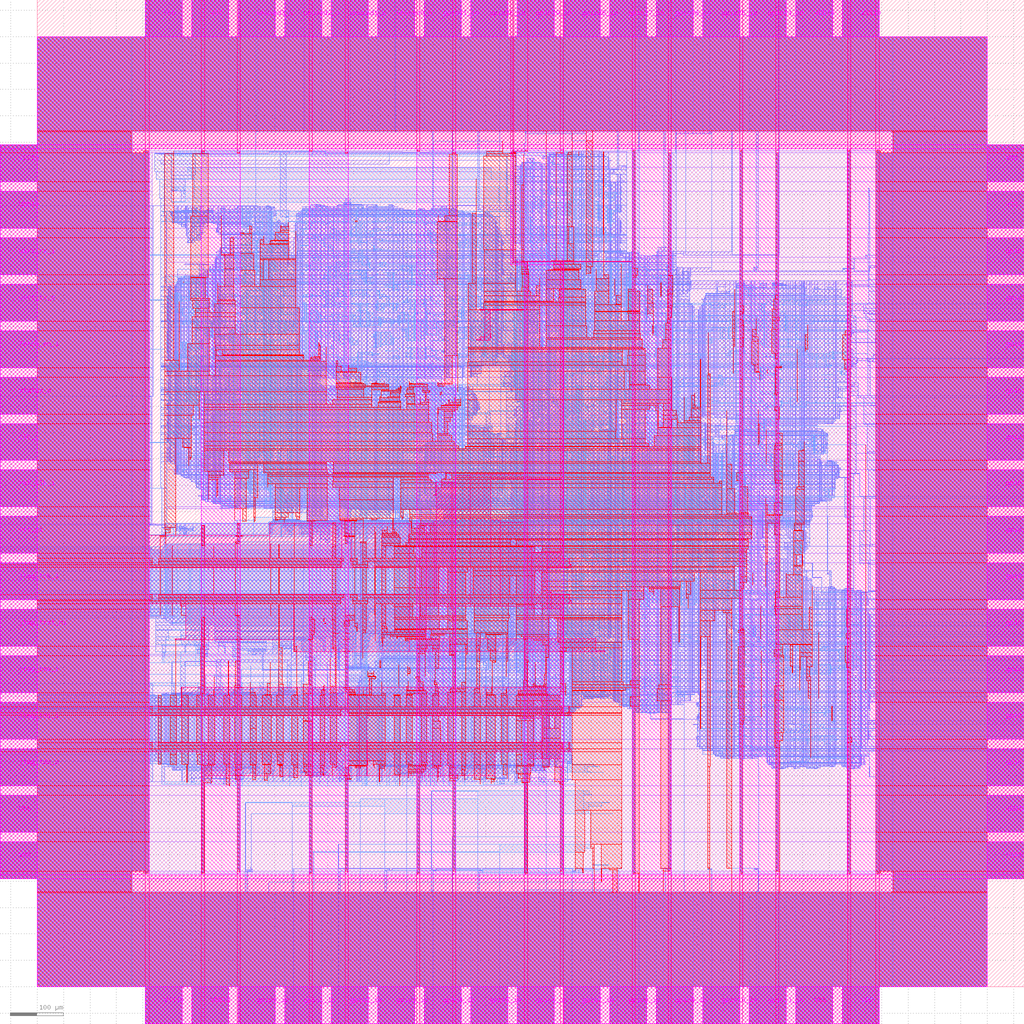
<source format=lef>
VERSION 5.8 ;
BUSBITCHARS "[]" ;
DIVIDERCHAR "/" ;
UNITS
    DATABASE MICRONS 1000 ;
END UNITS

VIA croc_chip_via1_2_10000_440_1_24_410_410
  VIARULE via1Array ;
  CUTSIZE 0.19 0.19 ;
  LAYERS Metal1 Via1 Metal2 ;
  CUTSPACING 0.22 0.22 ;
  ENCLOSURE 0.01 0.125 0.05 0.005 ;
  ROWCOL 1 24 ;
END croc_chip_via1_2_10000_440_1_24_410_410

VIA croc_chip_via2_3_10000_200_1_24_410_410
  VIARULE via2Array ;
  CUTSIZE 0.19 0.19 ;
  LAYERS Metal2 Via2 Metal3 ;
  CUTSPACING 0.22 0.22 ;
  ENCLOSURE 0.05 0.005 0.005 0.05 ;
  ROWCOL 1 24 ;
END croc_chip_via2_3_10000_200_1_24_410_410

VIA croc_chip_via3_4_10000_200_1_24_410_410
  VIARULE via3Array ;
  CUTSIZE 0.19 0.19 ;
  LAYERS Metal3 Via3 Metal4 ;
  CUTSPACING 0.22 0.22 ;
  ENCLOSURE 0.005 0.05 0.05 0.005 ;
  ROWCOL 1 24 ;
END croc_chip_via3_4_10000_200_1_24_410_410

VIA croc_chip_via4_5_10000_200_1_24_410_410
  VIARULE via4Array ;
  CUTSIZE 0.19 0.19 ;
  LAYERS Metal4 Via4 Metal5 ;
  CUTSPACING 0.22 0.22 ;
  ENCLOSURE 0.05 0.005 0.005 0.05 ;
  ROWCOL 1 24 ;
END croc_chip_via4_5_10000_200_1_24_410_410

VIA croc_chip_via5_6_10000_1500_1_11_840_840
  VIARULE viagen56 ;
  CUTSIZE 0.42 0.42 ;
  LAYERS Metal5 TopVia1 TopMetal1 ;
  CUTSPACING 0.42 0.42 ;
  ENCLOSURE 0.1 0.1 0.42 0.42 ;
  ROWCOL 1 11 ;
END croc_chip_via5_6_10000_1500_1_11_840_840

VIA croc_chip_via6_7_10000_2860_1_5_1960_1960
  VIARULE viagen67 ;
  CUTSIZE 0.9 0.9 ;
  LAYERS TopMetal1 TopVia2 TopMetal2 ;
  CUTSPACING 1.06 1.06 ;
  ENCLOSURE 0.5 0.5 0.63 0.5 ;
  ROWCOL 1 5 ;
END croc_chip_via6_7_10000_2860_1_5_1960_1960

VIA croc_chip_via1_2_6000_440_1_14_410_410
  VIARULE via1Array ;
  CUTSIZE 0.19 0.19 ;
  LAYERS Metal1 Via1 Metal2 ;
  CUTSPACING 0.22 0.22 ;
  ENCLOSURE 0.01 0.125 0.05 0.005 ;
  ROWCOL 1 14 ;
END croc_chip_via1_2_6000_440_1_14_410_410

VIA croc_chip_via2_3_6000_200_1_14_410_410
  VIARULE via2Array ;
  CUTSIZE 0.19 0.19 ;
  LAYERS Metal2 Via2 Metal3 ;
  CUTSPACING 0.22 0.22 ;
  ENCLOSURE 0.05 0.005 0.005 0.05 ;
  ROWCOL 1 14 ;
END croc_chip_via2_3_6000_200_1_14_410_410

VIA croc_chip_via3_4_6000_200_1_14_410_410
  VIARULE via3Array ;
  CUTSIZE 0.19 0.19 ;
  LAYERS Metal3 Via3 Metal4 ;
  CUTSPACING 0.22 0.22 ;
  ENCLOSURE 0.005 0.05 0.05 0.005 ;
  ROWCOL 1 14 ;
END croc_chip_via3_4_6000_200_1_14_410_410

VIA croc_chip_via4_5_6000_200_1_14_410_410
  VIARULE via4Array ;
  CUTSIZE 0.19 0.19 ;
  LAYERS Metal4 Via4 Metal5 ;
  CUTSPACING 0.22 0.22 ;
  ENCLOSURE 0.05 0.005 0.005 0.05 ;
  ROWCOL 1 14 ;
END croc_chip_via4_5_6000_200_1_14_410_410

VIA croc_chip_via5_6_6000_1500_1_6_840_840
  VIARULE viagen56 ;
  CUTSIZE 0.42 0.42 ;
  LAYERS Metal5 TopVia1 TopMetal1 ;
  CUTSPACING 0.42 0.42 ;
  ENCLOSURE 0.1 0.1 0.42 0.42 ;
  ROWCOL 1 6 ;
END croc_chip_via5_6_6000_1500_1_6_840_840

VIA croc_chip_via6_7_6000_2860_1_3_1960_1960
  VIARULE viagen67 ;
  CUTSIZE 0.9 0.9 ;
  LAYERS TopMetal1 TopVia2 TopMetal2 ;
  CUTSPACING 1.06 1.06 ;
  ENCLOSURE 0.5 0.5 0.59 0.5 ;
  ROWCOL 1 3 ;
END croc_chip_via6_7_6000_2860_1_3_1960_1960

VIA croc_chip_via1_2_2000_440_1_5_410_410
  VIARULE via1Array ;
  CUTSIZE 0.19 0.19 ;
  LAYERS Metal1 Via1 Metal2 ;
  CUTSPACING 0.22 0.22 ;
  ENCLOSURE 0.01 0.125 0.05 0.005 ;
  ROWCOL 1 5 ;
END croc_chip_via1_2_2000_440_1_5_410_410

VIA croc_chip_via2_3_2000_200_1_5_410_410
  VIARULE via2Array ;
  CUTSIZE 0.19 0.19 ;
  LAYERS Metal2 Via2 Metal3 ;
  CUTSPACING 0.22 0.22 ;
  ENCLOSURE 0.05 0.005 0.005 0.05 ;
  ROWCOL 1 5 ;
END croc_chip_via2_3_2000_200_1_5_410_410

VIA croc_chip_via3_4_2000_200_1_5_410_410
  VIARULE via3Array ;
  CUTSIZE 0.19 0.19 ;
  LAYERS Metal3 Via3 Metal4 ;
  CUTSPACING 0.22 0.22 ;
  ENCLOSURE 0.005 0.05 0.05 0.005 ;
  ROWCOL 1 5 ;
END croc_chip_via3_4_2000_200_1_5_410_410

VIA croc_chip_via4_5_2000_200_1_5_410_410
  VIARULE via4Array ;
  CUTSIZE 0.19 0.19 ;
  LAYERS Metal4 Via4 Metal5 ;
  CUTSPACING 0.22 0.22 ;
  ENCLOSURE 0.05 0.005 0.005 0.05 ;
  ROWCOL 1 5 ;
END croc_chip_via4_5_2000_200_1_5_410_410

VIA croc_chip_via5_6_2000_1500_1_1_840_840
  VIARULE viagen56 ;
  CUTSIZE 0.42 0.42 ;
  LAYERS Metal5 TopVia1 TopMetal1 ;
  CUTSPACING 0.42 0.42 ;
  ENCLOSURE 0.1 0.1 0.42 0.42 ;
END croc_chip_via5_6_2000_1500_1_1_840_840

VIA croc_chip_via6_7_2000_1650_1_1_1960_1960
  VIARULE viagen67 ;
  CUTSIZE 0.9 0.9 ;
  LAYERS TopMetal1 TopVia2 TopMetal2 ;
  CUTSPACING 1.06 1.06 ;
  ENCLOSURE 0.5 0.5 0.55 0.5 ;
END croc_chip_via6_7_2000_1650_1_1_1960_1960

VIA croc_chip_via1_2_1880_440_1_4_410_410
  VIARULE via1Array ;
  CUTSIZE 0.19 0.19 ;
  LAYERS Metal1 Via1 Metal2 ;
  CUTSPACING 0.22 0.22 ;
  ENCLOSURE 0.01 0.125 0.05 0.005 ;
  ROWCOL 1 4 ;
END croc_chip_via1_2_1880_440_1_4_410_410

VIA croc_chip_via2_3_1880_760_1_4_480_480
  VIARULE via2Array ;
  CUTSIZE 0.19 0.19 ;
  LAYERS Metal2 Via2 Metal3 ;
  CUTSPACING 0.29 0.29 ;
  ENCLOSURE 0.05 0.005 0.005 0.05 ;
  ROWCOL 1 4 ;
END croc_chip_via2_3_1880_760_1_4_480_480

VIA croc_chip_via3_4_1880_760_1_4_480_480
  VIARULE via3Array ;
  CUTSIZE 0.19 0.19 ;
  LAYERS Metal3 Via3 Metal4 ;
  CUTSPACING 0.29 0.29 ;
  ENCLOSURE 0.005 0.05 0.05 0.005 ;
  ROWCOL 1 4 ;
END croc_chip_via3_4_1880_760_1_4_480_480

VIA croc_chip_via4_5_1880_760_1_4_480_480
  VIARULE via4Array ;
  CUTSIZE 0.19 0.19 ;
  LAYERS Metal4 Via4 Metal5 ;
  CUTSPACING 0.29 0.29 ;
  ENCLOSURE 0.05 0.005 0.005 0.05 ;
  ROWCOL 1 4 ;
END croc_chip_via4_5_1880_760_1_4_480_480

VIA croc_chip_via5_6_1880_1500_1_1_840_840
  VIARULE viagen56 ;
  CUTSIZE 0.42 0.42 ;
  LAYERS Metal5 TopVia1 TopMetal1 ;
  CUTSPACING 0.42 0.42 ;
  ENCLOSURE 0.1 0.1 0.42 0.42 ;
END croc_chip_via5_6_1880_1500_1_1_840_840

VIA croc_chip_via6_7_10000_10000_5_5_1960_1960
  VIARULE viagen67 ;
  CUTSIZE 0.9 0.9 ;
  LAYERS TopMetal1 TopVia2 TopMetal2 ;
  CUTSPACING 1.06 1.06 ;
  ENCLOSURE 0.5 0.63 0.63 0.5 ;
  ROWCOL 5 5 ;
END croc_chip_via6_7_10000_10000_5_5_1960_1960

VIA croc_chip_via6_7_13330_18000_9_6_1960_1960
  VIARULE viagen67 ;
  CUTSIZE 0.9 0.9 ;
  LAYERS TopMetal1 TopVia2 TopMetal2 ;
  CUTSPACING 1.06 1.06 ;
  ENCLOSURE 1.315 0.71 1.315 0.5 ;
  ROWCOL 9 6 ;
END croc_chip_via6_7_13330_18000_9_6_1960_1960

VIA croc_chip_via6_7_13330_10000_5_6_1960_1960
  VIARULE viagen67 ;
  CUTSIZE 0.9 0.9 ;
  LAYERS TopMetal1 TopVia2 TopMetal2 ;
  CUTSPACING 1.06 1.06 ;
  ENCLOSURE 0.5 0.63 1.315 0.5 ;
  ROWCOL 5 6 ;
END croc_chip_via6_7_13330_10000_5_6_1960_1960

VIA croc_chip_via6_7_20000_10000_5_10_1960_1960
  VIARULE viagen67 ;
  CUTSIZE 0.9 0.9 ;
  LAYERS TopMetal1 TopVia2 TopMetal2 ;
  CUTSPACING 1.06 1.06 ;
  ENCLOSURE 0.5 0.63 0.73 0.5 ;
  ROWCOL 5 10 ;
END croc_chip_via6_7_20000_10000_5_10_1960_1960

VIA croc_chip_via6_7_20000_18000_9_10_1960_1960
  VIARULE viagen67 ;
  CUTSIZE 0.9 0.9 ;
  LAYERS TopMetal1 TopVia2 TopMetal2 ;
  CUTSPACING 1.06 1.06 ;
  ENCLOSURE 0.73 0.71 0.73 0.5 ;
  ROWCOL 9 10 ;
END croc_chip_via6_7_20000_18000_9_10_1960_1960

VIA croc_chip_via6_7_6000_10000_5_3_1960_1960
  VIARULE viagen67 ;
  CUTSIZE 0.9 0.9 ;
  LAYERS TopMetal1 TopVia2 TopMetal2 ;
  CUTSPACING 1.06 1.06 ;
  ENCLOSURE 0.5 0.63 0.59 0.5 ;
  ROWCOL 5 3 ;
END croc_chip_via6_7_6000_10000_5_3_1960_1960

VIA croc_chip_via2_3_2000_440_1_5_410_410
  VIARULE via2Array ;
  CUTSIZE 0.19 0.19 ;
  LAYERS Metal2 Via2 Metal3 ;
  CUTSPACING 0.22 0.22 ;
  ENCLOSURE 0.05 0.005 0.085 0.05 ;
  ROWCOL 1 5 ;
END croc_chip_via2_3_2000_440_1_5_410_410

VIA croc_chip_via3_4_2000_2000_4_4_480_480
  VIARULE via3Array ;
  CUTSIZE 0.19 0.19 ;
  LAYERS Metal3 Via3 Metal4 ;
  CUTSPACING 0.29 0.29 ;
  ENCLOSURE 0.185 0.05 0.05 0.185 ;
  ROWCOL 4 4 ;
END croc_chip_via3_4_2000_2000_4_4_480_480

VIA croc_chip_via3_4_2000_6000_12_4_480_480
  VIARULE via3Array ;
  CUTSIZE 0.19 0.19 ;
  LAYERS Metal3 Via3 Metal4 ;
  CUTSPACING 0.29 0.29 ;
  ENCLOSURE 0.185 0.05 0.05 0.005 ;
  ROWCOL 12 4 ;
END croc_chip_via3_4_2000_6000_12_4_480_480

VIA croc_chip_via4_5_2000_6000_12_4_480_480
  VIARULE via4Array ;
  CUTSIZE 0.19 0.19 ;
  LAYERS Metal4 Via4 Metal5 ;
  CUTSPACING 0.29 0.29 ;
  ENCLOSURE 0.05 0.005 0.005 0.05 ;
  ROWCOL 12 4 ;
END croc_chip_via4_5_2000_6000_12_4_480_480

VIA croc_chip_via5_6_2000_6000_6_1_840_840
  VIARULE viagen56 ;
  CUTSIZE 0.42 0.42 ;
  LAYERS Metal5 TopVia1 TopMetal1 ;
  CUTSPACING 0.42 0.42 ;
  ENCLOSURE 0.1 0.1 0.42 0.69 ;
  ROWCOL 6 1 ;
END croc_chip_via5_6_2000_6000_6_1_840_840

VIA croc_chip_via4_5_2810_6000_12_6_480_480
  VIARULE via4Array ;
  CUTSIZE 0.19 0.19 ;
  LAYERS Metal4 Via4 Metal5 ;
  CUTSPACING 0.29 0.29 ;
  ENCLOSURE 0.11 0.265 0.005 0.05 ;
  ROWCOL 12 6 ;
END croc_chip_via4_5_2810_6000_12_6_480_480

VIA croc_chip_via5_6_2810_6000_6_2_840_840
  VIARULE viagen56 ;
  CUTSIZE 0.42 0.42 ;
  LAYERS Metal5 TopVia1 TopMetal1 ;
  CUTSPACING 0.42 0.42 ;
  ENCLOSURE 0.1 0.1 0.42 0.69 ;
  ROWCOL 6 2 ;
END croc_chip_via5_6_2810_6000_6_2_840_840

VIA croc_chip_via6_7_6000_6000_3_3_1960_1960
  VIARULE viagen67 ;
  CUTSIZE 0.9 0.9 ;
  LAYERS TopMetal1 TopVia2 TopMetal2 ;
  CUTSPACING 1.06 1.06 ;
  ENCLOSURE 0.5 0.59 0.59 0.5 ;
  ROWCOL 3 3 ;
END croc_chip_via6_7_6000_6000_3_3_1960_1960

MACRO croc_chip
  FOREIGN croc_chip 0 0 ;
  CLASS BLOCK ;
  SIZE 1870 BY 1870 ;
  PIN clk_i
    DIRECTION INPUT ;
    USE SIGNAL ;
    PORT
      LAYER TopMetal2 ;
        RECT  -70 997 0 1067 ;
    END
  END clk_i
  PIN fetch_en_i
    DIRECTION INPUT ;
    USE SIGNAL ;
    PORT
      LAYER TopMetal2 ;
        RECT  -70 1173 0 1243 ;
    END
  END fetch_en_i
  PIN gpio0_io
    DIRECTION INOUT ;
    USE SIGNAL ;
    PORT
      LAYER TopMetal2 ;
        RECT  381 -70 451 0 ;
    END
  END gpio0_io
  PIN gpio10_io
    DIRECTION INOUT ;
    USE SIGNAL ;
    PORT
      LAYER TopMetal2 ;
        RECT  1261 -70 1331 0 ;
    END
  END gpio10_io
  PIN gpio11_io
    DIRECTION INOUT ;
    USE SIGNAL ;
    PORT
      LAYER TopMetal2 ;
        RECT  1349 -70 1419 0 ;
    END
  END gpio11_io
  PIN gpio12_io
    DIRECTION INOUT ;
    USE SIGNAL ;
    PORT
      LAYER TopMetal2 ;
        RECT  1800 381 1870 451 ;
    END
  END gpio12_io
  PIN gpio13_io
    DIRECTION INOUT ;
    USE SIGNAL ;
    PORT
      LAYER TopMetal2 ;
        RECT  1800 469 1870 539 ;
    END
  END gpio13_io
  PIN gpio14_io
    DIRECTION INOUT ;
    USE SIGNAL ;
    PORT
      LAYER TopMetal2 ;
        RECT  1800 557 1870 627 ;
    END
  END gpio14_io
  PIN gpio15_io
    DIRECTION INOUT ;
    USE SIGNAL ;
    PORT
      LAYER TopMetal2 ;
        RECT  1800 645 1870 715 ;
    END
  END gpio15_io
  PIN gpio16_io
    DIRECTION INOUT ;
    USE SIGNAL ;
    PORT
      LAYER TopMetal2 ;
        RECT  1800 733 1870 803 ;
    END
  END gpio16_io
  PIN gpio17_io
    DIRECTION INOUT ;
    USE SIGNAL ;
    PORT
      LAYER TopMetal2 ;
        RECT  1800 821 1870 891 ;
    END
  END gpio17_io
  PIN gpio18_io
    DIRECTION INOUT ;
    USE SIGNAL ;
    PORT
      LAYER TopMetal2 ;
        RECT  1800 909 1870 979 ;
    END
  END gpio18_io
  PIN gpio19_io
    DIRECTION INOUT ;
    USE SIGNAL ;
    PORT
      LAYER TopMetal2 ;
        RECT  1800 997 1870 1067 ;
    END
  END gpio19_io
  PIN gpio1_io
    DIRECTION INOUT ;
    USE SIGNAL ;
    PORT
      LAYER TopMetal2 ;
        RECT  469 -70 539 0 ;
    END
  END gpio1_io
  PIN gpio20_io
    DIRECTION INOUT ;
    USE SIGNAL ;
    PORT
      LAYER TopMetal2 ;
        RECT  1800 1085 1870 1155 ;
    END
  END gpio20_io
  PIN gpio21_io
    DIRECTION INOUT ;
    USE SIGNAL ;
    PORT
      LAYER TopMetal2 ;
        RECT  1800 1173 1870 1243 ;
    END
  END gpio21_io
  PIN gpio22_io
    DIRECTION INOUT ;
    USE SIGNAL ;
    PORT
      LAYER TopMetal2 ;
        RECT  1800 1261 1870 1331 ;
    END
  END gpio22_io
  PIN gpio23_io
    DIRECTION INOUT ;
    USE SIGNAL ;
    PORT
      LAYER TopMetal2 ;
        RECT  1800 1349 1870 1419 ;
    END
  END gpio23_io
  PIN gpio24_io
    DIRECTION INOUT ;
    USE SIGNAL ;
    PORT
      LAYER TopMetal2 ;
        RECT  1349 1800 1419 1870 ;
    END
  END gpio24_io
  PIN gpio25_io
    DIRECTION INOUT ;
    USE SIGNAL ;
    PORT
      LAYER TopMetal2 ;
        RECT  1261 1800 1331 1870 ;
    END
  END gpio25_io
  PIN gpio26_io
    DIRECTION INOUT ;
    USE SIGNAL ;
    PORT
      LAYER TopMetal2 ;
        RECT  1173 1800 1243 1870 ;
    END
  END gpio26_io
  PIN gpio27_io
    DIRECTION INOUT ;
    USE SIGNAL ;
    PORT
      LAYER TopMetal2 ;
        RECT  1085 1800 1155 1870 ;
    END
  END gpio27_io
  PIN gpio28_io
    DIRECTION INOUT ;
    USE SIGNAL ;
    PORT
      LAYER TopMetal2 ;
        RECT  997 1800 1067 1870 ;
    END
  END gpio28_io
  PIN gpio29_io
    DIRECTION INOUT ;
    USE SIGNAL ;
    PORT
      LAYER TopMetal2 ;
        RECT  909 1800 979 1870 ;
    END
  END gpio29_io
  PIN gpio2_io
    DIRECTION INOUT ;
    USE SIGNAL ;
    PORT
      LAYER TopMetal2 ;
        RECT  557 -70 627 0 ;
    END
  END gpio2_io
  PIN gpio30_io
    DIRECTION INOUT ;
    USE SIGNAL ;
    PORT
      LAYER TopMetal2 ;
        RECT  821 1800 891 1870 ;
    END
  END gpio30_io
  PIN gpio31_io
    DIRECTION INOUT ;
    USE SIGNAL ;
    PORT
      LAYER TopMetal2 ;
        RECT  733 1800 803 1870 ;
    END
  END gpio31_io
  PIN gpio3_io
    DIRECTION INOUT ;
    USE SIGNAL ;
    PORT
      LAYER TopMetal2 ;
        RECT  645 -70 715 0 ;
    END
  END gpio3_io
  PIN gpio4_io
    DIRECTION INOUT ;
    USE SIGNAL ;
    PORT
      LAYER TopMetal2 ;
        RECT  733 -70 803 0 ;
    END
  END gpio4_io
  PIN gpio5_io
    DIRECTION INOUT ;
    USE SIGNAL ;
    PORT
      LAYER TopMetal2 ;
        RECT  821 -70 891 0 ;
    END
  END gpio5_io
  PIN gpio6_io
    DIRECTION INOUT ;
    USE SIGNAL ;
    PORT
      LAYER TopMetal2 ;
        RECT  909 -70 979 0 ;
    END
  END gpio6_io
  PIN gpio7_io
    DIRECTION INOUT ;
    USE SIGNAL ;
    PORT
      LAYER TopMetal2 ;
        RECT  997 -70 1067 0 ;
    END
  END gpio7_io
  PIN gpio8_io
    DIRECTION INOUT ;
    USE SIGNAL ;
    PORT
      LAYER TopMetal2 ;
        RECT  1085 -70 1155 0 ;
    END
  END gpio8_io
  PIN gpio9_io
    DIRECTION INOUT ;
    USE SIGNAL ;
    PORT
      LAYER TopMetal2 ;
        RECT  1173 -70 1243 0 ;
    END
  END gpio9_io
  PIN jtag_tck_i
    DIRECTION INPUT ;
    USE SIGNAL ;
    PORT
      LAYER TopMetal2 ;
        RECT  -70 733 0 803 ;
    END
  END jtag_tck_i
  PIN jtag_tdi_i
    DIRECTION INPUT ;
    USE SIGNAL ;
    PORT
      LAYER TopMetal2 ;
        RECT  -70 469 0 539 ;
    END
  END jtag_tdi_i
  PIN jtag_tdo_o
    DIRECTION OUTPUT ;
    USE SIGNAL ;
    PORT
      LAYER TopMetal2 ;
        RECT  -70 381 0 451 ;
    END
  END jtag_tdo_o
  PIN jtag_tms_i
    DIRECTION INPUT ;
    USE SIGNAL ;
    PORT
      LAYER TopMetal2 ;
        RECT  -70 557 0 627 ;
    END
  END jtag_tms_i
  PIN jtag_trst_ni
    DIRECTION INPUT ;
    USE SIGNAL ;
    PORT
      LAYER TopMetal2 ;
        RECT  -70 645 0 715 ;
    END
  END jtag_trst_ni
  PIN ref_clk_i
    DIRECTION INPUT ;
    USE SIGNAL ;
    PORT
      LAYER TopMetal2 ;
        RECT  -70 909 0 979 ;
    END
  END ref_clk_i
  PIN rst_ni
    DIRECTION INPUT ;
    USE SIGNAL ;
    PORT
      LAYER TopMetal2 ;
        RECT  -70 821 0 891 ;
    END
  END rst_ni
  PIN status_o
    DIRECTION OUTPUT ;
    USE SIGNAL ;
    PORT
      LAYER TopMetal2 ;
        RECT  -70 1085 0 1155 ;
    END
  END status_o
  PIN uart_rx_i
    DIRECTION INPUT ;
    USE SIGNAL ;
    PORT
      LAYER TopMetal2 ;
        RECT  -70 1349 0 1419 ;
    END
  END uart_rx_i
  PIN uart_tx_o
    DIRECTION OUTPUT ;
    USE SIGNAL ;
    PORT
      LAYER TopMetal2 ;
        RECT  -70 1261 0 1331 ;
    END
  END uart_tx_o
  PIN unused0_o
    DIRECTION OUTPUT ;
    USE SIGNAL ;
    PORT
      LAYER TopMetal2 ;
        RECT  645 1800 715 1870 ;
    END
  END unused0_o
  PIN unused1_o
    DIRECTION OUTPUT ;
    USE SIGNAL ;
    PORT
      LAYER TopMetal2 ;
        RECT  557 1800 627 1870 ;
    END
  END unused1_o
  PIN unused2_o
    DIRECTION OUTPUT ;
    USE SIGNAL ;
    PORT
      LAYER TopMetal2 ;
        RECT  469 1800 539 1870 ;
    END
  END unused2_o
  PIN unused3_o
    DIRECTION OUTPUT ;
    USE SIGNAL ;
    PORT
      LAYER TopMetal2 ;
        RECT  381 1800 451 1870 ;
    END
  END unused3_o
  PIN VDD
    DIRECTION INPUT ;
    USE POWER ;
    PORT
      LAYER TopMetal2 ;
        RECT  205 1800 275 1870 ;
    END
    PORT
      LAYER TopMetal2 ;
        RECT  1800 1525 1870 1595 ;
    END
    PORT
      LAYER TopMetal2 ;
        RECT  1525 -70 1595 0 ;
    END
    PORT
      LAYER TopMetal2 ;
        RECT  -70 205 0 275 ;
    END
  END VDD
  PIN VDDIO
    DIRECTION INPUT ;
    USE POWER ;
    PORT
      LAYER TopMetal2 ;
        RECT  1437 1800 1507 1870 ;
    END
    PORT
      LAYER TopMetal2 ;
        RECT  1800 293 1870 363 ;
    END
    PORT
      LAYER TopMetal2 ;
        RECT  293 -70 363 0 ;
    END
    PORT
      LAYER TopMetal2 ;
        RECT  -70 1437 0 1507 ;
    END
  END VDDIO
  PIN VSS
    DIRECTION INPUT ;
    USE GROUND ;
    PORT
      LAYER TopMetal2 ;
        RECT  293 1800 363 1870 ;
    END
    PORT
      LAYER TopMetal2 ;
        RECT  1800 1437 1870 1507 ;
    END
    PORT
      LAYER TopMetal2 ;
        RECT  1437 -70 1507 0 ;
    END
    PORT
      LAYER TopMetal2 ;
        RECT  -70 293 0 363 ;
    END
  END VSS
  PIN VSSIO
    DIRECTION INPUT ;
    USE GROUND ;
    PORT
      LAYER TopMetal2 ;
        RECT  1525 1800 1595 1870 ;
    END
    PORT
      LAYER TopMetal2 ;
        RECT  1800 205 1870 275 ;
    END
    PORT
      LAYER TopMetal2 ;
        RECT  205 -70 275 0 ;
    END
    PORT
      LAYER TopMetal2 ;
        RECT  -70 1525 0 1595 ;
    END
  END VSSIO
  OBS
    LAYER Metal1 ;
     RECT  205 -70 275 0 ;
     RECT  293 -70 363 0 ;
     RECT  381 -70 451 0 ;
     RECT  469 -70 539 0 ;
     RECT  557 -70 627 0 ;
     RECT  645 -70 715 0 ;
     RECT  733 -70 803 0 ;
     RECT  821 -70 891 0 ;
     RECT  909 -70 979 0 ;
     RECT  997 -70 1067 0 ;
     RECT  1085 -70 1155 0 ;
     RECT  1173 -70 1243 0 ;
     RECT  1261 -70 1331 0 ;
     RECT  1349 -70 1419 0 ;
     RECT  1437 -70 1507 0 ;
     RECT  1525 -70 1595 0 ;
     RECT  0 0 1800 180 ;
     RECT  0 180 180 205 ;
     RECT  1620 180 1800 205 ;
     RECT  -70 205 180 219.02 ;
     RECT  202 215.24 1598 219.02 ;
     RECT  1620 205 1870 219.02 ;
     RECT  -70 219.02 1870 275 ;
     RECT  0 275 1800 293 ;
     RECT  -70 293 1870 363 ;
     RECT  0 363 1800 381 ;
     RECT  -70 381 1870 451 ;
     RECT  0 451 1800 469 ;
     RECT  -70 469 1870 539 ;
     RECT  0 539 1800 557 ;
     RECT  -70 557 1870 627 ;
     RECT  0 627 1800 645 ;
     RECT  -70 645 1870 715 ;
     RECT  0 715 1800 733 ;
     RECT  -70 733 1870 803 ;
     RECT  0 803 1800 821 ;
     RECT  -70 821 1870 877.18 ;
     RECT  -70 877.18 217.44 891 ;
     RECT  897.12 877.18 1870 891 ;
     RECT  897.12 891 1800 905.76 ;
     RECT  0 891 217.44 909 ;
     RECT  245.28 905.76 1800 909 ;
     RECT  -70 909 217.44 979 ;
     RECT  245.28 909 1870 979 ;
     RECT  0 979 217.44 997 ;
     RECT  245.28 979 1800 997 ;
     RECT  -70 997 217.44 1067 ;
     RECT  245.28 997 1870 1067 ;
     RECT  0 1067 217.44 1085 ;
     RECT  245.28 1067 1800 1085 ;
     RECT  -70 1085 217.44 1155 ;
     RECT  245.28 1085 1870 1155 ;
     RECT  0 1155 217.44 1173 ;
     RECT  245.28 1155 1800 1173 ;
     RECT  -70 1173 217.44 1243 ;
     RECT  245.28 1173 1870 1243 ;
     RECT  0 1243 217.44 1261 ;
     RECT  245.28 1243 1800 1261 ;
     RECT  -70 1261 217.44 1331 ;
     RECT  245.28 1261 1870 1331 ;
     RECT  0 1331 217.44 1349 ;
     RECT  245.28 1331 1800 1349 ;
     RECT  245.28 1349 1870 1372.36 ;
     RECT  245.28 1372.36 903.84 1382 ;
     RECT  1114.08 1372.36 1870 1382 ;
     RECT  -70 1349 217.44 1419 ;
     RECT  245.28 1382 1870 1419 ;
     RECT  0 1419 217.44 1437 ;
     RECT  245.28 1419 1800 1437 ;
     RECT  -70 1437 217.44 1507 ;
     RECT  245.28 1437 1870 1507 ;
     RECT  0 1507 217.44 1525 ;
     RECT  245.28 1507 1800 1525 ;
     RECT  245.28 1525 1870 1552.58 ;
     RECT  -70 1525 217.44 1579.82 ;
     RECT  897.12 1552.58 1870 1579.82 ;
     RECT  -70 1579.82 1870 1580.26 ;
     RECT  202 1580.26 1598 1584.04 ;
     RECT  -70 1580.26 180 1595 ;
     RECT  1620 1580.26 1870 1595 ;
     RECT  0 1595 180 1620 ;
     RECT  1620 1595 1800 1620 ;
     RECT  0 1620 1800 1800 ;
     RECT  205 1800 275 1870 ;
     RECT  293 1800 363 1870 ;
     RECT  381 1800 451 1870 ;
     RECT  469 1800 539 1870 ;
     RECT  557 1800 627 1870 ;
     RECT  645 1800 715 1870 ;
     RECT  733 1800 803 1870 ;
     RECT  821 1800 891 1870 ;
     RECT  909 1800 979 1870 ;
     RECT  997 1800 1067 1870 ;
     RECT  1085 1800 1155 1870 ;
     RECT  1173 1800 1243 1870 ;
     RECT  1261 1800 1331 1870 ;
     RECT  1349 1800 1419 1870 ;
     RECT  1437 1800 1507 1870 ;
     RECT  1525 1800 1595 1870 ;
    LAYER Metal2 ;
     RECT  -70 205 0 275 ;
     RECT  -70 293 0 363 ;
     RECT  -70 381 0 451 ;
     RECT  -70 469 0 539 ;
     RECT  -70 557 0 627 ;
     RECT  -70 645 0 715 ;
     RECT  -70 733 0 803 ;
     RECT  -70 821 0 891 ;
     RECT  -70 909 0 979 ;
     RECT  -70 997 0 1067 ;
     RECT  -70 1085 0 1155 ;
     RECT  -70 1173 0 1243 ;
     RECT  -70 1261 0 1331 ;
     RECT  -70 1349 0 1419 ;
     RECT  -70 1437 0 1507 ;
     RECT  -70 1525 0 1595 ;
     RECT  0 0 180 1800 ;
     RECT  180 219.14 202.14 1580.14 ;
     RECT  180 0 205 180 ;
     RECT  180 1620 205 1800 ;
     RECT  202.14 215.36 211.86 1583.92 ;
     RECT  211.86 423.26 215.005 549.04 ;
     RECT  211.86 701.3 215.005 831.7 ;
     RECT  211.86 1117.94 216.1 1118.98 ;
     RECT  215.005 427.04 217.605 549.04 ;
     RECT  216.1 1118.78 219.46 1118.98 ;
     RECT  211.86 874.75 223.235 875.815 ;
     RECT  217.605 427.35 223.34 549.04 ;
     RECT  223.235 874.75 223.685 874.98 ;
     RECT  223.34 427.35 229.34 549.88 ;
     RECT  229.34 424.1 229.82 549.88 ;
     RECT  229.82 420.32 230.02 549.88 ;
     RECT  227.42 1565.66 233.66 1565.86 ;
     RECT  215.005 701.3 234.62 828.03 ;
     RECT  230.02 423.26 235.1 549.88 ;
     RECT  235.1 423.26 235.58 553.66 ;
     RECT  223.685 874.76 236.06 874.96 ;
     RECT  236.06 874.76 236.54 875.8 ;
     RECT  229.82 1577.42 237.5 1577.62 ;
     RECT  237.5 1577.42 239.42 1578.04 ;
     RECT  240.86 837.38 241.34 837.58 ;
     RECT  235.58 423.26 241.82 554.92 ;
     RECT  236.54 874.76 242.3 877.48 ;
     RECT  234.62 697.52 242.78 828.03 ;
     RECT  241.34 836.54 242.78 837.58 ;
     RECT  242.78 697.52 243.26 837.58 ;
     RECT  242.3 869.3 243.26 877.48 ;
     RECT  241.82 423.26 243.74 555.34 ;
     RECT  243.26 869.3 243.74 877.9 ;
     RECT  243.74 423.26 245.18 556.6 ;
     RECT  243.26 693.74 245.18 837.58 ;
     RECT  245.18 1218.36 245.575 1221.5 ;
     RECT  245.18 1240.62 245.575 1240.82 ;
     RECT  245.575 1032.3 245.66 1032.5 ;
     RECT  245.575 1130.16 245.66 1130.36 ;
     RECT  245.575 1210.38 245.66 1221.5 ;
     RECT  245.575 1233.06 245.66 1240.82 ;
     RECT  245.575 1263.72 245.66 1271.48 ;
     RECT  245.575 1301.1 245.66 1309.28 ;
     RECT  245.575 999.12 246.055 1006.88 ;
     RECT  245.575 1021.8 246.055 1022 ;
     RECT  245.66 1263.72 246.055 1281.14 ;
     RECT  245.66 1123.02 246.14 1130.36 ;
     RECT  245.575 1160.4 246.14 1160.6 ;
     RECT  245.575 1173 246.14 1173.2 ;
     RECT  245.66 1202.82 246.14 1221.5 ;
     RECT  245.66 1230.12 246.14 1240.82 ;
     RECT  246.055 1258.68 246.14 1281.14 ;
     RECT  246.055 999.12 246.355 1022 ;
     RECT  245.575 1062.12 246.355 1069.88 ;
     RECT  246.14 1122.6 246.355 1130.36 ;
     RECT  245.575 1145.28 246.355 1145.48 ;
     RECT  245.575 1188.12 246.355 1188.32 ;
     RECT  245.575 1319.16 246.355 1319.36 ;
     RECT  245.575 1099.92 246.495 1105.16 ;
     RECT  245.66 1032.3 246.535 1033.34 ;
     RECT  246.14 1258.68 246.535 1289.12 ;
     RECT  245.66 1300.26 246.535 1309.28 ;
     RECT  246.14 1160.4 246.62 1173.2 ;
     RECT  246.535 1032.3 247.015 1039.64 ;
     RECT  246.355 1062.12 247.015 1070.72 ;
     RECT  246.62 1079.76 247.015 1082.06 ;
     RECT  246.14 1199.04 247.045 1242.08 ;
     RECT  247.015 1032.3 247.1 1044.68 ;
     RECT  246.62 1160.4 247.1 1176.14 ;
     RECT  247.045 1199.04 247.1 1248.8 ;
     RECT  246.535 1258.68 247.1 1309.28 ;
     RECT  246.355 1187.28 247.525 1188.32 ;
     RECT  247.1 1199.04 247.525 1309.28 ;
     RECT  247.1 1032.3 247.58 1052.66 ;
     RECT  247.015 1062.12 247.58 1082.06 ;
     RECT  246.495 1092.99 247.58 1105.16 ;
     RECT  247.58 1092.78 247.935 1105.16 ;
     RECT  247.58 1032.3 247.975 1082.06 ;
     RECT  247.935 1092.78 247.975 1112.09 ;
     RECT  246.355 1145.28 248.06 1146.32 ;
     RECT  246.355 1319.16 248.06 1320.2 ;
     RECT  245.18 420.32 248.54 556.6 ;
     RECT  247.975 1032.3 248.54 1112.09 ;
     RECT  246.355 1122.6 248.54 1131.2 ;
     RECT  248.06 1142.34 248.54 1146.32 ;
     RECT  247.1 1157.46 248.54 1177.82 ;
     RECT  247.525 1187.28 248.54 1309.28 ;
     RECT  248.06 1319.16 248.54 1321.46 ;
     RECT  248.54 1187.28 248.935 1322.72 ;
     RECT  246.355 998.28 249.02 1022 ;
     RECT  248.54 1031.04 249.02 1112.09 ;
     RECT  248.54 1122.6 249.415 1146.32 ;
     RECT  248.54 1157.46 249.415 1178.24 ;
     RECT  249.02 1031.04 249.5 1112.3 ;
     RECT  249.415 1122.6 249.5 1178.24 ;
     RECT  248.935 1187.28 249.715 1326.92 ;
     RECT  249.02 994.5 249.98 1022 ;
     RECT  249.5 1031.04 249.98 1178.24 ;
     RECT  249.715 1187.28 249.98 1327.76 ;
     RECT  245.18 693.32 250.46 837.58 ;
     RECT  250.46 1467.84 251.36 1468.04 ;
     RECT  249.98 994.5 252.295 1327.76 ;
     RECT  250.46 689.12 252.86 837.58 ;
     RECT  251.36 1466.83 252.86 1468.04 ;
     RECT  252.295 991.56 253.075 1327.76 ;
     RECT  252.86 1460.28 253.76 1468.04 ;
     RECT  254.3 1447.68 255.2 1447.88 ;
     RECT  248.54 416.96 255.74 556.6 ;
     RECT  255.2 1447.68 255.74 1448.89 ;
     RECT  253.76 1459.27 255.74 1468.04 ;
     RECT  252.86 687.44 257.18 837.58 ;
     RECT  255.74 410.24 258.62 556.6 ;
     RECT  258.62 410.24 259.3 557.86 ;
     RECT  259.015 978.96 259.795 979.16 ;
     RECT  259.795 978.96 259.975 980 ;
     RECT  253.075 990.72 260.06 1327.76 ;
     RECT  255.74 1447.68 260.06 1468.04 ;
     RECT  211.86 1479.56 260.06 1479.76 ;
     RECT  259.975 971.4 261.02 980 ;
     RECT  260.06 990.3 261.02 1327.76 ;
     RECT  261.02 971.4 262.22 1327.76 ;
     RECT  262.22 971.4 262.94 1331.12 ;
     RECT  259.3 410.24 263.9 556.18 ;
     RECT  260.06 1447.68 263.9 1479.76 ;
     RECT  243.74 869.3 264.32 878.32 ;
     RECT  262.94 971.4 264.38 1331.96 ;
     RECT  264.32 867.585 265.34 878.32 ;
     RECT  263.9 1447.26 265.82 1479.76 ;
     RECT  264.38 971.4 266.3 1334.48 ;
     RECT  265.82 1445.16 266.72 1479.76 ;
     RECT  266.3 971.4 267.26 1339.1 ;
     RECT  267.26 971.4 269.18 1342.46 ;
     RECT  235.58 857.54 270.08 857.74 ;
     RECT  265.34 867.2 270.08 878.32 ;
     RECT  269.18 971.4 270.62 1342.88 ;
     RECT  270.62 971.4 271.58 1343.3 ;
     RECT  266.72 1444.15 272.54 1479.76 ;
     RECT  211.86 388.4 273.5 388.6 ;
     RECT  271.58 968.46 273.98 1343.3 ;
     RECT  263.9 409.82 274.46 556.18 ;
     RECT  273.5 388.4 274.94 395.74 ;
     RECT  274.46 409.4 274.94 556.18 ;
     RECT  205 -70 275 180 ;
     RECT  205 1620 275 1870 ;
     RECT  273.98 966.78 277.255 1343.3 ;
     RECT  270.08 857.54 278.3 878.32 ;
     RECT  277.255 964.26 278.78 1343.3 ;
     RECT  255.26 615.62 279.74 615.82 ;
     RECT  279.625 1368.285 280.12 1368.515 ;
     RECT  272.54 1439.7 280.22 1479.76 ;
     RECT  278.3 856.28 280.9 878.32 ;
     RECT  280.22 1437.6 281.12 1479.76 ;
     RECT  281.12 1436.59 282.62 1479.76 ;
     RECT  282.62 1422.48 283.52 1479.76 ;
     RECT  278.78 964.26 283.61 1346.66 ;
     RECT  283.61 963.92 283.68 1346.66 ;
     RECT  283.58 1409.88 284.48 1410.08 ;
     RECT  274.94 388.4 285.5 556.18 ;
     RECT  284.48 1409.88 285.5 1411.09 ;
     RECT  283.52 1421.47 285.5 1479.76 ;
     RECT  283.68 963.84 286.49 1346.66 ;
     RECT  286.49 963.84 286.56 1347 ;
     RECT  285.5 388.4 286.94 557.02 ;
     RECT  286.56 963.84 289.34 1347.08 ;
     RECT  280.12 1368.285 289.82 1369.35 ;
     RECT  289.34 960.9 291.74 1347.08 ;
     RECT  275 0 293 180 ;
     RECT  275 1620 293 1800 ;
     RECT  289.82 1368.285 293.18 1369.76 ;
     RECT  285.5 1409.88 293.18 1479.76 ;
     RECT  293.18 1409.46 297.22 1479.76 ;
     RECT  291.74 956.28 298.94 1347.08 ;
     RECT  298.94 952.92 300.86 1347.08 ;
     RECT  300.86 946.2 301.76 1347.08 ;
     RECT  305.18 929.4 306.08 930.44 ;
     RECT  301.76 945.19 306.14 1347.08 ;
     RECT  293.18 1367.46 306.82 1369.76 ;
     RECT  306.08 929.4 307.1 930.475 ;
     RECT  297.22 1413.91 307.765 1479.76 ;
     RECT  306.14 942.84 308.425 1347.08 ;
     RECT  307.765 1415.34 310.18 1479.76 ;
     RECT  307.1 929.4 310.46 930.86 ;
     RECT  308.425 942.84 310.46 1350.875 ;
     RECT  310.18 1415.34 311.14 1430.66 ;
     RECT  286.94 388.4 311.19 557.86 ;
     RECT  279.74 615.62 311.19 616.66 ;
     RECT  211.86 629.9 311.19 630.1 ;
     RECT  301.82 651.32 311.19 651.52 ;
     RECT  293.66 673.16 311.19 673.36 ;
     RECT  257.18 684.5 311.19 837.58 ;
     RECT  280.9 857.54 311.19 878.32 ;
     RECT  239.42 1577 311.19 1578.04 ;
     RECT  310.46 926.88 311.42 930.86 ;
     RECT  311.14 1425.84 312.1 1430.66 ;
     RECT  311.42 923.1 312.38 930.86 ;
     RECT  312.1 1425.84 313.54 1426.04 ;
     RECT  306.82 1368.285 313.955 1369.76 ;
     RECT  310.18 1440.12 314.02 1479.76 ;
     RECT  310.46 941.58 314.3 1350.875 ;
     RECT  312.38 921.84 314.78 930.86 ;
     RECT  314.3 940.74 314.78 1350.875 ;
     RECT  313.955 1368.3 314.98 1369.76 ;
     RECT  314.78 921.84 315.26 1350.875 ;
     RECT  311.19 215.36 316.81 878.32 ;
     RECT  311.19 1577 316.81 1583.92 ;
     RECT  315.26 921.84 319.1 1355.06 ;
     RECT  319.1 918.9 322.46 1355.06 ;
     RECT  322.46 918.9 322.94 1356.74 ;
     RECT  314.02 1440.12 323.42 1470.98 ;
     RECT  314.02 1479.56 323.42 1479.76 ;
     RECT  323.42 1439.7 323.62 1479.76 ;
     RECT  322.94 918.9 323.9 1357.58 ;
     RECT  314.98 1368.3 323.9 1368.5 ;
     RECT  316.81 1577 327.74 1578.04 ;
     RECT  323.9 918.9 332.455 1368.5 ;
     RECT  323.62 1447.26 333.02 1479.76 ;
     RECT  332.455 915.96 333.235 1368.5 ;
     RECT  333.235 915.12 336.745 1368.5 ;
     RECT  336.745 915.12 337.24 1376.075 ;
     RECT  337.24 915.12 337.34 1376.91 ;
     RECT  337.34 915.12 338.24 1379.84 ;
     RECT  316.81 615.62 338.78 616.66 ;
     RECT  338.78 1430.04 339.26 1434.02 ;
     RECT  338.78 1392.24 339.68 1392.44 ;
     RECT  339.26 1430.04 339.68 1436.96 ;
     RECT  338.24 915.12 339.74 1380.85 ;
     RECT  339.68 1391.23 339.74 1392.44 ;
     RECT  339.68 1429.03 340.16 1436.96 ;
     RECT  340.16 1429.03 341.6 1436.995 ;
     RECT  333.02 1445.58 341.6 1479.76 ;
     RECT  339.74 915.12 343.58 1392.44 ;
     RECT  341.6 1429.03 344.06 1479.76 ;
     RECT  343.58 915.12 345.5 1394.54 ;
     RECT  345.5 915.12 346.94 1399.16 ;
     RECT  338.78 615.62 347.42 619.6 ;
     RECT  346.94 915.12 347.42 1400.84 ;
     RECT  347.42 914.28 347.9 1400.84 ;
     RECT  344.06 1425.84 348.86 1479.76 ;
     RECT  348.86 1417.86 353.66 1479.76 ;
     RECT  347.9 906.72 354.985 1400.84 ;
     RECT  353.66 1409.88 354.985 1479.76 ;
     RECT  293 -70 363 180 ;
     RECT  293 1620 363 1870 ;
     RECT  354.985 906.72 364.42 1479.76 ;
     RECT  316.81 388.4 379.19 563.74 ;
     RECT  316.81 588.74 379.19 588.94 ;
     RECT  347.42 614.78 379.19 619.6 ;
     RECT  316.81 629.9 379.19 630.1 ;
     RECT  316.81 651.32 379.19 651.52 ;
     RECT  316.81 673.16 379.19 673.36 ;
     RECT  316.81 684.5 379.19 837.58 ;
     RECT  316.81 857.54 379.19 878.32 ;
     RECT  327.74 1577 379.19 1578.46 ;
     RECT  364.42 907.14 380.26 1479.76 ;
     RECT  363 0 381 180 ;
     RECT  363 1620 381 1800 ;
     RECT  379.19 219.14 384.81 878.32 ;
     RECT  379.19 1577 384.81 1580.14 ;
     RECT  380.26 907.56 395.84 1479.76 ;
     RECT  397.82 219.98 402.14 221.44 ;
     RECT  395.84 907.39 403.285 1479.76 ;
     RECT  402.14 217.46 403.58 221.44 ;
     RECT  403.58 217.46 405.22 225.22 ;
     RECT  405.22 217.46 407.14 222.28 ;
     RECT  384.81 388.4 407.9 563.74 ;
     RECT  407.14 217.46 408.1 217.66 ;
     RECT  384.81 629.9 409.34 630.1 ;
     RECT  405.5 639.14 409.34 639.34 ;
     RECT  403.285 908.4 412.435 1479.76 ;
     RECT  412.435 907.56 414.34 1479.76 ;
     RECT  381 1620 417.5 1870 ;
     RECT  417.5 1619.42 417.7 1870 ;
     RECT  414.34 907.56 421.29 1478.96 ;
     RECT  407.9 388.4 426.14 565.84 ;
     RECT  421.29 907.98 430.46 1478.96 ;
     RECT  430.46 906.3 433.82 1478.96 ;
     RECT  384.81 673.16 437.18 673.36 ;
     RECT  384.81 1577 439.1 1578.46 ;
     RECT  433.82 906.3 440.74 1479.38 ;
     RECT  384.81 857.54 441.02 878.32 ;
     RECT  440.74 906.3 442.18 1478.96 ;
     RECT  442.18 906.3 443.14 1478.12 ;
     RECT  441.02 857.54 443.42 881.3 ;
     RECT  443.14 906.3 445.82 1448.3 ;
     RECT  443.14 1459.27 448.405 1478.12 ;
     RECT  448.405 1460.7 449.86 1478.12 ;
     RECT  381 -70 451 180 ;
     RECT  417.7 1620 451 1870 ;
     RECT  449.86 1460.7 451.78 1471.4 ;
     RECT  409.34 629.9 454.94 639.34 ;
     RECT  445.82 898.32 455.9 1448.3 ;
     RECT  454.94 629.9 460.22 642.7 ;
     RECT  384.81 651.32 460.22 651.52 ;
     RECT  455.9 898.32 460.42 1452.08 ;
     RECT  460.42 898.32 460.9 1447.88 ;
     RECT  460.22 629.9 463.58 651.52 ;
     RECT  460.9 898.32 467.14 1447.46 ;
     RECT  451 0 469 180 ;
     RECT  451 1620 469 1800 ;
     RECT  443.42 857.54 470.3 882.14 ;
     RECT  467.14 1435.92 470.98 1447.46 ;
     RECT  384.81 614.78 473.18 619.6 ;
     RECT  467.14 898.32 473.86 1426.21 ;
     RECT  473.86 1364.1 474.325 1426.21 ;
     RECT  474.325 1364.1 474.82 1425.62 ;
     RECT  470.98 1435.92 475.715 1441.595 ;
     RECT  475.715 1435.92 476.165 1440.76 ;
     RECT  474.82 1364.1 476.26 1425.2 ;
     RECT  476.165 1435.92 476.74 1440.74 ;
     RECT  451.78 1471.2 476.74 1471.4 ;
     RECT  476.74 1435.92 477.22 1436.12 ;
     RECT  473.86 898.32 477.685 1353.8 ;
     RECT  476.26 1424.58 477.7 1425.2 ;
     RECT  439.1 1577 478.46 1582.24 ;
     RECT  477.685 898.32 481.06 1350.44 ;
     RECT  473.18 608.9 481.34 619.6 ;
     RECT  463.58 629.9 481.34 654.46 ;
     RECT  437.18 673.16 481.34 674.2 ;
     RECT  384.81 682.82 481.34 837.58 ;
     RECT  469 -70 485.42 180 ;
     RECT  485.42 -70 485.86 180.7 ;
     RECT  481.06 1250.7 486.14 1350.44 ;
     RECT  476.26 1364.1 486.14 1411.09 ;
     RECT  486.14 1250.7 488.54 1419.78 ;
     RECT  486.14 1429.24 488.54 1431.12 ;
     RECT  486.14 1442.26 488.54 1442.46 ;
     RECT  481.06 898.32 489.515 1242.12 ;
     RECT  488.54 1250.7 489.515 1431.12 ;
     RECT  488.54 1440.16 489.515 1447.5 ;
     RECT  478.46 1577 489.7 1582.66 ;
     RECT  481.34 608.9 489.98 654.46 ;
     RECT  489.515 898.32 491.515 1447.5 ;
     RECT  491.515 898.32 493.82 1447.51 ;
     RECT  490.94 1464.94 495.74 1465.14 ;
     RECT  470.3 857.54 496.42 884.66 ;
     RECT  493.82 898.32 497.18 1455.9 ;
     RECT  495.74 1464.94 497.18 1468.92 ;
     RECT  497.18 898.32 499.115 1468.92 ;
     RECT  499.115 898.32 502.18 1469.76 ;
     RECT  502.18 1169.26 502.335 1469.76 ;
     RECT  502.335 1169.26 502.94 1473.54 ;
     RECT  489.98 608.9 504.38 662.02 ;
     RECT  481.34 673.16 504.38 837.58 ;
     RECT  469 1620 505.34 1870 ;
     RECT  505.34 1619.42 506.5 1870 ;
     RECT  502.18 898.32 513.02 1157.24 ;
     RECT  485.66 223.34 515.19 223.54 ;
     RECT  426.14 388.4 515.19 567.52 ;
     RECT  384.81 588.74 515.19 588.94 ;
     RECT  426.62 600.08 515.19 600.28 ;
     RECT  504.38 608.9 515.19 837.58 ;
     RECT  496.42 857.54 515.19 882.14 ;
     RECT  489.7 1577 515.19 1582.24 ;
     RECT  502.94 1169.26 518.3 1478.16 ;
     RECT  515.19 215.36 520.81 882.14 ;
     RECT  515.19 1577 520.81 1583.92 ;
     RECT  513.02 891.18 521.66 1157.24 ;
     RECT  518.3 1169.26 521.66 1481.1 ;
     RECT  521.66 891.18 525.98 1481.1 ;
     RECT  525.98 891.18 527.62 1482.36 ;
     RECT  527.62 1152.46 530.02 1482.36 ;
     RECT  530.02 1152.46 537.22 1481.94 ;
     RECT  527.62 891.18 537.7 1143.38 ;
     RECT  537.22 1152.46 538.29 1481.1 ;
     RECT  485.86 -70 539 180 ;
     RECT  506.5 1620 539 1870 ;
     RECT  538.29 1152.46 545.86 1480.26 ;
     RECT  545.86 1152.46 550.66 1478.58 ;
     RECT  550.66 1152.46 551.2 1477.355 ;
     RECT  539 0 557 180 ;
     RECT  539 1620 557 1800 ;
     RECT  551.2 1152.46 561.02 1477.32 ;
     RECT  561.02 1152.04 561.5 1477.32 ;
     RECT  561.5 1152.04 567.26 1477.74 ;
     RECT  557 -70 570.38 180 ;
     RECT  567.26 1152.04 570.635 1480.26 ;
     RECT  570.38 -70 570.82 180.7 ;
     RECT  520.81 223.34 573.5 223.54 ;
     RECT  570.635 1152.04 580.7 1481.69 ;
     RECT  580.7 1152.04 581.66 1484.88 ;
     RECT  573.5 223.34 583.19 224.38 ;
     RECT  520.81 388.4 583.19 567.52 ;
     RECT  520.81 588.74 583.19 588.94 ;
     RECT  520.81 600.08 583.19 600.28 ;
     RECT  520.81 608.9 583.19 837.58 ;
     RECT  520.81 857.54 583.19 882.14 ;
     RECT  581.66 1152.04 583.58 1485.3 ;
     RECT  232.22 1493.84 583.58 1494.04 ;
     RECT  583.58 1152.04 586.46 1494.04 ;
     RECT  583.19 219.14 588.81 882.14 ;
     RECT  557 1620 593.18 1870 ;
     RECT  586.46 1151.62 593.38 1494.04 ;
     RECT  593.18 1619.42 593.38 1870 ;
     RECT  593.38 1151.62 595.3 1485.3 ;
     RECT  588.81 600.08 597.7 842.2 ;
     RECT  588.81 388.4 605.66 567.52 ;
     RECT  605.66 388.4 606.14 569.62 ;
     RECT  606.14 388.4 606.62 570.04 ;
     RECT  606.62 388.4 608.06 570.88 ;
     RECT  595.3 1151.62 609.5 1482.36 ;
     RECT  608.06 388.4 610.46 577.18 ;
     RECT  610.46 388.4 611.36 579.7 ;
     RECT  588.81 588.74 611.36 588.94 ;
     RECT  570.82 -70 611.9 180 ;
     RECT  611.9 -70 612.1 180.7 ;
     RECT  597.7 608.06 612.295 842.2 ;
     RECT  612.295 606.8 612.38 842.2 ;
     RECT  612.38 603.86 613.34 842.2 ;
     RECT  537.7 891.18 614.02 1138.76 ;
     RECT  611.36 388.4 614.3 588.94 ;
     RECT  613.34 602.6 614.3 842.2 ;
     RECT  609.5 1149.52 614.98 1482.36 ;
     RECT  614.3 388.4 619.3 842.2 ;
     RECT  588.81 857.54 619.3 882.14 ;
     RECT  619.3 857.96 623.42 882.14 ;
     RECT  614.98 1149.52 623.9 1481.1 ;
     RECT  623.9 1149.52 625.34 1481.52 ;
     RECT  612.1 -70 627 180 ;
     RECT  593.38 1620 627 1870 ;
     RECT  625.34 1148.26 636.86 1481.52 ;
     RECT  614.02 898.32 639.26 1138.76 ;
     RECT  636.86 1148.26 639.26 1481.94 ;
     RECT  520.81 1577 640.9 1582.24 ;
     RECT  639.26 898.32 641.38 1481.94 ;
     RECT  641.38 898.32 643.3 1481.1 ;
     RECT  627 0 645 180 ;
     RECT  627 1620 645 1800 ;
     RECT  619.3 388.4 647.42 839.68 ;
     RECT  623.42 857.96 652.615 887.6 ;
     RECT  647.42 388.4 652.7 842.2 ;
     RECT  652.615 851.66 652.7 887.6 ;
     RECT  652.7 388.4 653.86 887.6 ;
     RECT  643.3 898.32 666.14 1478.16 ;
     RECT  588.81 223.34 666.62 224.38 ;
     RECT  233.66 1558.52 666.82 1565.86 ;
     RECT  653.86 887.4 668.74 887.6 ;
     RECT  666.62 220.82 672.58 224.38 ;
     RECT  666.14 898.32 673.06 1481.52 ;
     RECT  673.06 898.32 674.98 1480.68 ;
     RECT  653.86 388.4 676.22 878.32 ;
     RECT  645 1620 677.66 1870 ;
     RECT  677.66 1619.42 678.82 1870 ;
     RECT  674.98 898.32 681.7 1478.16 ;
     RECT  676.22 388.4 685.82 886.76 ;
     RECT  681.7 898.32 685.82 1475.22 ;
     RECT  640.9 1577 691.3 1581.82 ;
     RECT  685.82 388.4 692.26 1475.22 ;
     RECT  692.26 903.36 693.7 1473.54 ;
     RECT  693.7 903.36 701.38 1472.28 ;
     RECT  692.26 388.4 702.34 894.74 ;
     RECT  702.34 388.4 706.66 886.76 ;
     RECT  701.38 1152.46 708.58 1472.28 ;
     RECT  701.38 903.36 714.34 1139.22 ;
     RECT  645 -70 715 180 ;
     RECT  678.82 1620 715 1870 ;
     RECT  672.58 223.34 719.19 224.38 ;
     RECT  706.66 388.4 719.19 879.16 ;
     RECT  691.3 1577 719.19 1580.98 ;
     RECT  708.58 1152.46 721.82 1471.02 ;
     RECT  714.34 903.36 724.22 1138.8 ;
     RECT  719.19 215.36 724.81 879.16 ;
     RECT  719.19 1577 724.81 1583.92 ;
     RECT  721.82 1152.46 726.635 1473.96 ;
     RECT  724.81 388.4 729.7 879.16 ;
     RECT  715 0 733 180 ;
     RECT  715 1620 733 1800 ;
     RECT  726.635 1152.46 734.08 1474.13 ;
     RECT  734.08 1152.46 734.3 1473.12 ;
     RECT  729.7 388.4 734.5 878.32 ;
     RECT  734.3 1152.04 735.46 1473.12 ;
     RECT  724.22 903.36 738.82 1143 ;
     RECT  734.5 605.96 741.5 878.32 ;
     RECT  724.81 1577 741.5 1580.98 ;
     RECT  741.5 605.96 743.42 878.74 ;
     RECT  738.82 904.62 745.34 1143 ;
     RECT  735.46 1152.04 745.82 1471.44 ;
     RECT  734.5 388.4 748.7 597.34 ;
     RECT  743.42 605.96 748.7 879.16 ;
     RECT  733 -70 749.42 180 ;
     RECT  724.81 223.34 749.66 224.38 ;
     RECT  745.82 1152.04 749.66 1473.96 ;
     RECT  749.42 -70 749.86 180.7 ;
     RECT  745.34 904.62 753.22 1143.42 ;
     RECT  749.66 219.98 755.62 224.38 ;
     RECT  753.22 904.62 765.5 1138.8 ;
     RECT  748.7 388.4 767.9 879.16 ;
     RECT  749.66 1152.04 775.3 1479.76 ;
     RECT  775.3 1153.3 776.26 1479.76 ;
     RECT  776.26 1153.72 780.1 1479.76 ;
     RECT  780.1 1154.14 786.62 1479.76 ;
     RECT  765.5 903.78 786.82 1138.8 ;
     RECT  755.62 223.34 787.19 224.38 ;
     RECT  767.9 388.4 787.19 880.42 ;
     RECT  786.82 904.2 792.1 1138.8 ;
     RECT  792.1 904.62 792.58 1138.8 ;
     RECT  787.19 219.14 792.81 880.42 ;
     RECT  786.62 1154.14 794.08 1480.18 ;
     RECT  749.86 -70 803 180 ;
     RECT  733 1620 803 1870 ;
     RECT  794.08 1154.14 805.06 1470.6 ;
     RECT  805.06 1154.56 805.54 1470.6 ;
     RECT  792.81 388.4 805.82 880.42 ;
     RECT  792.58 906.3 806.5 1138.8 ;
     RECT  805.54 1154.56 806.98 1470.18 ;
     RECT  806.98 1154.56 808.9 1469.34 ;
     RECT  806.5 906.3 817.78 1137.96 ;
     RECT  817.78 906.3 820.42 1064 ;
     RECT  808.9 1154.56 820.48 1466.57 ;
     RECT  803 0 821 180 ;
     RECT  803 1620 821 1800 ;
     RECT  820.48 1154.56 821.38 1465.56 ;
     RECT  805.82 388.4 822.82 887.6 ;
     RECT  821.38 1154.56 822.82 1463.88 ;
     RECT  820.42 907.98 824.74 1064 ;
     RECT  817.78 1074.3 824.74 1137.96 ;
     RECT  822.82 1157.08 826.18 1463.88 ;
     RECT  824.74 1082.28 826.66 1127 ;
     RECT  826.66 1082.7 827.14 1127 ;
     RECT  827.14 1082.7 827.62 1123.22 ;
     RECT  827.62 1082.7 828.1 1122.38 ;
     RECT  822.82 388.4 829.06 885.5 ;
     RECT  828.1 1083.12 829.54 1122.38 ;
     RECT  826.18 1160.86 830.02 1463.88 ;
     RECT  829.06 614.78 831.26 885.5 ;
     RECT  829.54 1083.12 831.46 1121.54 ;
     RECT  831.46 1084.38 831.94 1121.54 ;
     RECT  831.94 1084.38 832.18 1116.92 ;
     RECT  832.18 1084.38 832.66 1116.08 ;
     RECT  832.66 1089.42 832.9 1116.08 ;
     RECT  832.9 1089.42 833.38 1114.82 ;
     RECT  833.38 1090.26 833.62 1114.82 ;
     RECT  824.74 1137.76 833.86 1137.96 ;
     RECT  833.62 1090.26 834.34 1107.68 ;
     RECT  821 -70 834.38 180 ;
     RECT  831.26 614.78 834.62 885.92 ;
     RECT  794.08 1479.56 834.62 1480.18 ;
     RECT  834.38 -70 834.82 180.7 ;
     RECT  834.34 1092.78 834.82 1107.68 ;
     RECT  824.74 907.98 836.245 1063.33 ;
     RECT  834.82 1092.78 836.26 1107.26 ;
     RECT  836.26 1092.78 837.22 1105.16 ;
     RECT  792.81 223.34 837.5 224.38 ;
     RECT  837.22 1093.62 837.7 1105.16 ;
     RECT  837.7 1093.62 838.66 1096.76 ;
     RECT  838.66 1093.62 839.14 1095.08 ;
     RECT  839.14 1093.62 839.38 1093.82 ;
     RECT  836.245 907.98 839.62 1061.9 ;
     RECT  834.62 614.78 840.1 886.34 ;
     RECT  830.02 1161.7 841.06 1463.88 ;
     RECT  841.06 1161.7 841.54 1161.9 ;
     RECT  837.5 219.98 843.94 224.38 ;
     RECT  841.06 1175.14 844.7 1463.88 ;
     RECT  834.62 1472.42 844.7 1480.18 ;
     RECT  839.62 907.98 844.9 1060.22 ;
     RECT  840.1 614.78 846.82 885.92 ;
     RECT  844.9 907.98 847.78 1058.96 ;
     RECT  829.06 388.4 849.34 604.48 ;
     RECT  849.34 388.4 849.5 606.16 ;
     RECT  846.82 614.78 849.5 880.42 ;
     RECT  847.78 915.12 851.125 1058.96 ;
     RECT  851.125 915.12 854.5 1058.12 ;
     RECT  741.5 1577 855.94 1582.24 ;
     RECT  844.7 1175.14 856.9 1480.18 ;
     RECT  854.5 915.12 857.86 1057.7 ;
     RECT  857.86 915.12 858.34 1054.34 ;
     RECT  858.34 915.12 858.82 1048.21 ;
     RECT  858.82 915.96 862.645 1048.21 ;
     RECT  856.9 1175.14 862.66 1462.62 ;
     RECT  862.645 915.96 865.06 1047.2 ;
     RECT  862.66 1175.14 867.46 1458.42 ;
     RECT  867.46 1175.14 868.9 1451.45 ;
     RECT  868.9 1189.84 869.38 1451.45 ;
     RECT  869.38 1192.78 869.86 1451.45 ;
     RECT  869.86 1192.78 870.82 1440.36 ;
     RECT  869.86 1450.24 870.88 1451.45 ;
     RECT  870.88 1450.24 871.78 1450.44 ;
     RECT  865.06 918.9 871.945 1047.2 ;
     RECT  870.82 1193.62 872.74 1440.36 ;
     RECT  872.74 1197.82 873.22 1440.36 ;
     RECT  834.82 -70 875.9 180 ;
     RECT  821 1620 875.9 1870 ;
     RECT  875.9 -70 876.1 180.7 ;
     RECT  871.945 918.9 876.1 1048.475 ;
     RECT  875.9 1619.42 876.1 1870 ;
     RECT  876.1 918.9 876.58 1036.7 ;
     RECT  876.58 918.9 878.5 919.1 ;
     RECT  873.22 1197.82 878.98 1432.72 ;
     RECT  876.1 1047 879.395 1048.475 ;
     RECT  878.98 1424.62 879.46 1432.72 ;
     RECT  879.395 1047 879.845 1047.64 ;
     RECT  876.58 931.92 880.42 1036.7 ;
     RECT  879.845 1047 880.42 1047.62 ;
     RECT  878.98 1197.82 880.42 1416 ;
     RECT  849.5 388.4 880.7 880.42 ;
     RECT  880.42 1348.43 880.9 1416 ;
     RECT  880.7 388.4 881.18 885.46 ;
     RECT  880.42 935.28 881.38 1036.7 ;
     RECT  880.9 1406.56 881.38 1416 ;
     RECT  880.42 1197.82 881.86 1338.05 ;
     RECT  880.9 1348.43 881.86 1397.52 ;
     RECT  881.38 1406.56 881.86 1412.22 ;
     RECT  881.38 942.84 882.34 1036.7 ;
     RECT  881.86 1197.82 882.34 1219.86 ;
     RECT  881.86 1242.34 882.34 1338.05 ;
     RECT  881.86 1372.12 882.34 1387.44 ;
     RECT  881.86 1348.43 882.4 1360.73 ;
     RECT  882.34 1197.82 882.62 1217.09 ;
     RECT  882.34 959.64 882.82 1036.7 ;
     RECT  882.34 1242.34 882.82 1326.155 ;
     RECT  881.86 1406.56 882.88 1409.315 ;
     RECT  881.18 388.4 883.1 885.88 ;
     RECT  882.82 1242.34 883.3 1269.42 ;
     RECT  882.34 1378 883.3 1387.44 ;
     RECT  882.82 1288.12 883.36 1326.155 ;
     RECT  882.34 1336.84 883.36 1338.05 ;
     RECT  882.4 1348.43 883.36 1356.78 ;
     RECT  882.62 1142.72 883.58 1142.92 ;
     RECT  882.34 942.84 883.78 948.5 ;
     RECT  882.88 1406.56 883.78 1409.28 ;
     RECT  883.3 1242.34 883.84 1254.72 ;
     RECT  883.36 1288.12 883.84 1323.6 ;
     RECT  883.3 1386.23 883.84 1387.44 ;
     RECT  882.62 1194.38 884.06 1217.09 ;
     RECT  883.78 948.3 884.26 948.5 ;
     RECT  884.06 1190.6 884.26 1217.09 ;
     RECT  883.84 1254.1 884.26 1254.72 ;
     RECT  883.84 1288.12 884.26 1291.68 ;
     RECT  883.84 1315.84 884.26 1323.6 ;
     RECT  883.36 1336.84 884.26 1337.04 ;
     RECT  883.36 1349.44 884.26 1356.78 ;
     RECT  883.84 1242.34 884.74 1244.14 ;
     RECT  884.26 1288.12 884.74 1288.32 ;
     RECT  883.84 1300.72 884.74 1300.92 ;
     RECT  884.26 1315.84 884.74 1323.52 ;
     RECT  883.84 1387.24 884.74 1387.44 ;
     RECT  883.1 1156.16 885.5 1156.36 ;
     RECT  882.82 959.64 886.18 1035.44 ;
     RECT  855.94 1577 889.06 1578.04 ;
     RECT  886.18 959.64 890.02 1033.76 ;
     RECT  889.06 1577.42 890.02 1578.04 ;
     RECT  876.1 -70 891 180 ;
     RECT  876.1 1620 891 1870 ;
     RECT  884.26 1214.12 891.26 1217.09 ;
     RECT  884.26 1190.6 892.22 1196.68 ;
     RECT  883.1 388.4 892.7 887.98 ;
     RECT  892.7 388.4 892.9 891.34 ;
     RECT  883.58 1136.42 894.14 1142.92 ;
     RECT  885.5 1156.16 894.62 1164.76 ;
     RECT  892.22 1182.62 894.62 1196.68 ;
     RECT  891.26 1214.12 895.58 1218.1 ;
     RECT  893.18 904.58 896.54 904.78 ;
     RECT  894.62 1156.16 896.54 1166.86 ;
     RECT  894.62 1182.2 896.54 1196.68 ;
     RECT  884.26 1352.3 896.54 1352.5 ;
     RECT  896.54 1344.32 897.02 1352.5 ;
     RECT  890.02 1577.84 897.035 1578.04 ;
     RECT  892.9 648.38 897.5 891.34 ;
     RECT  896.54 904.58 897.5 905.2 ;
     RECT  895.58 923.9 897.5 924.1 ;
     RECT  896.06 932.72 897.5 932.92 ;
     RECT  890.02 959.64 897.5 1029.98 ;
     RECT  894.14 1136.42 897.5 1144.6 ;
     RECT  897.035 1577.84 897.865 1580.14 ;
     RECT  897.5 648.38 897.98 905.2 ;
     RECT  891.74 914.24 897.98 914.44 ;
     RECT  897.5 923.9 897.98 934.6 ;
     RECT  897.5 952.88 897.98 1029.98 ;
     RECT  897.5 1129.28 897.98 1144.6 ;
     RECT  896.54 1156.16 897.98 1196.68 ;
     RECT  895.58 1209.92 897.98 1218.1 ;
     RECT  897.865 1577.84 898.36 1581.415 ;
     RECT  897.02 1260.74 900.38 1260.94 ;
     RECT  897.98 648.38 900.775 1029.98 ;
     RECT  879.46 1432.52 901.035 1432.72 ;
     RECT  856.9 1472.42 901.035 1480.18 ;
     RECT  593.38 1493.84 901.035 1494.04 ;
     RECT  222.62 1544.24 901.035 1544.44 ;
     RECT  666.82 1565.66 901.035 1565.86 ;
     RECT  898.36 1577.84 901.035 1582.25 ;
     RECT  900.775 648.38 902.3 1030.78 ;
     RECT  902.3 648.38 902.78 1034.14 ;
     RECT  884.74 1243.94 902.78 1244.14 ;
     RECT  901.035 1372.04 902.965 1583.92 ;
     RECT  902.3 1081.4 903.26 1083.7 ;
     RECT  902.78 1093.16 903.26 1094.2 ;
     RECT  900.38 1260.74 903.26 1262.62 ;
     RECT  902.965 1565.66 903.46 1565.86 ;
     RECT  902.78 1239.32 903.74 1244.14 ;
     RECT  902.965 1577.84 903.94 1582.25 ;
     RECT  899.9 1227.56 904.22 1227.76 ;
     RECT  903.74 1237.22 904.22 1244.14 ;
     RECT  902.965 1408.16 904.42 1544.44 ;
     RECT  903.26 1260.74 904.7 1263.88 ;
     RECT  903.74 1274.18 904.7 1274.38 ;
     RECT  904.22 1045.28 905.18 1048 ;
     RECT  903.26 1056.62 905.18 1056.82 ;
     RECT  896.06 1307.78 905.18 1307.98 ;
     RECT  884.74 1323.32 905.18 1323.52 ;
     RECT  897.02 1336.76 905.18 1352.5 ;
     RECT  903.94 1581.185 905.315 1582.25 ;
     RECT  903.26 1081.4 905.66 1094.2 ;
     RECT  902.3 1112.9 905.66 1113.1 ;
     RECT  897.98 1129.28 905.66 1218.1 ;
     RECT  902.965 1372.04 905.66 1378.12 ;
     RECT  905.315 1581.2 905.765 1582.25 ;
     RECT  905.095 1070.9 905.875 1071.1 ;
     RECT  905.18 1044.86 906.62 1056.82 ;
     RECT  905.66 1112.9 906.62 1218.1 ;
     RECT  904.22 1227.56 906.62 1251.7 ;
     RECT  905.765 1581.2 906.82 1581.4 ;
     RECT  906.62 1044.86 906.94 1060.6 ;
     RECT  905.875 1070.9 906.94 1071.94 ;
     RECT  902.78 648.38 906.975 1035.4 ;
     RECT  906.94 1044.86 906.975 1071.94 ;
     RECT  905.66 1080.98 907.04 1094.2 ;
     RECT  892.9 388.4 907.1 638.5 ;
     RECT  906.975 648.38 907.1 1071.94 ;
     RECT  895.1 1293.08 907.1 1293.28 ;
     RECT  905.18 1307.78 907.1 1309.66 ;
     RECT  905.66 1371.2 907.1 1378.12 ;
     RECT  907.04 1080.98 907.58 1098.015 ;
     RECT  906.62 1112.9 907.58 1251.7 ;
     RECT  904.7 1260.74 907.58 1274.38 ;
     RECT  907.1 388.4 908 1071.94 ;
     RECT  907.58 1080.56 908 1098.015 ;
     RECT  908 388.4 908.06 1098.015 ;
     RECT  907.58 1112.9 908.06 1274.38 ;
     RECT  907.1 1283.42 908.06 1283.62 ;
     RECT  907.1 1293.08 908.06 1309.66 ;
     RECT  905.18 1323.32 908.06 1352.5 ;
     RECT  907.1 1363.64 908.06 1378.12 ;
     RECT  891 0 909 180 ;
     RECT  891 1620 909 1800 ;
     RECT  908.06 1283 909.5 1283.62 ;
     RECT  908.06 1293.08 909.5 1378.12 ;
     RECT  908.06 1108.7 910.7 1274.38 ;
     RECT  909.5 1283 910.7 1378.12 ;
     RECT  910.7 1108.7 914.3 1378.12 ;
     RECT  904.42 1408.16 914.78 1543.18 ;
     RECT  911.9 1554.32 914.78 1554.52 ;
     RECT  908.06 388.4 915.26 1098.4 ;
     RECT  914.3 1107.02 915.26 1378.12 ;
     RECT  914.78 1407.74 915.99 1557.04 ;
     RECT  915.99 1399.075 918.155 1557.04 ;
     RECT  918.155 1399.075 918.62 1558.47 ;
     RECT  918.62 1399.075 918.8 1561.66 ;
     RECT  918.8 1398.58 919.1 1561.66 ;
     RECT  915.26 388.4 919.58 1378.12 ;
     RECT  912.38 1386.74 919.58 1386.94 ;
     RECT  919.58 388.4 921.02 1386.94 ;
     RECT  919.1 1396.4 921.02 1561.66 ;
     RECT  843.94 223.34 923.19 224.38 ;
     RECT  921.02 388.4 923.19 1561.66 ;
     RECT  923.19 215.36 924.38 1561.66 ;
     RECT  924.38 215.36 927.26 1562.08 ;
     RECT  927.26 215.36 928.81 1569.64 ;
     RECT  923.19 1583.72 928.81 1583.92 ;
     RECT  928.81 388.4 935.14 1569.64 ;
     RECT  935.14 408.98 938.5 1569.64 ;
     RECT  938.5 409.4 939.94 1569.64 ;
     RECT  939.94 409.4 942.82 1568.38 ;
     RECT  935.14 388.4 950.02 395.74 ;
     RECT  942.82 409.82 953.86 1562.5 ;
     RECT  953.86 409.82 956.26 1559.14 ;
     RECT  956.26 658.46 956.74 1559.14 ;
     RECT  956.26 409.82 957.7 649 ;
     RECT  956.54 1568.85 959.915 1572.16 ;
     RECT  957.7 409.82 960.58 648.58 ;
     RECT  960.58 410.24 964.42 648.58 ;
     RECT  964.42 416.12 966.62 648.58 ;
     RECT  956.74 660.98 966.62 1559.14 ;
     RECT  966.62 416.12 968.06 1559.14 ;
     RECT  959.915 1568.85 968.06 1573.59 ;
     RECT  968.06 416.12 969.02 1573.59 ;
     RECT  969.02 416.12 969.7 1577.62 ;
     RECT  969.7 416.96 971.42 1577.62 ;
     RECT  909 -70 979 180 ;
     RECT  909 1620 979 1870 ;
     RECT  971.42 416.96 982.66 1578.04 ;
     RECT  928.81 223.34 991.19 224.38 ;
     RECT  950.02 388.4 991.19 392.8 ;
     RECT  982.66 416.96 991.19 1577.62 ;
     RECT  991.19 219.14 996.81 1580.14 ;
     RECT  979 0 997 180 ;
     RECT  979 1620 997 1800 ;
     RECT  996.81 423.68 998.02 1577.62 ;
     RECT  998.02 666.86 1002.82 1577.62 ;
     RECT  996.81 388.4 1005.22 392.8 ;
     RECT  1002.82 669.8 1005.5 1577.62 ;
     RECT  998.02 423.68 1007.42 656.98 ;
     RECT  1007.42 423.68 1009.555 659.5 ;
     RECT  1009.555 423.26 1011.485 659.5 ;
     RECT  1011.485 423.68 1012.42 423.88 ;
     RECT  1011.485 519.44 1012.42 659.5 ;
     RECT  1005.5 669.8 1012.7 1581.82 ;
     RECT  1012.42 519.86 1013.18 659.5 ;
     RECT  1012.7 669.8 1013.18 1583.08 ;
     RECT  997 -70 1013.42 180 ;
     RECT  996.81 223.34 1013.66 224.38 ;
     RECT  1013.42 -70 1013.86 180.7 ;
     RECT  1005.22 392.6 1013.86 392.8 ;
     RECT  1013.18 519.86 1015.765 1583.08 ;
     RECT  1015.765 520.7 1019.14 1583.08 ;
     RECT  1013.66 219.98 1020.58 224.38 ;
     RECT  1019.14 524.48 1021.54 1583.08 ;
     RECT  1021.54 527.42 1026.805 1583.08 ;
     RECT  1026.805 530.61 1030.165 1583.08 ;
     RECT  1030.165 532.04 1031.125 1583.08 ;
     RECT  1031.125 532.04 1033.54 533.92 ;
     RECT  1033.54 533.72 1034.5 533.92 ;
     RECT  1031.125 543.38 1034.5 1583.08 ;
     RECT  1034.5 545.9 1043.9 1583.08 ;
     RECT  1020.58 223.34 1044.1 224.38 ;
     RECT  1043.9 545.9 1049.86 1583.5 ;
     RECT  1049.86 545.9 1052.74 1583.08 ;
     RECT  1044.1 223.76 1053.22 224.38 ;
     RECT  1052.74 545.9 1053.22 1050.1 ;
     RECT  1052.74 1060.4 1055.62 1583.08 ;
     RECT  1053.22 546.32 1056.1 1050.1 ;
     RECT  1056.1 547.16 1060.9 1050.1 ;
     RECT  1060.9 655.52 1063.58 1050.1 ;
     RECT  1055.62 1060.4 1063.58 1582.66 ;
     RECT  1063.58 655.52 1065.22 1582.66 ;
     RECT  1060.9 547.16 1066.22 646.9 ;
     RECT  1013.86 -70 1067 180 ;
     RECT  997 1620 1067 1870 ;
     RECT  1066.22 546.32 1067.305 646.9 ;
     RECT  1067.305 545.465 1069.82 646.9 ;
     RECT  1065.22 655.52 1069.82 1582.24 ;
     RECT  1069.82 545.465 1073.62 1582.24 ;
     RECT  1073.62 545.465 1074.755 1056.4 ;
     RECT  1074.755 546.3 1075.205 1056.4 ;
     RECT  1053.22 223.76 1078.66 223.96 ;
     RECT  1075.205 546.32 1080.58 1056.4 ;
     RECT  1080.58 659.13 1082.005 1056.4 ;
     RECT  1073.62 1066.28 1082.5 1582.24 ;
     RECT  1082.005 660.14 1082.78 1056.4 ;
     RECT  1082.5 1066.28 1082.78 1566.03 ;
     RECT  1082.78 660.14 1084.42 1566.03 ;
     RECT  1084.42 660.56 1084.9 1566.03 ;
     RECT  1067 0 1085 180 ;
     RECT  1067 1620 1085 1800 ;
     RECT  1084.9 660.56 1085.38 1549.48 ;
     RECT  1080.58 546.32 1085.42 648.58 ;
     RECT  1085.38 662.24 1085.94 1549.48 ;
     RECT  1085.94 662.24 1086.42 1527.22 ;
     RECT  1084.9 1564.82 1086.88 1566.03 ;
     RECT  1086.42 662.24 1087.75 1524.62 ;
     RECT  1086.88 1564.82 1087.78 1565.02 ;
     RECT  1085.42 545.9 1090.94 648.58 ;
     RECT  1085.94 1539.2 1091.14 1549.48 ;
     RECT  1090.94 542.12 1092.38 648.58 ;
     RECT  1091.14 1539.2 1093.06 1549.06 ;
     RECT  1092.38 540.44 1093.28 651.94 ;
     RECT  1093.28 540.44 1094.3 651.975 ;
     RECT  1094.3 540.44 1094.78 652.36 ;
     RECT  1087.75 662.24 1094.78 1524.28 ;
     RECT  1094.78 540.44 1095.74 1524.28 ;
     RECT  1093.06 1539.2 1095.755 1539.4 ;
     RECT  1085 -70 1098.38 180 ;
     RECT  1095.74 538.76 1098.62 1524.28 ;
     RECT  1098.38 -70 1098.82 181.12 ;
     RECT  1098.62 538.76 1099.525 1526.8 ;
     RECT  1099.525 538.76 1100.06 1456.24 ;
     RECT  1100.06 538.34 1100.26 1456.24 ;
     RECT  1100.26 538.34 1100.74 1376.02 ;
     RECT  1099.525 1466.96 1101.02 1526.8 ;
     RECT  1095.755 1538.61 1101.02 1539.4 ;
     RECT  1093.06 1548.02 1101.5 1549.06 ;
     RECT  1100.74 538.34 1102.46 1065.64 ;
     RECT  1100.26 1384.64 1103.62 1456.24 ;
     RECT  1103.62 1409 1103.7 1456.24 ;
     RECT  1103.7 1409 1104.1 1452.63 ;
     RECT  1101.02 1466.96 1104.1 1539.4 ;
     RECT  1103.62 1384.64 1104.365 1399.54 ;
     RECT  1104.1 1467.345 1105.06 1539.4 ;
     RECT  1104.1 1428.74 1105.12 1452.63 ;
     RECT  1105.06 1467.345 1105.12 1526.8 ;
     RECT  1104.365 1384.64 1105.14 1398.7 ;
     RECT  1105.12 1490.48 1105.14 1515.88 ;
     RECT  1105.06 1539.2 1105.54 1539.4 ;
     RECT  1100.74 1076.78 1106.02 1376.02 ;
     RECT  1104.1 1409 1106.02 1418.86 ;
     RECT  1105.12 1428.74 1106.02 1451.62 ;
     RECT  1105.12 1467.38 1106.02 1481.86 ;
     RECT  1105.14 1490.48 1106.02 1493.62 ;
     RECT  1105.14 1504.34 1106.02 1515.88 ;
     RECT  1106.02 1490.48 1106.5 1490.68 ;
     RECT  1101.5 223.76 1107.46 223.96 ;
     RECT  1105.14 1384.64 1107.46 1394.5 ;
     RECT  1101.5 1548.02 1107.46 1554.94 ;
     RECT  1102.46 532.88 1109.18 1065.64 ;
     RECT  1109.18 531.62 1110.08 1065.64 ;
     RECT  1107.46 1384.64 1110.62 1388.62 ;
     RECT  1106.02 1076.78 1112.06 1371.4 ;
     RECT  1112.06 1075.94 1112.26 1371.4 ;
     RECT  1105.12 1526.6 1112.74 1526.8 ;
     RECT  1112.26 1108.28 1114.46 1371.4 ;
     RECT  1110.62 1382.54 1114.46 1388.62 ;
     RECT  1107.46 1554.74 1115.14 1554.94 ;
     RECT  1112.26 1075.94 1115.18 1094.79 ;
     RECT  1110.08 530.61 1115.9 1065.64 ;
     RECT  1115.18 1075.1 1115.9 1094.79 ;
     RECT  1114.46 1108.28 1115.9 1388.62 ;
     RECT  1082.5 1582.04 1116.58 1582.24 ;
     RECT  1116.38 1414.46 1117.06 1414.66 ;
     RECT  1115.9 530.61 1117.735 1094.79 ;
     RECT  1115.9 1108.28 1120.16 1389.04 ;
     RECT  1117.735 526.58 1121.18 1094.79 ;
     RECT  1120.16 1108.28 1121.18 1389.63 ;
     RECT  1121.18 526.58 1122.62 1095.46 ;
     RECT  1121.18 1108.28 1122.62 1391.98 ;
     RECT  1122.62 526.58 1125.98 1391.98 ;
     RECT  1125.98 526.58 1127.19 1393.24 ;
     RECT  1127.19 215.36 1132.81 1583.92 ;
     RECT  1132.81 519.02 1139.62 1388.62 ;
     RECT  1098.82 -70 1139.9 180 ;
     RECT  1085 1620 1139.9 1870 ;
     RECT  1139.9 -70 1140.1 181.12 ;
     RECT  1139.62 519.86 1140.1 1388.62 ;
     RECT  1139.9 1619.42 1140.1 1870 ;
     RECT  1140.1 519.86 1150.18 1386.1 ;
     RECT  1150.18 519.86 1151.9 1385.26 ;
     RECT  1140.1 -70 1155 180 ;
     RECT  1140.1 1620 1155 1870 ;
     RECT  1151.9 519.02 1155.26 1385.26 ;
     RECT  1155.26 518.6 1159.3 1385.26 ;
     RECT  1155 0 1173 180 ;
     RECT  1155 1620 1173 1800 ;
     RECT  1159.3 518.6 1173.22 1384.84 ;
     RECT  1173.22 519.02 1173.5 1384.84 ;
     RECT  1173.5 519.02 1173.98 1388.62 ;
     RECT  1173.98 519.02 1175.9 1393.24 ;
     RECT  1175.9 519.02 1176.38 1393.66 ;
     RECT  1176.38 519.02 1183.58 1400.8 ;
     RECT  1182.14 223.76 1195.19 223.96 ;
     RECT  1162.46 507.26 1195.19 507.46 ;
     RECT  1183.58 519.02 1195.19 1401.22 ;
     RECT  1195.19 219.14 1200.81 1580.14 ;
     RECT  1200.81 609.32 1202.98 1393.24 ;
     RECT  1202.98 677.36 1204.9 1393.24 ;
     RECT  1204.9 677.36 1205.38 1373.71 ;
     RECT  1205.38 1373.51 1205.62 1373.71 ;
     RECT  1200.81 534.14 1209.98 600.28 ;
     RECT  1202.98 609.32 1209.98 668.74 ;
     RECT  1173 1620 1209.98 1870 ;
     RECT  1205.38 677.36 1211.14 1364.26 ;
     RECT  1209.98 534.14 1212.38 668.74 ;
     RECT  1211.14 677.36 1212.38 1363.42 ;
     RECT  1212.38 534.14 1214.5 1363.42 ;
     RECT  1214.5 644.01 1216.42 1363.42 ;
     RECT  1214.5 534.14 1218.34 633.46 ;
     RECT  1216.42 1311.56 1223.14 1363.42 ;
     RECT  1223.14 1311.56 1223.62 1361.74 ;
     RECT  1200.81 507.26 1223.9 507.46 ;
     RECT  1204.9 1388.42 1223.9 1393.24 ;
     RECT  1223.9 506.84 1224.1 507.46 ;
     RECT  1216.42 644.01 1224.58 1302.94 ;
     RECT  1218.34 542.12 1226.78 633.46 ;
     RECT  1224.58 644.01 1226.78 1302.53 ;
     RECT  1223.9 1386.32 1228.42 1393.24 ;
     RECT  1223.62 1313.24 1231.3 1361.74 ;
     RECT  1226.78 542.12 1233.605 1302.53 ;
     RECT  1231.3 1317.02 1234.18 1361.74 ;
     RECT  1233.605 542.12 1236.1 1301.68 ;
     RECT  1236.1 542.12 1237.54 1294.96 ;
     RECT  1234.18 1320.38 1237.54 1361.74 ;
     RECT  1237.54 542.12 1238.5 542.32 ;
     RECT  1237.54 1346.42 1238.5 1361.74 ;
     RECT  1237.54 1320.38 1239.46 1337.38 ;
     RECT  1237.54 556.82 1240.42 1294.96 ;
     RECT  1240.42 557.24 1240.9 1294.96 ;
     RECT  1240.9 557.625 1241.38 1294.96 ;
     RECT  1241.38 557.625 1241.41 1289.92 ;
     RECT  1241.41 557.66 1241.86 1289.92 ;
     RECT  1173 -70 1243 180 ;
     RECT  1209.98 1616.06 1243 1870 ;
     RECT  1241.86 557.66 1244.74 1288.66 ;
     RECT  1248.38 534.98 1249.28 536.02 ;
     RECT  1224.1 506.84 1249.34 507.04 ;
     RECT  1248.86 456.02 1249.76 456.22 ;
     RECT  1248.86 471.14 1249.76 473.44 ;
     RECT  1249.28 534.945 1249.82 536.02 ;
     RECT  1249.34 506.84 1250.24 511.66 ;
     RECT  1249.82 531.62 1250.72 539.38 ;
     RECT  1249.76 455.01 1250.78 456.22 ;
     RECT  1243.1 496.76 1250.78 497.38 ;
     RECT  1250.78 455.01 1251.26 458.74 ;
     RECT  1249.76 470.13 1251.26 473.44 ;
     RECT  1250.78 486.26 1251.68 497.38 ;
     RECT  1250.24 506.84 1251.74 512.67 ;
     RECT  1251.74 506.84 1252.64 515.86 ;
     RECT  1244.74 557.66 1252.7 1282.36 ;
     RECT  1252.64 506.84 1253.18 515.895 ;
     RECT  1250.72 530.61 1253.18 539.38 ;
     RECT  1252.7 554.3 1253.6 1282.36 ;
     RECT  1253.18 506.84 1253.66 516.28 ;
     RECT  1251.26 455.01 1254.14 473.44 ;
     RECT  1254.14 455.01 1254.62 474.28 ;
     RECT  1251.68 485.25 1254.62 497.38 ;
     RECT  1253.66 506.84 1254.62 517.12 ;
     RECT  1253.18 526.58 1254.62 539.38 ;
     RECT  1253.6 553.29 1254.62 1282.36 ;
     RECT  1254.62 526.58 1255.78 1287.82 ;
     RECT  1254.62 455.01 1255.95 517.12 ;
     RECT  1255.95 451.4 1256.06 517.12 ;
     RECT  1255.78 526.58 1256.06 600.28 ;
     RECT  1255.78 609.32 1256.49 1287.82 ;
     RECT  1256.06 451.4 1256.54 600.28 ;
     RECT  1256.49 1079.72 1257.5 1287.82 ;
     RECT  1256.49 609.32 1257.7 1069 ;
     RECT  1258.46 1302.74 1259.36 1302.94 ;
     RECT  1257.5 1079.72 1259.9 1291.18 ;
     RECT  1243 0 1261 180 ;
     RECT  1243 1616.06 1261 1800 ;
     RECT  1259.9 1079.72 1261.06 1292.86 ;
     RECT  1261.06 1080.56 1261.82 1292.86 ;
     RECT  1259.36 1301.73 1261.82 1302.94 ;
     RECT  1261.82 1080.56 1263.26 1302.94 ;
     RECT  1263.26 1080.56 1264.16 1305.46 ;
     RECT  1257.7 609.32 1264.9 1068.16 ;
     RECT  1264.9 1015.04 1265.38 1068.16 ;
     RECT  1265.38 1015.04 1266.325 1067.74 ;
     RECT  1264.16 1080.56 1266.34 1306.47 ;
     RECT  1266.34 1099.04 1266.62 1306.47 ;
     RECT  1256.54 450.98 1267.1 600.28 ;
     RECT  1264.9 609.32 1267.1 1006.42 ;
     RECT  1267.1 450.98 1269.02 1006.42 ;
     RECT  1266.325 1015.04 1269.7 1066.9 ;
     RECT  1269.7 1015.04 1270.18 1063.96 ;
     RECT  1270.18 1015.04 1270.66 1031.2 ;
     RECT  1270.18 1040.24 1270.66 1063.96 ;
     RECT  1270.46 222.08 1270.94 222.28 ;
     RECT  1270.66 1040.24 1271.62 1043.38 ;
     RECT  1266.62 1099.04 1272.38 1313.44 ;
     RECT  1266.34 1080.56 1273.06 1088.32 ;
     RECT  1269.02 446.78 1273.82 1006.42 ;
     RECT  1270.66 1015.04 1273.82 1030.37 ;
     RECT  1261 1616.06 1274.5 1870 ;
     RECT  1273.06 1085.6 1275.26 1088.32 ;
     RECT  1272.38 1099.04 1275.26 1313.86 ;
     RECT  1270.94 222.08 1276.42 223.96 ;
     RECT  1261 -70 1277.42 180 ;
     RECT  1277.42 -70 1277.86 180.7 ;
     RECT  1276.42 223.76 1277.86 223.96 ;
     RECT  1238.5 1354.4 1277.86 1361.74 ;
     RECT  1273.82 446.78 1279.685 1030.37 ;
     RECT  1279.685 446.78 1281.02 1030.36 ;
     RECT  1275.26 1085.6 1281.98 1313.86 ;
     RECT  1281.02 440.48 1282.18 1030.36 ;
     RECT  1282.18 440.48 1282.94 1027.84 ;
     RECT  1281.98 1083.5 1282.94 1313.86 ;
     RECT  1271.62 1043.18 1284.38 1043.38 ;
     RECT  1270.66 1052.84 1284.38 1063.96 ;
     RECT  1282.94 439.64 1285.28 1027.84 ;
     RECT  1285.28 436.665 1286.3 1027.84 ;
     RECT  1284.38 1043.18 1286.5 1063.96 ;
     RECT  1286.5 1043.18 1286.78 1062.7 ;
     RECT  1282.94 1080.14 1286.78 1313.86 ;
     RECT  1239.46 1322.48 1286.78 1337.38 ;
     RECT  1286.78 1078.04 1288.9 1337.38 ;
     RECT  1286.3 436.28 1289.86 1027.84 ;
     RECT  1286.78 1041.5 1290.34 1062.7 ;
     RECT  1289.86 436.28 1293.98 658.66 ;
     RECT  1290.34 1041.5 1296.38 1045.06 ;
     RECT  1296.38 1038.56 1297.34 1045.06 ;
     RECT  1297.34 1038.14 1298.24 1045.06 ;
     RECT  1293.98 432.5 1298.78 658.66 ;
     RECT  1289.86 668.12 1298.78 1027.84 ;
     RECT  1298.24 1037.13 1301.18 1045.06 ;
     RECT  1301.18 1037.13 1301.38 1045.48 ;
     RECT  1301.38 1037.13 1303.3 1044.64 ;
     RECT  1288.9 1078.04 1303.58 1317.64 ;
     RECT  1288.9 1326.26 1303.58 1337.38 ;
     RECT  1298.78 432.5 1304 1027.84 ;
     RECT  1304 432.33 1306.94 1027.84 ;
     RECT  1306.94 432.33 1309.06 1028.26 ;
     RECT  1309.06 679.46 1309.34 1028.26 ;
     RECT  1303.3 1037.13 1309.34 1043.38 ;
     RECT  1309.06 432.33 1311.445 667.48 ;
     RECT  1309.34 679.46 1312.185 1043.38 ;
     RECT  1303.58 1078.04 1312.22 1337.38 ;
     RECT  1228.42 1386.32 1316.26 1392.82 ;
     RECT  1312.185 679.46 1317.5 1045.06 ;
     RECT  1311.445 432.92 1318.18 667.48 ;
     RECT  1318.18 433.34 1318.94 667.48 ;
     RECT  1317.5 678.2 1318.94 1045.06 ;
     RECT  1312.22 1075.1 1319.36 1337.38 ;
     RECT  1318.94 433.34 1320.1 1045.06 ;
     RECT  1320.1 437.54 1321.1 1045.06 ;
     RECT  1321.1 437.54 1321.34 1045.9 ;
     RECT  1290.34 1054.94 1321.34 1062.7 ;
     RECT  1319.36 1074.93 1323.26 1337.38 ;
     RECT  1323.26 1071.74 1324.16 1337.38 ;
     RECT  1321.34 437.54 1329.02 1062.7 ;
     RECT  1329.02 433.76 1329.5 1062.7 ;
     RECT  1329.5 432.92 1330.46 1062.7 ;
     RECT  1324.16 1071.705 1330.46 1337.38 ;
     RECT  1277.86 -70 1331 180 ;
     RECT  1274.5 1620 1331 1870 ;
     RECT  1330.46 432.92 1331.19 1337.38 ;
     RECT  1277.86 1354.4 1331.19 1356.7 ;
     RECT  1316.26 1386.32 1331.19 1386.52 ;
     RECT  1331.19 215.36 1336.81 1583.92 ;
     RECT  1336.81 432.5 1338.82 1337.38 ;
     RECT  1338.82 432.92 1339.3 1337.38 ;
     RECT  1331 0 1349 180 ;
     RECT  1331 1620 1349 1800 ;
     RECT  1339.3 433.34 1351.1 1337.38 ;
     RECT  1351.1 432.92 1352.74 1337.38 ;
     RECT  1352.74 432.92 1353.5 732.58 ;
     RECT  1352.74 742.29 1353.685 1337.38 ;
     RECT  1353.5 432.08 1355.14 732.58 ;
     RECT  1355.14 432.92 1358.02 732.58 ;
     RECT  1353.685 742.46 1358.02 1337.38 ;
     RECT  1358.3 222.08 1358.78 222.28 ;
     RECT  1336.81 1354.4 1359.26 1356.7 ;
     RECT  1358.02 948.26 1360.42 1337.38 ;
     RECT  1349 -70 1362.38 180 ;
     RECT  1358.78 222.08 1364.26 223.96 ;
     RECT  1358.02 742.46 1365.02 937.96 ;
     RECT  1365.02 741.62 1365.22 937.96 ;
     RECT  1358.02 435.86 1365.5 732.58 ;
     RECT  1365.22 741.62 1365.5 901.42 ;
     RECT  1364.26 223.76 1365.7 223.96 ;
     RECT  1359.26 1354.4 1365.7 1363.42 ;
     RECT  1362.38 -70 1367.14 180.7 ;
     RECT  1365.22 913.82 1367.42 937.96 ;
     RECT  1365.5 435.86 1368.565 901.42 ;
     RECT  1368.565 826.04 1368.58 901.42 ;
     RECT  1367.42 913.82 1368.86 940.06 ;
     RECT  1360.42 950.36 1368.86 1337.38 ;
     RECT  1368.58 848.13 1369.525 901.42 ;
     RECT  1368.565 435.86 1371.94 817.42 ;
     RECT  1369.525 849.14 1372.9 901.42 ;
     RECT  1372.9 849.56 1373.66 901.42 ;
     RECT  1371.94 786.98 1373.86 814.06 ;
     RECT  1373.66 849.56 1374.505 901.84 ;
     RECT  1373.86 813.86 1374.82 814.06 ;
     RECT  1368.58 827.3 1375.3 838.42 ;
     RECT  1374.505 849.56 1375.58 902.26 ;
     RECT  1368.86 913.82 1375.58 1337.38 ;
     RECT  1375.3 828.56 1376.74 838.42 ;
     RECT  1376.74 832.76 1377.7 834.64 ;
     RECT  1377.7 833.6 1378.66 834.64 ;
     RECT  1371.94 435.86 1381.58 776.68 ;
     RECT  1373.86 786.98 1381.58 803.57 ;
     RECT  1381.58 435.86 1381.82 803.57 ;
     RECT  1381.82 425.78 1382.3 803.57 ;
     RECT  1382.3 425.78 1382.72 803.98 ;
     RECT  1382.72 424.77 1384.22 803.98 ;
     RECT  1384.22 420.74 1388.06 803.98 ;
     RECT  1388.06 420.74 1391.9 811.54 ;
     RECT  1391.9 413.6 1395.74 811.54 ;
     RECT  1375.58 849.56 1396.7 1337.38 ;
     RECT  1395.74 413.6 1399.19 814.06 ;
     RECT  1389.5 827.72 1399.19 827.92 ;
     RECT  1396.7 842 1399.19 1337.38 ;
     RECT  1365.7 1354.4 1399.19 1356.7 ;
     RECT  1336.81 1386.32 1399.19 1386.52 ;
     RECT  1367.14 -70 1403.9 180 ;
     RECT  1349 1620 1403.9 1870 ;
     RECT  1403.9 -70 1404.1 180.7 ;
     RECT  1399.19 219.14 1404.81 1580.14 ;
     RECT  1404.81 1386.32 1405.54 1386.52 ;
     RECT  1403.9 1619.42 1405.54 1870 ;
     RECT  1404.81 827.72 1406.02 827.92 ;
     RECT  1404.81 855.02 1406.5 856.9 ;
     RECT  1406.5 855.44 1409.86 856.9 ;
     RECT  1404.81 867.2 1413.53 1337.38 ;
     RECT  1404.81 413.18 1414.66 810.7 ;
     RECT  1404.81 842 1414.855 842.2 ;
     RECT  1414.855 841.16 1414.94 842.2 ;
     RECT  1414.94 840.32 1415.815 842.2 ;
     RECT  1415.815 833.6 1415.9 842.2 ;
     RECT  1415.9 832.76 1416.295 842.2 ;
     RECT  1414.66 414.02 1418.005 810.7 ;
     RECT  1409.86 855.44 1418.78 855.64 ;
     RECT  1413.53 866.86 1418.78 1337.38 ;
     RECT  1404.1 -70 1419 180 ;
     RECT  1405.54 1620 1419 1870 ;
     RECT  1416.295 829.4 1421.095 842.2 ;
     RECT  1418.005 416.54 1421.18 810.7 ;
     RECT  1421.095 821.84 1421.18 842.2 ;
     RECT  1418.78 855.44 1422.535 1337.38 ;
     RECT  1421.18 416.54 1422.82 842.2 ;
     RECT  1422.82 416.54 1425.22 489.4 ;
     RECT  1422.82 498.02 1426.94 842.2 ;
     RECT  1422.535 851.66 1426.94 1337.38 ;
     RECT  1425.22 417.21 1427.14 489.4 ;
     RECT  1426.94 498.02 1431.74 1337.38 ;
     RECT  1427.14 417.21 1433.66 487.3 ;
     RECT  1433.66 413.18 1436.06 487.3 ;
     RECT  1431.74 496.34 1436.06 1337.38 ;
     RECT  1419 0 1437 180 ;
     RECT  1419 1620 1437 1800 ;
     RECT  1436.06 413.18 1437.22 1337.38 ;
     RECT  1437.22 413.6 1444.9 1337.38 ;
     RECT  1444.9 417.21 1447.765 1337.38 ;
     RECT  1447.765 802.1 1448.26 1337.38 ;
     RECT  1447.765 417.21 1449.155 792.655 ;
     RECT  1449.155 417.21 1449.22 791.82 ;
     RECT  1449.22 787.385 1449.605 791.82 ;
     RECT  1448.26 802.1 1450.66 811.12 ;
     RECT  1448.26 821 1450.66 1337.38 ;
     RECT  1449.22 417.21 1451.14 778.36 ;
     RECT  1450.66 802.1 1451.14 806.08 ;
     RECT  1451.14 417.21 1452.1 777.94 ;
     RECT  1450.66 822.26 1452.1 1337.38 ;
     RECT  1452.1 824.36 1453.54 1337.38 ;
     RECT  1453.54 824.78 1454.5 1337.38 ;
     RECT  1454.5 824.78 1455.7 860.68 ;
     RECT  1452.1 417.21 1455.925 777.27 ;
     RECT  1455.7 828.56 1455.94 860.68 ;
     RECT  1455.925 417.21 1456.7 775.84 ;
     RECT  1455.94 851.66 1456.9 860.68 ;
     RECT  1456.9 851.66 1457.38 851.86 ;
     RECT  1454.5 871.4 1457.38 1337.38 ;
     RECT  1455.94 828.56 1457.86 841.36 ;
     RECT  1456.7 413.6 1459.3 775.84 ;
     RECT  1457.86 828.56 1459.3 834.64 ;
     RECT  1457.38 874.34 1462.66 1337.38 ;
     RECT  1449.605 787.385 1463.555 789.28 ;
     RECT  1463.555 788.22 1464.005 789.28 ;
     RECT  1464.005 788.24 1464.58 789.28 ;
     RECT  1462.66 878.96 1464.58 1337.38 ;
     RECT  1459.3 413.6 1464.81 773.32 ;
     RECT  1464.81 770.18 1466.98 773.32 ;
     RECT  1464.58 883.58 1467.46 1337.38 ;
     RECT  1467.46 889.04 1467.94 896.8 ;
     RECT  1464.81 413.6 1468.42 761.56 ;
     RECT  1467.94 889.46 1468.42 893.44 ;
     RECT  1451.14 802.1 1468.9 802.3 ;
     RECT  1468.42 893.24 1468.9 893.44 ;
     RECT  1468.42 413.6 1471.58 758.62 ;
     RECT  1471.58 413.18 1472.26 758.62 ;
     RECT  1467.46 911.72 1472.74 1337.38 ;
     RECT  1472.74 912.56 1473.22 1337.38 ;
     RECT  1472.26 413.18 1476.58 756.52 ;
     RECT  1473.22 914.66 1478.02 1337.38 ;
     RECT  1476.58 414.02 1479.925 756.52 ;
     RECT  1478.02 914.66 1481.38 1000.54 ;
     RECT  1481.38 915.92 1481.86 1000.54 ;
     RECT  1481.86 915.92 1482.34 1000.12 ;
     RECT  1482.34 921.38 1483.3 1000.12 ;
     RECT  1478.02 1010.84 1484.97 1056.82 ;
     RECT  1483.3 921.38 1485.185 996.34 ;
     RECT  1485.185 921.38 1486.18 995.08 ;
     RECT  1484.97 1010.84 1486.46 1055.56 ;
     RECT  1468.7 775.22 1486.66 775.42 ;
     RECT  1486.46 1009.16 1489.06 1055.56 ;
     RECT  1489.06 1009.16 1490.5 1051.78 ;
     RECT  1478.02 1066.7 1491.94 1337.38 ;
     RECT  1486.18 921.38 1492.185 994.66 ;
     RECT  1490.5 1010.42 1492.42 1051.78 ;
     RECT  1492.42 1010.42 1492.9 1049.26 ;
     RECT  1492.9 1019.66 1494.34 1048.84 ;
     RECT  1479.925 418.64 1494.62 756.52 ;
     RECT  1494.34 1019.66 1495.3 1031.2 ;
     RECT  1495.3 1019.66 1495.78 1030.36 ;
     RECT  1494.34 1042.34 1495.78 1048.84 ;
     RECT  1495.78 1025.96 1496.26 1030.36 ;
     RECT  1495.78 1044.86 1496.26 1048.84 ;
     RECT  1496.26 1028.48 1496.74 1030.36 ;
     RECT  1464.58 788.24 1497.02 788.44 ;
     RECT  1496.74 1028.9 1497.22 1030.36 ;
     RECT  1492.185 920.54 1497.5 994.66 ;
     RECT  1497.22 1028.9 1497.7 1029.1 ;
     RECT  1496.26 1045.7 1497.7 1048.84 ;
     RECT  1494.62 418.22 1498.825 756.52 ;
     RECT  1491.94 1067.12 1499.14 1337.38 ;
     RECT  1498.825 418.22 1499.32 757.375 ;
     RECT  1499.32 418.22 1501.28 758.21 ;
     RECT  1497.02 781.1 1501.54 788.44 ;
     RECT  1501.28 417.21 1503.26 758.21 ;
     RECT  1501.54 788.24 1504.42 788.44 ;
     RECT  1497.5 920.54 1504.9 996.34 ;
     RECT  1504.9 928.52 1505.38 996.34 ;
     RECT  1505.38 930.2 1505.86 996.34 ;
     RECT  1505.86 931.88 1505.95 996.34 ;
     RECT  1505.95 931.88 1505.955 996.13 ;
     RECT  1505.955 931.88 1506.6 995.92 ;
     RECT  1506.6 931.88 1506.82 995.08 ;
     RECT  1437 -70 1507 180 ;
     RECT  1437 1620 1507 1870 ;
     RECT  1503.26 417.21 1507.3 758.62 ;
     RECT  1506.82 931.88 1507.3 994.66 ;
     RECT  1499.14 1067.54 1507.78 1337.38 ;
     RECT  1507.3 417.21 1508.725 756.52 ;
     RECT  1507.3 939.44 1510.66 994.66 ;
     RECT  1508.725 417.38 1511.14 756.52 ;
     RECT  1511.14 417.38 1512.1 753.58 ;
     RECT  1510.66 951.62 1512.1 994.66 ;
     RECT  1507.78 1071.74 1512.1 1337.38 ;
     RECT  1512.1 951.62 1512.34 951.82 ;
     RECT  1512.1 1075.94 1512.58 1337.38 ;
     RECT  1512.58 1075.94 1513.06 1108.06 ;
     RECT  1512.1 421.16 1514.02 753.58 ;
     RECT  1512.1 962.12 1514.5 994.66 ;
     RECT  1512.58 1117.1 1514.98 1337.38 ;
     RECT  1514.5 962.12 1515.94 989.2 ;
     RECT  1513.06 1075.94 1516.42 1106.38 ;
     RECT  1515.94 964.64 1517.38 989.2 ;
     RECT  1514.98 1117.1 1517.86 1137.04 ;
     RECT  1517.86 1128.42 1518.245 1137.04 ;
     RECT  1517.38 964.64 1518.82 988.36 ;
     RECT  1516.42 1075.94 1519.285 1105.54 ;
     RECT  1519.285 1075.94 1519.3 1100.5 ;
     RECT  1518.82 964.64 1519.78 982.9 ;
     RECT  1519.3 1075.94 1520.74 1076.14 ;
     RECT  1517.86 1117.1 1522.18 1118.14 ;
     RECT  1518.245 1128.44 1522.18 1137.04 ;
     RECT  1519.78 979.76 1522.66 982.9 ;
     RECT  1519.3 1089.38 1522.66 1100.5 ;
     RECT  1522.66 979.76 1523.14 980.8 ;
     RECT  1514.02 421.16 1523.9 751.9 ;
     RECT  1522.66 1089.38 1524.58 1090.84 ;
     RECT  1523.9 418.22 1524.8 751.9 ;
     RECT  1507 0 1525 180 ;
     RECT  1507 1620 1525 1800 ;
     RECT  1522.18 1128.44 1526.02 1133.26 ;
     RECT  1404.81 1354.4 1526.3 1356.7 ;
     RECT  1524.8 417.21 1528.22 751.9 ;
     RECT  1528.22 416.54 1529.66 751.9 ;
     RECT  1529.66 416.54 1530.62 754 ;
     RECT  1526.02 1133.06 1531.58 1133.26 ;
     RECT  1530.62 416.54 1533.02 754.84 ;
     RECT  1533.02 414.02 1535.19 754.84 ;
     RECT  1459.3 834.44 1535.19 834.64 ;
     RECT  1529.66 889.04 1535.19 889.24 ;
     RECT  1519.78 964.64 1535.19 964.84 ;
     RECT  1534.46 1058.3 1535.19 1058.5 ;
     RECT  1522.66 1099.46 1535.19 1100.5 ;
     RECT  1522.94 1115.84 1535.19 1116.04 ;
     RECT  1531.58 1133.06 1535.19 1137.46 ;
     RECT  1514.98 1146.08 1535.19 1337.38 ;
     RECT  1526.3 1354.4 1535.19 1360.9 ;
     RECT  1535.19 215.36 1540.81 1583.92 ;
     RECT  1540.81 1137.26 1540.9 1147.54 ;
     RECT  1540.81 889.04 1541.38 889.24 ;
     RECT  1540.81 1173.21 1541.38 1221.88 ;
     RECT  1541.38 1173.21 1541.845 1208.19 ;
     RECT  1540.81 1159.1 1541.86 1163.5 ;
     RECT  1541.845 1174.64 1542.325 1208.19 ;
     RECT  1541.38 1220.42 1542.34 1221.88 ;
     RECT  1540.81 1231.34 1542.34 1258 ;
     RECT  1541.86 1163.3 1542.82 1163.5 ;
     RECT  1542.34 1231.34 1542.82 1242.88 ;
     RECT  1542.34 1252.76 1542.82 1258 ;
     RECT  1540.81 1058.3 1543.3 1058.5 ;
     RECT  1542.82 1237.63 1543.3 1242.88 ;
     RECT  1542.82 1252.76 1543.78 1253.38 ;
     RECT  1540.81 1325.84 1544.26 1337.38 ;
     RECT  1542.325 1174.64 1544.74 1208.02 ;
     RECT  1540.81 413.18 1545.22 750.22 ;
     RECT  1544.74 1174.64 1545.22 1192.9 ;
     RECT  1544.74 1202.78 1545.22 1208.02 ;
     RECT  1545.22 1207.4 1545.7 1208.02 ;
     RECT  1543.3 1237.63 1546.085 1239.94 ;
     RECT  1540.81 1099.46 1546.66 1100.5 ;
     RECT  1546.085 1237.64 1546.66 1239.94 ;
     RECT  1545.22 598.82 1547.62 750.22 ;
     RECT  1540.81 1354.4 1547.62 1360.9 ;
     RECT  1540.9 1137.26 1548.1 1144.6 ;
     RECT  1545.22 413.18 1549.06 589.36 ;
     RECT  1547.62 599.24 1550.3 750.22 ;
     RECT  1540.81 1029.32 1551.94 1029.52 ;
     RECT  1550.3 599.24 1552.22 750.64 ;
     RECT  1545.22 1180.505 1552.355 1192.9 ;
     RECT  1552.355 1181.34 1552.805 1192.9 ;
     RECT  1552.805 1186.4 1553.38 1192.9 ;
     RECT  1540.81 1119.62 1555.1 1119.82 ;
     RECT  1548.1 1144.4 1555.3 1144.6 ;
     RECT  1549.06 414.02 1556.54 589.36 ;
     RECT  1552.22 599.24 1556.54 751.06 ;
     RECT  1540.81 863.84 1558.66 864.04 ;
     RECT  1551.74 972.2 1558.66 972.4 ;
     RECT  1556.54 414.02 1559.14 751.06 ;
     RECT  1559.14 418.64 1560.58 751.06 ;
     RECT  1560.58 451.785 1561.06 751.06 ;
     RECT  1561.06 451.785 1561.09 747.03 ;
     RECT  1560.58 418.64 1561.3 440.26 ;
     RECT  1561.3 420.74 1562.5 440.26 ;
     RECT  1561.09 451.82 1562.5 747.03 ;
     RECT  1540.81 1280.9 1565.66 1293.28 ;
     RECT  1558.46 928.94 1565.86 929.14 ;
     RECT  1555.1 1115.84 1565.86 1119.82 ;
     RECT  1565.66 1274.6 1565.86 1293.28 ;
     RECT  1562.5 420.74 1566.275 437.335 ;
     RECT  1566.275 420.74 1566.725 436.5 ;
     RECT  1562.5 451.82 1568.245 713.26 ;
     RECT  1566.725 420.74 1568.26 428.5 ;
     RECT  1540.81 1378.76 1569.5 1378.96 ;
     RECT  1565.86 1293.08 1569.7 1293.28 ;
     RECT  1569.5 1378.76 1569.7 1385.68 ;
     RECT  1562.5 722.72 1571.14 747.03 ;
     RECT  1568.245 455.18 1573.06 713.26 ;
     RECT  1565.66 1065.44 1573.06 1065.64 ;
     RECT  1553.38 1186.4 1573.06 1190.38 ;
     RECT  1573.06 455.18 1573.54 511.66 ;
     RECT  1573.06 523.64 1573.54 713.26 ;
     RECT  1571.14 722.72 1573.54 738.88 ;
     RECT  1551.26 1010.42 1573.82 1010.62 ;
     RECT  1573.54 466.1 1574.5 505.11 ;
     RECT  1546.66 1239.74 1574.5 1239.94 ;
     RECT  1573.54 455.18 1574.98 455.38 ;
     RECT  1574.5 469.88 1574.98 486.04 ;
     RECT  1573.54 722.72 1574.98 735.52 ;
     RECT  1544.26 1325.84 1574.98 1328.56 ;
     RECT  1573.54 527 1575.46 713.26 ;
     RECT  1573.06 1186.4 1575.74 1189.96 ;
     RECT  1574.98 469.88 1575.94 484.78 ;
     RECT  1574.98 722.72 1575.94 722.92 ;
     RECT  1569.5 1264.52 1575.94 1264.72 ;
     RECT  1575.46 527 1576.42 706.54 ;
     RECT  1575.74 1512.74 1576.42 1512.94 ;
     RECT  1558.46 802.52 1576.7 802.72 ;
     RECT  1565.86 1274.6 1576.7 1281.1 ;
     RECT  1547.62 1354.4 1576.7 1356.7 ;
     RECT  1574.5 496.76 1576.9 505.11 ;
     RECT  1576.42 527 1576.9 554.92 ;
     RECT  1576.42 565.22 1576.9 706.54 ;
     RECT  1574.98 734.9 1576.9 735.52 ;
     RECT  1576.7 800.42 1576.9 802.72 ;
     RECT  1574.98 1328.36 1576.9 1328.56 ;
     RECT  1544.26 1337.18 1576.9 1337.38 ;
     RECT  1576.7 1354.4 1576.9 1365.94 ;
     RECT  1576.9 535.82 1577.38 554.92 ;
     RECT  1576.9 527 1577.86 527.2 ;
     RECT  1540.81 834.44 1578.14 834.64 ;
     RECT  1546.66 1100.3 1578.14 1100.5 ;
     RECT  1577.66 998.66 1578.34 998.86 ;
     RECT  1576.7 1259.9 1578.34 1263.46 ;
     RECT  1577.38 538.17 1578.805 554.92 ;
     RECT  1576.9 565.22 1578.82 706.12 ;
     RECT  1578.14 1086.02 1578.82 1086.22 ;
     RECT  1578.14 1339.7 1578.82 1339.9 ;
     RECT  1575.94 474.5 1579.3 484.78 ;
     RECT  1572.86 979.34 1583.9 979.54 ;
     RECT  1575.74 1183.88 1583.9 1189.96 ;
     RECT  1542.34 1220.42 1587.26 1220.62 ;
     RECT  1576.7 397.64 1588.14 397.84 ;
     RECT  1583.9 445.94 1588.14 446.14 ;
     RECT  1579.3 474.5 1588.14 474.7 ;
     RECT  1576.9 497.18 1588.14 505.11 ;
     RECT  1578.805 539.6 1588.14 554.92 ;
     RECT  1578.82 565.22 1588.14 609.52 ;
     RECT  1578.82 620.66 1588.14 706.12 ;
     RECT  1576.9 734.9 1588.14 735.1 ;
     RECT  1574.78 749.6 1588.14 749.8 ;
     RECT  1576.9 800.42 1588.14 800.62 ;
     RECT  1578.14 834.44 1588.14 838 ;
     RECT  1578.62 925.58 1588.14 925.78 ;
     RECT  1583.9 978.5 1588.14 979.54 ;
     RECT  1573.82 1010.42 1588.14 1013.98 ;
     RECT  1587.26 1076.36 1588.14 1076.56 ;
     RECT  1578.14 1100.3 1588.14 1101.76 ;
     RECT  1565.86 1119.62 1588.14 1119.82 ;
     RECT  1583.9 1183.88 1588.14 1197.94 ;
     RECT  1587.26 1220.42 1588.14 1228.18 ;
     RECT  1587.74 1244.36 1588.14 1244.56 ;
     RECT  1578.34 1259.9 1588.14 1260.1 ;
     RECT  1576.7 1274.18 1588.14 1281.1 ;
     RECT  1576.7 1317.86 1588.14 1318.06 ;
     RECT  1576.9 1361.96 1588.14 1365.94 ;
     RECT  1569.7 1385.48 1588.14 1385.68 ;
     RECT  1525 -70 1595 180 ;
     RECT  1525 1620 1595 1870 ;
     RECT  1588.14 215.36 1597.86 1583.92 ;
     RECT  1595 0 1620 180 ;
     RECT  1597.86 219.14 1620 1580.14 ;
     RECT  1595 1620 1620 1800 ;
     RECT  1620 0 1800 1800 ;
     RECT  1800 205 1870 275 ;
     RECT  1800 293 1870 363 ;
     RECT  1800 381 1870 451 ;
     RECT  1800 469 1870 539 ;
     RECT  1800 557 1870 627 ;
     RECT  1800 645 1870 715 ;
     RECT  1800 733 1870 803 ;
     RECT  1800 821 1870 891 ;
     RECT  1800 909 1870 979 ;
     RECT  1800 997 1870 1067 ;
     RECT  1800 1085 1870 1155 ;
     RECT  1800 1173 1870 1243 ;
     RECT  1800 1261 1870 1331 ;
     RECT  1800 1349 1870 1419 ;
     RECT  1800 1437 1870 1507 ;
     RECT  1800 1525 1870 1595 ;
    LAYER Metal3 ;
     RECT  205 -70 275 0 ;
     RECT  293 -70 363 0 ;
     RECT  381 -70 451 0 ;
     RECT  469 -70 539 0 ;
     RECT  557 -70 627 0 ;
     RECT  645 -70 715 0 ;
     RECT  733 -70 803 0 ;
     RECT  821 -70 891 0 ;
     RECT  909 -70 979 0 ;
     RECT  997 -70 1067 0 ;
     RECT  1085 -70 1155 0 ;
     RECT  1173 -70 1243 0 ;
     RECT  1261 -70 1331 0 ;
     RECT  1349 -70 1419 0 ;
     RECT  1437 -70 1507 0 ;
     RECT  1525 -70 1595 0 ;
     RECT  0 0 1800 178 ;
     RECT  0 178 180 180 ;
     RECT  394.225 178 398.02 180 ;
     RECT  435.725 178 438.34 180 ;
     RECT  482.225 178 485.86 180 ;
     RECT  523.725 178 524.26 180 ;
     RECT  570.225 178 573.775 180 ;
     RECT  611.725 178 612.225 180 ;
     RECT  658.225 178 662.02 180 ;
     RECT  699.725 178 700.42 180 ;
     RECT  746.225 178 749.86 180 ;
     RECT  786.62 178 788.225 180 ;
     RECT  834.225 178 837.775 180 ;
     RECT  875.725 178 876.225 180 ;
     RECT  922.225 178 925.775 180 ;
     RECT  963.725 178 964.42 180 ;
     RECT  1010.225 178 1013.86 180 ;
     RECT  1051.725 178 1052.26 180 ;
     RECT  1098.225 178 1101.775 180 ;
     RECT  1139.725 178 1140.225 180 ;
     RECT  1186.225 178 1190.02 180 ;
     RECT  1225.82 178 1228.225 180 ;
     RECT  1274.225 178 1277.86 180 ;
     RECT  1315.725 178 1316.225 180 ;
     RECT  1362.225 178 1367.14 180 ;
     RECT  1403.725 178 1404.225 180 ;
     RECT  1620 178 1800 180 ;
     RECT  1403.9 180 1404.1 180.7 ;
     RECT  482.54 180 485.86 181.96 ;
     RECT  746.54 180 749.86 181.96 ;
     RECT  1189.58 180 1190.02 181.96 ;
     RECT  1012.7 180 1013.86 184.06 ;
     RECT  922.46 180 923.14 187.3 ;
     RECT  438.14 180 438.34 197.92 ;
     RECT  0 180 178 205 ;
     RECT  1622 180 1800 205 ;
     RECT  524.06 180 524.26 215.315 ;
     RECT  922.46 187.3 922.66 215.315 ;
     RECT  834.62 180 837.7 216.2 ;
     RECT  394.46 180 398.02 217.46 ;
     RECT  1013.66 184.06 1013.86 217.46 ;
     RECT  -70 205 178 219.095 ;
     RECT  202.185 215.315 211.815 219.095 ;
     RECT  570.62 180 573.7 219.095 ;
     RECT  786.62 180 786.82 219.095 ;
     RECT  1189.82 181.96 1190.02 219.095 ;
     RECT  1588.185 215.315 1597.815 219.095 ;
     RECT  1622 205 1870 219.095 ;
     RECT  1013.66 217.46 1020.1 220.18 ;
     RECT  658.46 180 662.02 220.82 ;
     RECT  746.78 181.96 749.86 221.24 ;
     RECT  394.46 217.46 403.78 221.44 ;
     RECT  834.62 216.2 843.94 221.44 ;
     RECT  1019.9 220.18 1020.1 221.44 ;
     RECT  746.78 221.24 756.1 221.86 ;
     RECT  1277.66 180 1277.86 222.08 ;
     RECT  1365.5 180 1367.14 222.08 ;
     RECT  482.78 181.96 485.86 223.54 ;
     RECT  922.46 215.315 928.765 223.96 ;
     RECT  1101.5 180 1101.7 223.96 ;
     RECT  1189.82 219.095 1200.765 223.96 ;
     RECT  1270.46 222.08 1277.86 223.96 ;
     RECT  570.62 219.095 588.765 224.38 ;
     RECT  658.46 220.82 668.26 224.8 ;
     RECT  1270.46 223.96 1270.66 224.8 ;
     RECT  1358.3 222.08 1367.14 224.8 ;
     RECT  1052.06 180 1052.26 230.68 ;
     RECT  515.235 215.315 524.26 255.46 ;
     RECT  875.9 180 876.1 263.02 ;
     RECT  570.62 224.38 570.82 270.16 ;
     RECT  -70 219.095 211.815 275 ;
     RECT  1588.185 219.095 1870 275 ;
     RECT  786.62 219.095 792.765 284.44 ;
     RECT  0 275 211.815 293 ;
     RECT  1588.185 275 1800 293 ;
     RECT  405.02 222.08 405.22 327.7 ;
     RECT  658.46 224.8 658.66 334.84 ;
     RECT  482.78 223.54 482.98 341.98 ;
     RECT  394.46 221.44 394.66 349.12 ;
     RECT  611.9 180 612.1 356.26 ;
     RECT  -70 293 211.815 363 ;
     RECT  1588.185 293 1870 363 ;
     RECT  834.62 221.44 834.82 363.82 ;
     RECT  746.78 221.86 746.98 370.96 ;
     RECT  0 363 211.815 381 ;
     RECT  1588.185 363 1800 381 ;
     RECT  875.9 382.94 876.1 384.62 ;
     RECT  904.7 385.88 904.9 386.3 ;
     RECT  297.5 386.72 297.7 387.14 ;
     RECT  964.22 180 964.42 387.56 ;
     RECT  235.58 383.36 235.78 387.98 ;
     RECT  -70 381 211.815 388.4 ;
     RECT  991.235 219.095 996.765 388.4 ;
     RECT  353.66 384.2 353.86 388.82 ;
     RECT  583.235 224.38 588.765 389.24 ;
     RECT  787.235 284.44 792.765 390.5 ;
     RECT  787.235 390.5 794.5 390.92 ;
     RECT  809.18 391.34 809.38 392.18 ;
     RECT  844.7 381.26 844.9 392.18 ;
     RECT  379.235 219.095 384.765 392.6 ;
     RECT  572.54 388.4 572.74 392.6 ;
     RECT  583.235 389.24 594.82 392.6 ;
     RECT  379.235 392.6 387.46 393.02 ;
     RECT  353.66 388.82 357.22 393.44 ;
     RECT  560.06 389.24 560.26 393.44 ;
     RECT  840.86 392.18 844.9 393.44 ;
     RECT  328.22 385.04 328.42 393.86 ;
     RECT  345.5 393.44 357.22 393.86 ;
     RECT  379.235 393.02 390.82 393.86 ;
     RECT  875.9 384.62 884.74 393.86 ;
     RECT  311.235 215.315 316.765 394.28 ;
     RECT  328.22 393.86 357.22 394.28 ;
     RECT  369.98 393.86 390.82 394.28 ;
     RECT  765.98 393.44 766.18 394.28 ;
     RECT  560.06 393.44 561.22 394.48 ;
     RECT  765.98 394.28 767.14 394.48 ;
     RECT  311.235 394.28 357.22 394.7 ;
     RECT  572.54 392.6 594.82 394.7 ;
     RECT  875.9 393.86 888.1 394.7 ;
     RECT  741.5 394.7 742.18 394.9 ;
     RECT  291.74 387.14 297.7 395.12 ;
     RECT  310.46 394.7 357.22 395.12 ;
     RECT  565.34 394.7 594.82 395.12 ;
     RECT  565.34 395.12 595.78 395.32 ;
     RECT  515.235 255.46 520.765 395.54 ;
     RECT  871.1 394.7 888.1 395.54 ;
     RECT  955.1 387.56 964.42 395.54 ;
     RECT  719.235 215.315 724.765 395.96 ;
     RECT  549.98 380.84 550.18 396.8 ;
     RECT  486.62 392.18 486.82 397.22 ;
     RECT  535.1 383.78 535.3 398.48 ;
     RECT  515.235 395.54 522.34 398.9 ;
     RECT  535.1 398.48 539.14 398.9 ;
     RECT  515.235 398.9 539.14 399.74 ;
     RECT  787.235 390.92 798.34 399.74 ;
     RECT  437.18 399.74 437.38 400.16 ;
     RECT  447.26 390.08 447.46 400.16 ;
     RECT  719.235 395.96 730.66 400.16 ;
     RECT  786.62 399.74 798.34 400.16 ;
     RECT  549.98 396.8 553.54 400.36 ;
     RECT  411.26 391.76 411.46 401 ;
     RECT  514.46 399.74 539.14 401.42 ;
     RECT  549.98 400.36 550.18 401.42 ;
     RECT  682.46 401.84 682.66 402.26 ;
     RECT  923.235 223.96 928.765 402.26 ;
     RECT  273.5 395.54 273.7 402.68 ;
     RECT  682.46 402.26 686.02 402.68 ;
     RECT  700.22 180 700.42 402.68 ;
     RECT  780.86 400.16 798.34 403.52 ;
     RECT  809.18 392.18 815.14 403.52 ;
     RECT  411.26 401 421.06 404.36 ;
     RECT  682.46 402.68 700.42 404.36 ;
     RECT  713.66 400.16 730.66 404.36 ;
     RECT  682.46 404.36 730.66 404.98 ;
     RECT  499.58 405.2 499.78 405.62 ;
     RECT  514.46 401.42 550.18 405.62 ;
     RECT  499.58 405.62 550.18 406.04 ;
     RECT  713.66 404.98 730.66 406.88 ;
     RECT  741.98 394.9 742.18 406.88 ;
     RECT  904.7 386.3 910.66 407.3 ;
     RECT  758.78 397.64 764.26 407.72 ;
     RECT  465.5 389.66 465.7 408.14 ;
     RECT  437.18 400.16 447.46 408.56 ;
     RECT  291.74 395.12 357.22 408.98 ;
     RECT  921.98 402.26 928.765 408.98 ;
     RECT  645.98 408.98 646.18 409.4 ;
     RECT  921.98 408.98 938.5 409.4 ;
     RECT  949.82 395.54 964.42 409.4 ;
     RECT  273.5 402.68 275.14 409.82 ;
     RECT  572.54 395.32 594.82 409.82 ;
     RECT  263.9 409.82 275.14 410.24 ;
     RECT  840.86 393.44 849.22 410.66 ;
     RECT  255.74 410.24 275.14 411.08 ;
     RECT  285.02 408.98 357.22 411.08 ;
     RECT  645.98 409.4 648.1 412.76 ;
     RECT  713.66 406.88 742.18 412.76 ;
     RECT  753.02 407.72 764.26 412.76 ;
     RECT  837.98 410.66 849.22 412.76 ;
     RECT  566.78 409.82 594.82 413.18 ;
     RECT  828.38 412.76 849.22 413.18 ;
     RECT  1535.235 215.315 1540.765 413.18 ;
     RECT  460.7 408.14 465.7 413.6 ;
     RECT  477.02 397.22 486.82 413.6 ;
     RECT  498.62 406.04 550.18 413.6 ;
     RECT  609.5 412.76 609.7 413.6 ;
     RECT  780.86 403.52 815.14 413.6 ;
     RECT  825.98 413.18 849.22 413.6 ;
     RECT  1399.235 219.095 1404.765 413.6 ;
     RECT  1414.46 413.18 1414.66 413.6 ;
     RECT  1476.38 413.18 1476.58 413.6 ;
     RECT  368.54 394.28 390.82 414.02 ;
     RECT  404.06 404.36 421.06 414.02 ;
     RECT  780.86 413.6 849.22 414.02 ;
     RECT  865.82 395.54 888.1 414.02 ;
     RECT  1433.66 413.18 1433.86 414.02 ;
     RECT  1444.7 413.6 1444.9 414.02 ;
     RECT  1456.7 413.6 1456.9 414.02 ;
     RECT  1468.22 413.6 1476.58 414.02 ;
     RECT  1535.235 413.18 1548.58 414.02 ;
     RECT  255.74 411.08 357.22 414.44 ;
     RECT  368.54 414.02 421.06 414.44 ;
     RECT  682.46 404.98 702.82 414.86 ;
     RECT  780.86 414.02 888.1 414.86 ;
     RECT  898.94 407.3 910.66 414.86 ;
     RECT  1391.9 413.6 1414.66 414.86 ;
     RECT  1456.7 414.02 1476.58 414.86 ;
     RECT  921.98 409.4 964.42 415.28 ;
     RECT  609.5 413.6 611.62 415.7 ;
     RECT  645.98 412.76 656.74 415.7 ;
     RECT  566.78 413.18 595.78 415.945 ;
     RECT  991.235 388.4 1005.22 415.945 ;
     RECT  645.98 415.7 658.18 416.54 ;
     RECT  669.02 401 669.22 416.54 ;
     RECT  1533.02 414.02 1559.14 416.54 ;
     RECT  235.58 387.98 241.54 416.96 ;
     RECT  255.74 414.44 421.06 416.96 ;
     RECT  645.98 416.54 669.22 416.96 ;
     RECT  680.06 414.86 702.82 416.96 ;
     RECT  645.98 416.96 702.82 417.38 ;
     RECT  713.66 412.76 766.18 417.38 ;
     RECT  780.86 414.86 910.66 417.38 ;
     RECT  921.02 415.28 964.42 417.38 ;
     RECT  1391.9 414.86 1421.38 417.38 ;
     RECT  1433.66 414.02 1444.9 417.38 ;
     RECT  1456.7 414.86 1483.3 417.38 ;
     RECT  1366.94 224.8 1367.14 417.5 ;
     RECT  1511.9 417.38 1512.1 417.5 ;
     RECT  1576.7 397.64 1576.9 417.5 ;
     RECT  1365.98 417.5 1367.14 417.7 ;
     RECT  1576.22 417.5 1576.9 417.7 ;
     RECT  1391.9 417.38 1483.3 417.8 ;
     RECT  1509.98 417.5 1512.1 417.8 ;
     RECT  592.7 415.945 595.78 418.22 ;
     RECT  609.5 415.7 612.58 418.22 ;
     RECT  983.9 416.96 984.58 418.22 ;
     RECT  1528.22 416.54 1559.14 418.22 ;
     RECT  645.98 417.38 766.18 418.64 ;
     RECT  780.86 417.38 967.78 418.64 ;
     RECT  1525.34 418.22 1559.62 418.64 ;
     RECT  460.7 413.6 554.5 419.06 ;
     RECT  566.78 415.945 578.5 419.06 ;
     RECT  592.7 418.22 612.58 419.06 ;
     RECT  622.94 417.8 623.14 419.06 ;
     RECT  645.98 418.64 768.1 419.9 ;
     RECT  780.86 418.64 969.22 419.9 ;
     RECT  645.98 419.9 969.22 420.74 ;
     RECT  981.5 418.22 984.58 420.74 ;
     RECT  1391.9 417.8 1512.1 421.16 ;
     RECT  235.58 416.96 421.06 421.58 ;
     RECT  1386.14 421.16 1512.1 421.58 ;
     RECT  1005.02 415.945 1005.22 422.15 ;
     RECT  1005.02 422.15 1011.52 423.68 ;
     RECT  1386.14 421.58 1512.58 423.68 ;
     RECT  1524.86 418.64 1559.62 423.68 ;
     RECT  1386.14 423.68 1559.62 424.3 ;
     RECT  1386.14 424.3 1558.18 425.56 ;
     RECT  -70 388.4 218.5 427.35 ;
     RECT  229.34 421.58 421.06 427.35 ;
     RECT  437.18 408.56 449.38 427.35 ;
     RECT  459.74 419.06 578.5 427.35 ;
     RECT  592.7 419.06 623.14 427.35 ;
     RECT  645.98 420.74 984.58 427.35 ;
     RECT  994.94 415.945 995.14 427.35 ;
     RECT  1005.02 423.68 1012.42 427.35 ;
     RECT  1331.235 215.315 1336.765 432.08 ;
     RECT  1304.06 432.5 1304.26 432.92 ;
     RECT  1319.42 432.08 1319.62 432.92 ;
     RECT  1331.235 432.08 1340.74 432.92 ;
     RECT  1353.5 432.08 1353.7 432.92 ;
     RECT  1365.98 417.7 1366.18 432.92 ;
     RECT  1295.42 432.92 1304.26 433.34 ;
     RECT  1317.98 432.92 1319.62 433.34 ;
     RECT  1329.5 432.92 1340.74 433.34 ;
     RECT  1351.1 432.92 1366.18 433.34 ;
     RECT  1386.62 425.56 1558.18 435.86 ;
     RECT  1295.42 433.34 1366.18 436.28 ;
     RECT  1381.82 435.86 1558.18 436.28 ;
     RECT  1576.22 417.7 1576.42 436.28 ;
     RECT  1287.26 436.28 1371.46 436.7 ;
     RECT  1284.38 436.7 1371.46 437.54 ;
     RECT  1381.82 436.28 1576.42 437.54 ;
     RECT  -70 427.35 1012.42 439.1 ;
     RECT  1284.38 437.54 1576.42 440.48 ;
     RECT  1281.98 440.48 1576.42 445.94 ;
     RECT  1588.185 381 1870 445.94 ;
     RECT  1260.86 440.48 1261.06 446.78 ;
     RECT  1260.86 446.78 1269.22 447.62 ;
     RECT  1281.98 445.94 1870 447.62 ;
     RECT  -70 439.1 1013.86 451 ;
     RECT  1260.86 447.62 1870 451 ;
     RECT  1260.86 451 1800 451.4 ;
     RECT  1254.62 451.4 1800 455.6 ;
     RECT  0 451 1013.86 469 ;
     RECT  1250.78 455.6 1800 469 ;
     RECT  1250.78 469 1870 474.7 ;
     RECT  1250.78 474.7 1576.42 484.58 ;
     RECT  1588.185 474.7 1870 484.58 ;
     RECT  1250.78 484.58 1870 497.38 ;
     RECT  1251.26 497.38 1870 503.68 ;
     RECT  1251.26 503.68 1576.42 512.08 ;
     RECT  1162.46 507.26 1162.66 518.6 ;
     RECT  1127.235 215.315 1132.765 519.02 ;
     RECT  1155.26 518.6 1162.66 519.02 ;
     RECT  1173.02 518.6 1173.7 519.02 ;
     RECT  1151.9 519.02 1173.7 519.44 ;
     RECT  1195.235 223.96 1200.765 519.44 ;
     RECT  1127.235 519.02 1137.22 519.86 ;
     RECT  1151.9 519.44 1200.765 519.86 ;
     RECT  -70 469 1013.86 520.7 ;
     RECT  1253.18 512.08 1576.42 524.06 ;
     RECT  -70 520.7 1015.3 524.48 ;
     RECT  1127.235 519.86 1200.765 526.58 ;
     RECT  -70 524.48 1018.18 527 ;
     RECT  1253.18 524.06 1577.86 527.2 ;
     RECT  -70 527 1020.58 527.42 ;
     RECT  -70 527.42 1023.94 528.26 ;
     RECT  1253.18 527.2 1576.42 531.2 ;
     RECT  1111.1 531.2 1111.3 531.62 ;
     RECT  1122.62 526.58 1200.765 531.62 ;
     RECT  1111.1 531.62 1200.765 532.88 ;
     RECT  -70 528.26 1030.18 533.08 ;
     RECT  1102.46 532.88 1200.765 534.14 ;
     RECT  1225.82 180 1226.02 534.14 ;
     RECT  1218.14 534.14 1226.02 534.56 ;
     RECT  1102.46 534.14 1202.5 538.76 ;
     RECT  1251.74 531.2 1576.42 538.96 ;
     RECT  -70 533.08 1026.34 539 ;
     RECT  1588.185 503.68 1870 539 ;
     RECT  1095.74 538.76 1202.5 539.38 ;
     RECT  0 539 1026.34 541.9 ;
     RECT  1095.74 539.38 1202.02 543.38 ;
     RECT  0 541.9 1024.9 546.13 ;
     RECT  1036.7 545.9 1053.22 546.32 ;
     RECT  1036.7 546.32 1056.1 548.84 ;
     RECT  1067.42 547.16 1067.62 548.84 ;
     RECT  1036.7 548.84 1071.94 549.26 ;
     RECT  1081.82 546.32 1082.02 549.26 ;
     RECT  1238.3 542.12 1238.5 549.26 ;
     RECT  1255.58 538.96 1576.42 549.26 ;
     RECT  1588.185 539 1800 549.26 ;
     RECT  1036.7 549.26 1082.02 549.68 ;
     RECT  1035.26 549.68 1082.02 550.1 ;
     RECT  1035.26 550.1 1082.5 550.94 ;
     RECT  1093.34 543.38 1202.02 550.94 ;
     RECT  0 546.13 579.94 551.98 ;
     RECT  1237.34 549.26 1238.5 553.04 ;
     RECT  235.58 551.98 579.94 553.24 ;
     RECT  1035.26 550.94 1202.02 553.24 ;
     RECT  1212.86 534.56 1226.02 553.46 ;
     RECT  1237.34 553.04 1245.7 553.46 ;
     RECT  0 551.98 223.78 553.66 ;
     RECT  235.58 553.24 504.58 553.66 ;
     RECT  589.82 546.13 1024.9 553.66 ;
     RECT  847.58 553.66 1024.9 553.88 ;
     RECT  1035.26 553.24 1201.54 553.88 ;
     RECT  1212.86 553.46 1245.7 554.3 ;
     RECT  235.58 553.66 489.22 554.5 ;
     RECT  235.58 554.5 243.94 554.92 ;
     RECT  253.82 554.5 325.06 554.92 ;
     RECT  515.235 553.24 579.94 554.92 ;
     RECT  241.82 554.92 243.94 555.34 ;
     RECT  337.34 554.5 410.5 555.76 ;
     RECT  253.82 554.92 293.38 556.18 ;
     RECT  561.5 554.92 579.94 556.4 ;
     RECT  589.82 553.66 837.22 556.4 ;
     RECT  243.74 555.34 243.94 556.6 ;
     RECT  253.82 556.18 259.3 556.6 ;
     RECT  363.74 555.76 410.5 556.6 ;
     RECT  0 553.66 218.98 557 ;
     RECT  1255.58 549.26 1800 557 ;
     RECT  561.5 556.4 837.22 557.02 ;
     RECT  370.46 556.6 410.5 557.44 ;
     RECT  272.06 556.18 293.38 557.86 ;
     RECT  370.46 557.44 409.06 558.28 ;
     RECT  446.3 554.5 489.22 558.28 ;
     RECT  1211.9 554.3 1245.7 558.5 ;
     RECT  1255.58 557 1870 558.5 ;
     RECT  455.42 558.28 489.22 559.54 ;
     RECT  456.38 559.54 489.22 560.38 ;
     RECT  303.74 554.92 325.06 560.8 ;
     RECT  293.18 557.86 293.38 561.22 ;
     RECT  370.46 558.28 387.94 561.22 ;
     RECT  1211.9 558.5 1870 561.22 ;
     RECT  337.34 555.76 347.62 562.48 ;
     RECT  378.62 561.22 387.94 563.32 ;
     RECT  515.235 554.92 549.7 563.32 ;
     RECT  303.74 560.8 321.7 563.74 ;
     RECT  847.58 553.88 1201.54 564.38 ;
     RECT  1211.9 561.22 1256.74 564.38 ;
     RECT  404.06 558.28 409.06 564.58 ;
     RECT  421.82 554.5 433.06 565 ;
     RECT  404.06 564.58 408.1 565.84 ;
     RECT  456.38 560.38 481.54 566.68 ;
     RECT  561.5 557.02 561.7 567.1 ;
     RECT  303.74 563.74 318.82 568.36 ;
     RECT  378.62 563.32 386.02 568.78 ;
     RECT  572.06 557.02 837.22 569 ;
     RECT  847.58 564.38 1256.74 569 ;
     RECT  -70 557 218.98 573.82 ;
     RECT  255.26 556.6 259.3 574.24 ;
     RECT  421.82 565 428.26 577.18 ;
     RECT  572.06 569 1256.74 578.02 ;
     RECT  500.54 553.66 504.58 578.86 ;
     RECT  583.235 578.02 1256.74 580.34 ;
     RECT  1266.62 561.22 1870 580.34 ;
     RECT  583.235 580.34 1870 584.32 ;
     RECT  311.235 568.36 318.82 588.94 ;
     RECT  748.22 584.32 1870 595.04 ;
     RECT  583.235 584.32 732.1 599.24 ;
     RECT  741.98 595.04 1870 599.24 ;
     RECT  583.235 599.24 1870 599.44 ;
     RECT  428.06 577.18 428.26 600.08 ;
     RECT  379.235 568.78 386.02 601.54 ;
     RECT  456.38 566.68 456.58 602.38 ;
     RECT  583.235 599.44 837.7 602.8 ;
     RECT  583.235 602.8 835.3 603.22 ;
     RECT  583.235 603.22 831.94 604.06 ;
     RECT  583.235 604.06 629.86 604.9 ;
     RECT  583.235 604.9 629.38 606.58 ;
     RECT  272.06 557.86 279.94 608.26 ;
     RECT  583.235 606.58 628.42 608.26 ;
     RECT  404.06 565.84 404.26 609.1 ;
     RECT  473.18 566.68 481.54 609.1 ;
     RECT  850.46 599.44 1870 609.32 ;
     RECT  426.62 600.08 428.26 609.52 ;
     RECT  600.86 608.26 628.42 610.78 ;
     RECT  549.5 563.32 549.7 612.88 ;
     RECT  640.7 604.06 831.94 614.78 ;
     RECT  338.78 562.48 347.62 614.98 ;
     RECT  255.26 574.24 255.46 615.82 ;
     RECT  279.74 608.26 279.94 616.66 ;
     RECT  504.38 578.86 504.58 617.5 ;
     RECT  639.26 614.78 831.94 617.5 ;
     RECT  648.86 617.5 831.94 617.72 ;
     RECT  845.18 609.32 1870 617.72 ;
     RECT  515.235 563.32 527.14 618.56 ;
     RECT  648.86 617.72 1870 619.18 ;
     RECT  338.78 614.98 338.98 619.6 ;
     RECT  572.06 578.02 572.26 621.5 ;
     RECT  648.86 619.18 893.38 621.7 ;
     RECT  649.82 621.7 893.38 622.12 ;
     RECT  654.14 622.12 893.38 622.96 ;
     RECT  508.7 618.56 527.14 623.8 ;
     RECT  555.74 623.18 555.94 624.02 ;
     RECT  311.235 588.94 316.765 624.86 ;
     RECT  379.235 601.54 384.765 625.28 ;
     RECT  237.02 618.98 237.22 625.7 ;
     RECT  655.1 622.96 893.38 626.32 ;
     RECT  481.34 609.1 481.54 626.96 ;
     RECT  -70 573.82 211.815 627 ;
     RECT  903.74 619.18 1870 627 ;
     RECT  481.34 626.96 482.5 627.16 ;
     RECT  600.86 610.78 623.14 627.8 ;
     RECT  415.1 628.64 415.3 629.06 ;
     RECT  406.94 629.06 415.3 630.32 ;
     RECT  426.62 609.52 427.78 630.32 ;
     RECT  311.235 624.86 322.66 630.74 ;
     RECT  571.58 621.5 572.26 631.36 ;
     RECT  309.02 630.74 322.66 631.58 ;
     RECT  600.86 627.8 625.54 631.78 ;
     RECT  839.42 626.32 893.38 631.78 ;
     RECT  237.02 625.7 242.02 633.26 ;
     RECT  279.26 632.84 279.46 633.68 ;
     RECT  237.02 633.26 242.98 634.1 ;
     RECT  583.235 608.26 588.765 634.94 ;
     RECT  399.74 630.32 427.78 635.36 ;
     RECT  655.1 626.32 829.54 636.2 ;
     RECT  839.42 631.78 873.22 636.2 ;
     RECT  544.22 635.78 544.42 636.62 ;
     RECT  508.7 623.8 520.765 637.04 ;
     RECT  655.1 636.2 873.22 637.04 ;
     RECT  903.74 627 1800 637.24 ;
     RECT  370.46 625.28 384.765 637.46 ;
     RECT  399.74 635.36 432.58 637.46 ;
     RECT  583.235 634.94 590.02 637.88 ;
     RECT  600.86 631.78 602.02 637.88 ;
     RECT  651.74 637.04 873.22 637.88 ;
     RECT  302.78 631.58 322.66 638.72 ;
     RECT  887.42 631.78 893.38 638.72 ;
     RECT  903.74 637.24 960.58 638.72 ;
     RECT  302.78 638.72 325.06 639.14 ;
     RECT  370.46 637.46 432.58 640.7 ;
     RECT  466.94 639.56 467.14 640.82 ;
     RECT  482.3 627.16 482.5 640.82 ;
     RECT  571.58 631.36 571.78 641.24 ;
     RECT  583.235 637.88 602.02 641.24 ;
     RECT  466.94 640.82 482.5 641.66 ;
     RECT  445.82 629.48 446.02 642.5 ;
     RECT  614.78 631.78 625.54 643.34 ;
     RECT  0 627 211.815 645 ;
     RECT  970.46 637.24 1800 645 ;
     RECT  649.82 637.88 873.22 645.02 ;
     RECT  300.38 639.14 325.06 645.44 ;
     RECT  343.1 632.42 343.3 645.86 ;
     RECT  355.58 632 355.78 645.86 ;
     RECT  648.38 645.02 877.54 645.86 ;
     RECT  887.42 638.72 960.58 645.86 ;
     RECT  279.26 633.68 281.38 646.7 ;
     RECT  297.02 645.44 325.06 646.7 ;
     RECT  445.82 642.5 455.14 646.7 ;
     RECT  465.98 641.66 482.5 646.7 ;
     RECT  237.02 634.1 243.46 647.12 ;
     RECT  224.06 634.52 224.26 647.54 ;
     RECT  235.1 647.12 243.46 647.54 ;
     RECT  279.26 646.7 325.06 648.38 ;
     RECT  648.38 645.86 960.58 648.38 ;
     RECT  970.46 645 1870 648.38 ;
     RECT  571.58 641.24 602.02 648.8 ;
     RECT  555.74 624.02 556.9 650.9 ;
     RECT  648.38 648.38 1870 652.16 ;
     RECT  370.46 640.7 433.54 652.58 ;
     RECT  343.1 645.86 355.78 653 ;
     RECT  367.1 652.58 433.54 653 ;
     RECT  640.7 652.16 1870 653.2 ;
     RECT  343.1 653 433.54 653.84 ;
     RECT  501.02 637.04 520.765 655.1 ;
     RECT  555.74 650.9 560.74 655.52 ;
     RECT  614.78 643.34 628.42 655.52 ;
     RECT  542.3 636.62 545.38 656.36 ;
     RECT  224.06 647.54 243.46 656.78 ;
     RECT  614.78 655.52 629.86 656.78 ;
     RECT  445.82 646.7 482.5 657.2 ;
     RECT  495.26 655.1 520.765 657.2 ;
     RECT  555.74 655.52 561.7 658.04 ;
     RECT  571.58 648.8 603.46 658.04 ;
     RECT  336.38 653.84 433.54 658.46 ;
     RECT  445.82 657.2 520.765 658.46 ;
     RECT  336.38 658.46 520.765 660.56 ;
     RECT  535.1 656.36 545.38 660.56 ;
     RECT  224.06 656.78 243.94 663.08 ;
     RECT  648.38 653.2 1870 663.28 ;
     RECT  336.38 660.56 545.38 663.5 ;
     RECT  555.74 658.04 603.46 663.5 ;
     RECT  614.78 656.78 630.34 663.92 ;
     RECT  648.38 663.28 1053.7 665.6 ;
     RECT  272.54 648.38 325.06 666.02 ;
     RECT  1063.58 663.28 1870 667.48 ;
     RECT  647.42 665.6 1053.7 667.7 ;
     RECT  646.94 667.7 1053.7 668.12 ;
     RECT  614.78 663.92 636.58 668.96 ;
     RECT  646.46 668.12 1053.7 668.96 ;
     RECT  614.78 668.96 1053.7 669.8 ;
     RECT  1318.94 667.48 1870 672.52 ;
     RECT  336.38 663.5 603.46 672.74 ;
     RECT  613.34 669.8 1053.7 672.74 ;
     RECT  336.38 672.74 1053.7 674 ;
     RECT  1063.58 667.48 1305.7 674 ;
     RECT  224.06 663.08 248.26 675.68 ;
     RECT  224.06 675.68 257.86 676.1 ;
     RECT  271.58 666.02 325.06 676.1 ;
     RECT  336.38 674 1305.7 682.82 ;
     RECT  1319.9 672.52 1870 682.82 ;
     RECT  224.06 676.1 325.06 684.92 ;
     RECT  336.38 682.82 1870 684.92 ;
     RECT  224.06 684.92 1870 690.16 ;
     RECT  -70 645 211.815 698.36 ;
     RECT  224.06 690.16 627.46 698.36 ;
     RECT  -70 698.36 627.46 702.98 ;
     RECT  639.74 690.16 1870 705.28 ;
     RECT  -70 702.98 628.42 709.25 ;
     RECT  639.74 705.28 1310.02 709.25 ;
     RECT  -70 709.25 1310.02 715 ;
     RECT  1323.26 705.28 1870 715 ;
     RECT  0 715 1310.02 716 ;
     RECT  1323.26 715 1800 716 ;
     RECT  0 716 1800 733 ;
     RECT  -70 733 1870 735.1 ;
     RECT  -70 735.1 1578.34 743.08 ;
     RECT  -70 743.08 1472.26 745.6 ;
     RECT  1486.46 743.08 1578.34 746.02 ;
     RECT  1497.98 746.02 1578.34 746.86 ;
     RECT  -70 745.6 1470.82 750.64 ;
     RECT  1498.46 746.86 1561.06 750.64 ;
     RECT  1524.38 750.64 1546.66 751.06 ;
     RECT  1560.86 750.64 1561.06 751.06 ;
     RECT  1498.46 750.64 1514.02 753.58 ;
     RECT  1529.66 751.06 1546.66 753.58 ;
     RECT  1498.46 753.58 1511.14 754 ;
     RECT  1530.14 753.58 1546.66 754 ;
     RECT  1499.9 754 1511.14 754.84 ;
     RECT  1530.62 754 1546.66 754.84 ;
     RECT  1501.34 754.84 1511.14 756.52 ;
     RECT  1501.34 756.52 1504.9 757.36 ;
     RECT  -70 750.64 1466.98 770.38 ;
     RECT  1486.46 746.02 1486.66 775.42 ;
     RECT  1501.34 757.36 1504.42 781.1 ;
     RECT  -70 770.38 1457.38 787.6 ;
     RECT  1497.02 781.1 1504.42 788.44 ;
     RECT  1468.7 775.22 1468.9 802.3 ;
     RECT  -70 787.6 1454.5 803 ;
     RECT  1588.185 735.1 1870 803 ;
     RECT  1558.46 802.52 1558.66 807.98 ;
     RECT  1574.3 746.86 1578.34 807.98 ;
     RECT  0 803 1454.5 821 ;
     RECT  1588.185 803 1800 821 ;
     RECT  1558.46 807.98 1578.34 821.62 ;
     RECT  -70 821 1454.5 828.03 ;
     RECT  -70 828.03 217.64 830.63 ;
     RECT  655.1 828.03 1454.5 832.76 ;
     RECT  -70 830.63 215.04 833.23 ;
     RECT  334.46 828.03 334.66 833.8 ;
     RECT  655.1 832.76 1455.94 834.44 ;
     RECT  1558.46 821.62 1576.9 837.8 ;
     RECT  593.66 828.03 593.86 839.015 ;
     RECT  583.235 839.015 593.86 840.74 ;
     RECT  553.82 841.16 554.02 842 ;
     RECT  583.235 840.74 594.82 842 ;
     RECT  640.22 828.03 640.42 842 ;
     RECT  655.1 834.44 1463.62 842 ;
     RECT  546.62 842 554.02 847.88 ;
     RECT  515.235 828.03 520.765 848.3 ;
     RECT  623.42 849.56 623.62 849.98 ;
     RECT  640.22 842 1463.62 849.98 ;
     RECT  565.82 839.9 566.02 851.24 ;
     RECT  501.02 853.76 501.22 854.6 ;
     RECT  481.82 852.08 482.02 855.86 ;
     RECT  277.82 855.86 278.02 856.28 ;
     RECT  277.82 856.28 280.9 856.7 ;
     RECT  240.86 828.03 242.98 857.54 ;
     RECT  583.235 842 597.22 857.96 ;
     RECT  611.42 849.14 611.62 857.96 ;
     RECT  501.02 854.6 503.62 858.38 ;
     RECT  515.235 848.3 522.82 858.38 ;
     RECT  277.82 856.7 281.86 859.64 ;
     RECT  276.38 859.64 281.86 860.06 ;
     RECT  438.62 859.22 438.82 860.9 ;
     RECT  501.02 858.38 522.82 862.16 ;
     RECT  537.02 847.88 554.02 862.16 ;
     RECT  477.02 855.86 482.02 862.58 ;
     RECT  263.42 863 263.62 863.84 ;
     RECT  276.38 860.06 282.82 863.84 ;
     RECT  295.1 863 295.3 863.84 ;
     RECT  1558.46 837.8 1578.34 864.04 ;
     RECT  472.22 862.58 482.02 864.68 ;
     RECT  263.42 863.84 295.3 866.98 ;
     RECT  565.82 851.24 570.82 867.2 ;
     RECT  583.235 857.96 611.62 867.2 ;
     RECT  269.18 866.98 295.3 867.4 ;
     RECT  269.18 867.4 283.78 868.24 ;
     RECT  501.02 862.16 554.02 868.46 ;
     RECT  235.58 857.54 242.98 869.72 ;
     RECT  269.18 868.24 279.94 870.34 ;
     RECT  235.58 869.72 244.9 870.98 ;
     RECT  472.22 864.68 484.42 870.98 ;
     RECT  565.82 867.2 611.62 870.98 ;
     RECT  623.42 849.98 1463.62 870.98 ;
     RECT  294.62 867.4 295.3 871.6 ;
     RECT  498.62 868.46 554.02 871.82 ;
     RECT  269.18 870.34 278.02 872.02 ;
     RECT  277.82 872.02 278.02 872.86 ;
     RECT  296.54 872.24 296.74 872.86 ;
     RECT  311.235 828.03 316.765 873.325 ;
     RECT  465.02 870.98 484.42 873.5 ;
     RECT  496.22 871.82 554.02 873.5 ;
     RECT  465.02 873.5 554.02 874.76 ;
     RECT  565.82 870.98 1463.62 874.76 ;
     RECT  -70 833.23 211.815 875.6 ;
     RECT  438.62 860.9 446.02 875.6 ;
     RECT  438.62 875.6 450.82 876.02 ;
     RECT  465.02 874.76 1463.62 876.02 ;
     RECT  379.235 839.015 384.765 877.105 ;
     RECT  438.62 876.02 1463.62 878.96 ;
     RECT  438.62 878.96 1464.58 880.88 ;
     RECT  441.02 880.88 1464.58 881.3 ;
     RECT  443.42 881.3 1464.58 882.14 ;
     RECT  445.82 882.14 1464.58 882.98 ;
     RECT  510.62 882.98 1464.58 883.4 ;
     RECT  769.82 883.4 1464.58 883.58 ;
     RECT  510.62 883.4 755.62 883.82 ;
     RECT  445.82 882.98 498.82 884.24 ;
     RECT  445.82 884.24 496.42 884.66 ;
     RECT  445.82 884.66 491.62 885.5 ;
     RECT  510.62 883.82 570.82 887.18 ;
     RECT  587.42 883.82 755.62 887.6 ;
     RECT  769.82 883.58 1467.46 889.04 ;
     RECT  1535.235 754.84 1546.66 889.04 ;
     RECT  769.82 889.04 1467.94 889.88 ;
     RECT  727.1 887.6 755.62 890.12 ;
     RECT  -70 875.6 216.1 891 ;
     RECT  1588.185 821 1870 891 ;
     RECT  510.62 887.18 566.02 891.38 ;
     RECT  1497.02 788.44 1497.22 892.7 ;
     RECT  1496.54 892.7 1497.22 892.9 ;
     RECT  769.82 889.88 1468.9 893.44 ;
     RECT  610.94 887.6 668.74 894.32 ;
     RECT  727.1 890.12 753.22 897.68 ;
     RECT  769.82 893.44 1467.94 901.42 ;
     RECT  612.38 894.32 668.74 903.78 ;
     RECT  678.62 887.6 715.78 903.78 ;
     RECT  727.1 897.68 746.02 903.78 ;
     RECT  769.82 901.42 1467.46 903.78 ;
     RECT  587.42 887.6 594.34 904.62 ;
     RECT  612.38 903.78 746.02 904.62 ;
     RECT  765.5 903.78 1467.46 905.04 ;
     RECT  587.42 904.62 746.02 906.72 ;
     RECT  370.94 907.14 371.14 907.56 ;
     RECT  445.82 885.5 484.42 907.56 ;
     RECT  510.62 891.38 540.58 907.56 ;
     RECT  350.3 907.56 350.5 907.98 ;
     RECT  370.94 907.56 377.86 907.98 ;
     RECT  441.02 907.56 484.42 907.98 ;
     RECT  503.9 907.56 540.58 907.98 ;
     RECT  551.42 891.38 566.02 907.98 ;
     RECT  579.74 906.72 746.02 907.98 ;
     RECT  756.38 905.04 1467.46 907.98 ;
     RECT  414.14 907.56 414.34 908.4 ;
     RECT  430.46 906.3 430.66 908.4 ;
     RECT  441.02 907.98 1467.46 908.4 ;
     RECT  394.94 908.4 395.14 908.82 ;
     RECT  408.38 908.4 414.34 908.82 ;
     RECT  0 891 216.1 909 ;
     RECT  1588.185 891 1800 909 ;
     RECT  349.82 907.98 350.5 909.24 ;
     RECT  360.86 907.98 379.78 909.24 ;
     RECT  394.94 908.82 414.34 910.5 ;
     RECT  394.46 910.5 414.34 910.92 ;
     RECT  424.22 908.4 1467.46 910.92 ;
     RECT  349.82 909.24 379.78 911.34 ;
     RECT  394.46 910.92 1467.46 911.72 ;
     RECT  394.46 911.72 1472.74 912.56 ;
     RECT  349.82 911.34 384.1 912.6 ;
     RECT  394.46 912.56 1473.22 912.6 ;
     RECT  349.82 912.6 1473.22 914.66 ;
     RECT  349.82 914.66 1481.38 915.12 ;
     RECT  349.34 915.12 1481.38 915.54 ;
     RECT  345.5 915.54 1481.38 915.92 ;
     RECT  334.46 915.12 335.14 915.96 ;
     RECT  333.98 915.96 335.14 916.38 ;
     RECT  345.5 915.92 1482.34 916.38 ;
     RECT  333.98 916.38 1482.34 918.9 ;
     RECT  333.02 918.9 1482.34 919.32 ;
     RECT  329.66 919.32 1482.34 920.12 ;
     RECT  1496.54 892.9 1496.74 920.12 ;
     RECT  329.66 920.12 1496.74 920.54 ;
     RECT  319.1 918.9 319.3 923.1 ;
     RECT  315.26 923.1 319.3 923.94 ;
     RECT  329.66 920.54 1504.9 923.94 ;
     RECT  1565.66 864.04 1578.34 925.58 ;
     RECT  1588.185 909 1870 925.58 ;
     RECT  311.42 923.94 1504.9 926.84 ;
     RECT  1565.66 925.58 1870 928.94 ;
     RECT  1558.46 928.94 1870 929.14 ;
     RECT  311.42 926.84 1511.14 930.44 ;
     RECT  312.38 930.44 1511.14 942.8 ;
     RECT  312.38 942.8 1511.62 942.84 ;
     RECT  235.58 870.98 245.38 944.06 ;
     RECT  306.14 942.84 1511.62 945.78 ;
     RECT  302.3 945.78 1511.62 951.62 ;
     RECT  302.3 951.62 1512.1 952.92 ;
     RECT  298.94 952.92 1512.1 956.28 ;
     RECT  291.74 956.28 1512.1 962.12 ;
     RECT  1529.66 889.04 1546.66 964.84 ;
     RECT  277.34 964.26 277.54 965.1 ;
     RECT  291.74 962.12 1515.94 965.1 ;
     RECT  277.34 965.1 1515.94 968.46 ;
     RECT  271.58 968.46 1515.94 969.68 ;
     RECT  271.58 969.68 1519.78 971.4 ;
     RECT  1535.235 964.84 1546.66 972.2 ;
     RECT  1558.46 929.14 1558.66 972.2 ;
     RECT  1535.235 972.2 1558.66 972.4 ;
     RECT  262.94 971.4 1519.78 974.5 ;
     RECT  262.94 974.5 1519.3 974.96 ;
     RECT  -70 909 216.1 979 ;
     RECT  1574.3 929.14 1870 979 ;
     RECT  1574.3 979 1800 979.34 ;
     RECT  264.86 974.96 1519.3 980.8 ;
     RECT  264.86 980.8 1517.38 986.94 ;
     RECT  262.94 986.94 1517.38 988.36 ;
     RECT  1494.14 988.36 1517.38 989.2 ;
     RECT  262.94 988.36 1484.26 990.3 ;
     RECT  1494.14 989.2 1514.5 992.14 ;
     RECT  233.66 944.06 245.38 994.5 ;
     RECT  260.06 990.3 1484.26 994.5 ;
     RECT  1496.54 992.14 1514.5 994.66 ;
     RECT  233.66 994.5 1484.26 995.08 ;
     RECT  1496.54 994.66 1508.74 995.92 ;
     RECT  1496.54 995.92 1505.86 996.34 ;
     RECT  0 979 216.1 997 ;
     RECT  1572.86 979.34 1800 997 ;
     RECT  233.66 995.08 1483.3 1003.48 ;
     RECT  1315.58 1003.48 1483.3 1009.16 ;
     RECT  1315.58 1009.16 1486.66 1010.84 ;
     RECT  1496.54 996.34 1496.74 1010.84 ;
     RECT  233.66 1003.48 1305.7 1011.04 ;
     RECT  1292.06 1011.04 1305.7 1015.04 ;
     RECT  1315.58 1010.84 1497.22 1015.04 ;
     RECT  1292.06 1015.04 1497.22 1015.24 ;
     RECT  1303.1 1015.24 1497.22 1027.42 ;
     RECT  1535.235 972.4 1551.94 1029.52 ;
     RECT  233.66 1011.04 1282.18 1030.36 ;
     RECT  233.66 1030.36 1280.26 1037.12 ;
     RECT  1303.1 1027.42 1373.38 1037.3 ;
     RECT  1383.74 1027.42 1497.22 1037.3 ;
     RECT  888.38 1037.12 1280.26 1041.5 ;
     RECT  1292.06 1015.24 1292.26 1041.5 ;
     RECT  1303.1 1037.3 1497.22 1044.22 ;
     RECT  1303.1 1044.22 1307.14 1044.64 ;
     RECT  1320.38 1044.22 1497.22 1045.28 ;
     RECT  1320.38 1045.28 1498.18 1045.48 ;
     RECT  233.66 1037.12 878.02 1046.78 ;
     RECT  233.66 1046.78 865.54 1047.2 ;
     RECT  1322.3 1045.48 1497.7 1048.84 ;
     RECT  233.66 1047.2 863.14 1049.72 ;
     RECT  888.38 1041.5 1292.26 1050.1 ;
     RECT  1322.3 1048.84 1492.42 1051.78 ;
     RECT  1322.3 1051.78 1489.06 1052.62 ;
     RECT  1322.3 1052.62 1478.02 1053.46 ;
     RECT  1065.5 1050.1 1292.26 1054.94 ;
     RECT  1488.38 1052.62 1489.06 1055.56 ;
     RECT  1322.3 1053.46 1352.74 1056.4 ;
     RECT  1488.38 1055.56 1488.58 1056.4 ;
     RECT  1535.235 1029.52 1551.46 1058.3 ;
     RECT  233.66 1049.72 862.18 1059.38 ;
     RECT  847.1 1059.38 862.18 1060.52 ;
     RECT  847.1 1060.52 861.7 1061.06 ;
     RECT  233.66 1059.38 833.86 1061.9 ;
     RECT  233.66 1061.9 830.02 1062.74 ;
     RECT  233.66 1062.74 829.06 1063.16 ;
     RECT  850.94 1061.06 861.7 1063.58 ;
     RECT  888.38 1050.1 1055.14 1063.76 ;
     RECT  1065.5 1054.94 1295.14 1063.76 ;
     RECT  1323.74 1056.4 1352.74 1063.76 ;
     RECT  1364.54 1053.46 1478.02 1063.76 ;
     RECT  1572.86 997 1870 1065.44 ;
     RECT  -70 997 216.1 1067 ;
     RECT  1565.66 1065.44 1870 1067 ;
     RECT  1491.74 1066.7 1491.94 1067.12 ;
     RECT  1491.74 1067.12 1499.14 1067.54 ;
     RECT  1323.74 1063.76 1478.02 1068.8 ;
     RECT  1491.74 1067.54 1507.78 1068.8 ;
     RECT  1323.74 1068.8 1507.78 1071.74 ;
     RECT  233.66 1063.16 820.9 1074.3 ;
     RECT  1306.94 1044.64 1307.14 1074.68 ;
     RECT  1323.74 1071.74 1512.1 1074.68 ;
     RECT  1306.94 1074.68 1512.1 1075.94 ;
     RECT  888.38 1063.76 1295.14 1078.46 ;
     RECT  1306.94 1075.94 1520.74 1078.46 ;
     RECT  233.66 1074.3 824.74 1082.7 ;
     RECT  233.66 1082.7 827.14 1083.12 ;
     RECT  850.94 1063.58 858.34 1084.58 ;
     RECT  0 1067 216.1 1085 ;
     RECT  1565.66 1067 1800 1085 ;
     RECT  233.66 1083.12 831.46 1085.22 ;
     RECT  856.22 1084.58 858.34 1087.1 ;
     RECT  888.38 1078.46 1520.74 1091.48 ;
     RECT  1534.46 1058.3 1551.46 1091.48 ;
     RECT  233.66 1085.22 831.94 1092.78 ;
     RECT  233.66 1092.78 838.66 1096.76 ;
     RECT  888.38 1091.48 1551.46 1099.66 ;
     RECT  233.66 1096.76 833.38 1111.46 ;
     RECT  233.66 1111.46 832.9 1111.88 ;
     RECT  1551.26 1099.66 1551.46 1115.84 ;
     RECT  888.38 1099.66 1540.765 1116.04 ;
     RECT  1565.66 1085 1870 1116.04 ;
     RECT  -70 1085 216.1 1118.78 ;
     RECT  1535.235 1116.04 1540.765 1119.62 ;
     RECT  1551.26 1115.84 1555.3 1119.62 ;
     RECT  1573.82 1116.04 1870 1119.82 ;
     RECT  233.66 1111.88 831.94 1121.54 ;
     RECT  233.66 1121.54 829.54 1122.38 ;
     RECT  233.66 1122.38 827.14 1127 ;
     RECT  888.38 1116.04 1525.54 1128.44 ;
     RECT  1535.235 1119.62 1555.3 1128.44 ;
     RECT  233.66 1127 824.74 1129.94 ;
     RECT  233.66 1129.94 817.06 1130.36 ;
     RECT  233.66 1130.36 816.58 1130.78 ;
     RECT  233.66 1130.78 571.3 1132.46 ;
     RECT  582.14 1130.78 816.58 1133.72 ;
     RECT  583.1 1133.72 816.58 1134.56 ;
     RECT  553.82 1132.46 571.3 1134.98 ;
     RECT  583.1 1134.56 811.3 1134.98 ;
     RECT  233.66 1132.46 543.46 1135.4 ;
     RECT  583.1 1134.98 583.3 1135.4 ;
     RECT  783.74 1134.98 785.38 1135.4 ;
     RECT  799.1 1134.98 806.5 1135.4 ;
     RECT  785.18 1135.4 785.38 1136.24 ;
     RECT  877.82 1046.78 878.02 1136.42 ;
     RECT  888.38 1128.44 1555.3 1136.42 ;
     RECT  594.14 1134.98 770.5 1136.66 ;
     RECT  556.22 1134.98 564.58 1137.08 ;
     RECT  556.22 1137.08 556.42 1137.5 ;
     RECT  599.9 1136.66 770.5 1137.5 ;
     RECT  599.9 1137.5 766.18 1142.12 ;
     RECT  233.66 1135.4 537.7 1143.38 ;
     RECT  877.82 1136.42 1555.3 1144.6 ;
     RECT  233.66 1143.38 536.26 1149.68 ;
     RECT  561.02 1152.04 561.22 1153.3 ;
     RECT  561.02 1153.3 563.62 1153.72 ;
     RECT  776.06 1153.3 776.26 1153.72 ;
     RECT  806.3 1135.4 806.5 1154.14 ;
     RECT  586.46 1151.62 586.66 1154.98 ;
     RECT  603.26 1142.12 766.18 1154.98 ;
     RECT  -70 1118.78 219.46 1155 ;
     RECT  1588.185 1119.82 1870 1155 ;
     RECT  586.46 1154.98 766.18 1157.08 ;
     RECT  822.62 1154.56 822.82 1157.08 ;
     RECT  833.66 1137.76 833.86 1157.08 ;
     RECT  561.02 1153.72 567.46 1158.76 ;
     RECT  579.26 1157.08 766.18 1160.44 ;
     RECT  776.06 1153.72 780.1 1160.44 ;
     RECT  512.54 1149.68 536.26 1161.12 ;
     RECT  556.22 1158.76 567.46 1161.28 ;
     RECT  822.62 1157.08 833.86 1161.7 ;
     RECT  579.26 1160.44 780.1 1163.8 ;
     RECT  551.42 1161.28 567.46 1164.22 ;
     RECT  551.42 1164.22 568.42 1164.64 ;
     RECT  578.78 1163.8 780.1 1164.64 ;
     RECT  512.06 1161.12 536.26 1167.16 ;
     RECT  512.06 1167.16 538.66 1167.58 ;
     RECT  551.42 1164.64 780.1 1167.58 ;
     RECT  233.66 1149.68 502.18 1169.26 ;
     RECT  512.06 1167.58 780.1 1169.26 ;
     RECT  0 1155 219.46 1173 ;
     RECT  1588.185 1155 1800 1173 ;
     RECT  804.86 1154.14 806.5 1173.46 ;
     RECT  233.66 1169.26 780.1 1173.88 ;
     RECT  233.66 1173.88 786.34 1174.3 ;
     RECT  801.02 1173.46 806.5 1174.3 ;
     RECT  822.62 1161.7 841.54 1174.3 ;
     RECT  877.82 1144.6 1551.46 1175.14 ;
     RECT  233.66 1174.3 808.42 1175.56 ;
     RECT  818.3 1174.3 841.54 1175.56 ;
     RECT  233.66 1175.56 841.54 1176.82 ;
     RECT  1573.82 1119.82 1578.34 1177.16 ;
     RECT  233.66 1176.82 843.94 1178.08 ;
     RECT  856.22 1087.1 856.42 1178.08 ;
     RECT  868.7 1175.14 1551.46 1178.08 ;
     RECT  233.66 1178.08 1551.46 1181.36 ;
     RECT  1573.34 1177.16 1578.34 1184.72 ;
     RECT  1572.86 1184.72 1578.34 1189.76 ;
     RECT  1588.185 1173 1870 1189.76 ;
     RECT  1572.86 1189.76 1870 1190.38 ;
     RECT  233.66 1181.36 1553.38 1192.9 ;
     RECT  -70 1173 219.46 1243 ;
     RECT  1573.34 1190.38 1870 1243 ;
     RECT  233.66 1192.9 1551.46 1249.6 ;
     RECT  233.66 1249.6 1228.42 1260.32 ;
     RECT  233.66 1260.32 1231.78 1260.74 ;
     RECT  1241.66 1249.6 1551.46 1260.74 ;
     RECT  0 1243 219.46 1261 ;
     RECT  1573.34 1243 1800 1261 ;
     RECT  233.66 1260.74 1551.46 1261.36 ;
     RECT  1573.34 1261 1870 1264.52 ;
     RECT  1252.7 1261.36 1551.46 1271.02 ;
     RECT  1252.7 1271.02 1544.26 1272.28 ;
     RECT  1569.5 1264.52 1870 1274.6 ;
     RECT  233.66 1261.36 1241.86 1276.7 ;
     RECT  1256.54 1272.28 1544.26 1279.84 ;
     RECT  1565.66 1274.6 1870 1285.3 ;
     RECT  233.66 1276.7 1244.74 1288.66 ;
     RECT  1259.9 1279.84 1544.26 1291.6 ;
     RECT  233.66 1288.66 1241.38 1293.28 ;
     RECT  1569.5 1285.3 1870 1293.28 ;
     RECT  903.26 1293.28 1241.38 1294.96 ;
     RECT  1573.34 1293.28 1870 1294.96 ;
     RECT  1261.82 1291.6 1544.26 1302.1 ;
     RECT  1265.18 1302.1 1544.26 1305.88 ;
     RECT  233.66 1293.28 888.58 1307.78 ;
     RECT  903.26 1294.96 1236.1 1307.78 ;
     RECT  1265.66 1305.88 1523.14 1308.82 ;
     RECT  1265.66 1308.82 1460.26 1310.08 ;
     RECT  1267.1 1310.08 1454.98 1313.02 ;
     RECT  1267.1 1313.02 1312.42 1313.44 ;
     RECT  1269.98 1313.44 1312.42 1313.86 ;
     RECT  1269.98 1313.86 1275.94 1314.28 ;
     RECT  1286.78 1313.86 1312.42 1314.28 ;
     RECT  1305.02 1314.28 1312.42 1316.38 ;
     RECT  1286.78 1314.28 1289.38 1317.64 ;
     RECT  1309.82 1316.38 1312.42 1318.06 ;
     RECT  1309.82 1318.06 1310.02 1318.9 ;
     RECT  233.66 1307.78 1236.1 1319.32 ;
     RECT  1470.62 1308.82 1523.14 1321 ;
     RECT  1522.94 1321 1523.14 1321.42 ;
     RECT  1471.58 1321 1505.86 1321.84 ;
     RECT  1323.26 1313.02 1454.98 1322.06 ;
     RECT  1471.58 1321.84 1482.34 1322.26 ;
     RECT  1323.26 1322.06 1456.9 1323.94 ;
     RECT  1288.7 1317.64 1289.38 1324.78 ;
     RECT  1323.26 1323.94 1382.98 1324.78 ;
     RECT  1471.58 1322.26 1479.46 1324.78 ;
     RECT  233.66 1319.32 904.9 1324.82 ;
     RECT  1367.9 1324.78 1382.5 1325.2 ;
     RECT  1477.34 1324.78 1479.46 1325.2 ;
     RECT  1496.54 1321.84 1505.86 1325.2 ;
     RECT  1323.26 1324.78 1357.06 1325.62 ;
     RECT  1575.74 1294.96 1870 1325.84 ;
     RECT  1288.7 1324.78 1288.9 1326.46 ;
     RECT  233.66 1324.82 252.1 1327.34 ;
     RECT  1325.18 1325.62 1357.06 1327.72 ;
     RECT  1392.86 1323.94 1451.14 1327.72 ;
     RECT  1434.62 1327.72 1436.74 1328.14 ;
     RECT  1535.235 1305.88 1544.26 1328.36 ;
     RECT  1325.18 1327.72 1346.98 1328.56 ;
     RECT  1368.38 1325.2 1382.5 1328.56 ;
     RECT  1392.86 1327.72 1420.9 1328.56 ;
     RECT  1435.1 1328.14 1436.74 1328.56 ;
     RECT  1326.14 1328.56 1346.98 1328.98 ;
     RECT  1435.58 1328.56 1436.74 1328.98 ;
     RECT  914.78 1319.32 1236.1 1329.62 ;
     RECT  1392.86 1328.56 1419.46 1330.24 ;
     RECT  262.94 1324.82 904.9 1330.88 ;
     RECT  914.78 1329.62 1238.5 1330.88 ;
     RECT  -70 1261 219.46 1331 ;
     RECT  1574.78 1325.84 1870 1331 ;
     RECT  1392.86 1330.24 1414.18 1331.92 ;
     RECT  1436.54 1328.98 1436.74 1331.92 ;
     RECT  262.94 1330.88 1238.5 1331.96 ;
     RECT  1326.14 1328.98 1340.26 1332.34 ;
     RECT  1326.14 1332.34 1336.765 1332.76 ;
     RECT  1370.78 1328.56 1382.02 1332.76 ;
     RECT  1392.86 1331.92 1410.82 1332.76 ;
     RECT  1450.94 1327.72 1451.14 1332.76 ;
     RECT  1392.86 1332.76 1404.765 1333.6 ;
     RECT  1533.5 1328.36 1544.26 1333.6 ;
     RECT  264.38 1331.96 1238.5 1334.48 ;
     RECT  1535.235 1333.6 1544.26 1334.86 ;
     RECT  266.3 1334.48 1238.5 1336.12 ;
     RECT  1574.78 1331 1800 1339.9 ;
     RECT  266.3 1336.12 1237.54 1340.32 ;
     RECT  1574.78 1339.9 1576.9 1340.32 ;
     RECT  266.3 1340.32 1235.62 1342.04 ;
     RECT  289.82 1342.04 1235.62 1342.46 ;
     RECT  266.3 1342.04 278.98 1343.3 ;
     RECT  278.78 1343.3 278.98 1346.66 ;
     RECT  289.82 1342.46 294.34 1346.66 ;
     RECT  289.82 1346.66 290.02 1347.08 ;
     RECT  306.62 1342.46 1235.62 1347.88 ;
     RECT  0 1331 219.46 1349 ;
     RECT  1588.185 1339.9 1800 1349 ;
     RECT  1221.98 1347.88 1235.62 1354.18 ;
     RECT  1574.78 1340.32 1575.94 1354.4 ;
     RECT  1535.235 1334.86 1540.765 1354.82 ;
     RECT  1221.98 1354.18 1232.26 1355.02 ;
     RECT  1222.94 1355.02 1232.26 1355.44 ;
     RECT  1362.62 1355.66 1362.82 1356.08 ;
     RECT  306.62 1347.88 1210.18 1357.58 ;
     RECT  327.26 1357.58 1210.18 1358 ;
     RECT  338.78 1358 1210.18 1358.6 ;
     RECT  266.3 1343.3 266.5 1359.26 ;
     RECT  1526.3 1354.82 1540.765 1360.7 ;
     RECT  1526.3 1360.7 1547.62 1360.9 ;
     RECT  327.26 1358 327.94 1362.62 ;
     RECT  1357.34 1356.08 1362.82 1363 ;
     RECT  1362.62 1363 1362.82 1363.22 ;
     RECT  1222.94 1355.44 1223.14 1363.42 ;
     RECT  338.78 1358.6 1211.14 1364.26 ;
     RECT  338.78 1364.26 1210.18 1364.3 ;
     RECT  327.26 1362.62 327.46 1364.72 ;
     RECT  306.62 1357.58 314.98 1367.66 ;
     RECT  339.26 1364.3 1210.18 1368.04 ;
     RECT  314.78 1367.66 314.98 1369.34 ;
     RECT  339.26 1368.04 1067.14 1370.56 ;
     RECT  1077.02 1368.04 1210.18 1371.4 ;
     RECT  1535.235 1360.9 1547.62 1378.76 ;
     RECT  1574.78 1354.4 1576.9 1378.76 ;
     RECT  1077.5 1371.4 1210.18 1378.96 ;
     RECT  1535.235 1378.76 1548.1 1378.96 ;
     RECT  339.26 1370.56 1051.3 1380.26 ;
     RECT  1077.5 1378.96 1144.9 1381.48 ;
     RECT  341.66 1380.26 1051.3 1382.12 ;
     RECT  1062.14 1370.56 1062.34 1382.12 ;
     RECT  341.66 1382.12 1062.34 1384.46 ;
     RECT  1159.1 1378.96 1210.18 1385.26 ;
     RECT  1164.86 1385.26 1210.18 1385.68 ;
     RECT  1569.5 1378.76 1576.9 1385.68 ;
     RECT  346.94 1384.46 1062.34 1385.76 ;
     RECT  1399.235 1333.6 1404.765 1386.32 ;
     RECT  492.86 1385.76 1062.34 1388.42 ;
     RECT  1077.5 1381.48 1140.1 1390.1 ;
     RECT  346.94 1385.76 482.5 1390.76 ;
     RECT  346.94 1390.76 477.22 1391.6 ;
     RECT  1074.14 1390.1 1140.1 1391.98 ;
     RECT  492.86 1388.42 1063.78 1393.04 ;
     RECT  1074.14 1391.98 1117.06 1393.04 ;
     RECT  1173.98 1385.68 1210.18 1393.24 ;
     RECT  492.86 1393.04 1117.06 1394.16 ;
     RECT  349.34 1391.6 477.22 1399.58 ;
     RECT  349.82 1399.58 477.22 1400 ;
     RECT  1176.38 1393.24 1176.58 1400.8 ;
     RECT  349.82 1400 476.74 1405.04 ;
     RECT  293.18 1409.46 293.38 1409.88 ;
     RECT  494.78 1394.16 1117.06 1409.92 ;
     RECT  285.5 1409.88 293.38 1410.3 ;
     RECT  494.3 1409.92 1117.06 1412.86 ;
     RECT  285.02 1410.3 293.38 1414.08 ;
     RECT  349.82 1405.04 476.26 1417.86 ;
     RECT  285.02 1414.08 302.02 1418.28 ;
     RECT  349.34 1417.86 476.26 1418.48 ;
     RECT  285.02 1418.28 305.38 1418.9 ;
     RECT  -70 1349 219.46 1419 ;
     RECT  1588.185 1349 1870 1419 ;
     RECT  492.38 1412.86 1117.06 1422.52 ;
     RECT  301.82 1418.9 305.38 1422.9 ;
     RECT  349.34 1418.48 474.82 1424.58 ;
     RECT  488.54 1422.52 1117.06 1424.82 ;
     RECT  488.54 1424.82 877.54 1425.24 ;
     RECT  301.82 1422.9 307.3 1425.62 ;
     RECT  347.9 1424.58 474.82 1425.62 ;
     RECT  888.38 1424.82 1117.06 1425.7 ;
     RECT  347.9 1425.62 473.86 1426.68 ;
     RECT  1574.78 1385.68 1576.9 1426.84 ;
     RECT  285.02 1418.9 291.94 1429.2 ;
     RECT  301.82 1425.62 302.5 1429.2 ;
     RECT  346.94 1426.68 473.86 1429.62 ;
     RECT  0 1419 219.46 1437 ;
     RECT  1588.185 1419 1800 1437 ;
     RECT  285.02 1429.2 302.5 1437.38 ;
     RECT  291.26 1437.38 302.5 1439.7 ;
     RECT  313.34 1425.84 313.54 1439.7 ;
     RECT  291.26 1439.7 313.54 1440.54 ;
     RECT  341.18 1429.62 473.86 1440.54 ;
     RECT  291.26 1440.54 314.02 1440.96 ;
     RECT  341.18 1440.54 476.74 1444.52 ;
     RECT  273.5 1439.7 280.9 1444.74 ;
     RECT  341.18 1444.52 402.34 1445.16 ;
     RECT  291.26 1440.96 314.5 1445.58 ;
     RECT  340.7 1445.16 402.34 1445.58 ;
     RECT  270.14 1444.74 280.9 1447.26 ;
     RECT  291.26 1445.58 315.94 1447.26 ;
     RECT  333.02 1445.58 402.34 1447.26 ;
     RECT  413.18 1444.52 476.74 1447.46 ;
     RECT  488.54 1425.24 876.1 1447.5 ;
     RECT  263.9 1447.26 280.9 1447.68 ;
     RECT  413.18 1447.46 460.9 1447.88 ;
     RECT  255.74 1447.68 280.9 1448.1 ;
     RECT  291.26 1447.26 402.34 1448.1 ;
     RECT  413.18 1447.88 459.94 1448.3 ;
     RECT  456.38 1448.3 459.94 1452.08 ;
     RECT  255.74 1448.1 402.34 1454.82 ;
     RECT  255.74 1454.82 403.3 1456.92 ;
     RECT  413.18 1448.3 443.14 1456.92 ;
     RECT  476.54 1447.46 476.74 1457.72 ;
     RECT  490.94 1447.5 876.1 1458.42 ;
     RECT  460.22 1458.14 460.42 1458.56 ;
     RECT  471.26 1457.72 476.74 1458.56 ;
     RECT  255.74 1456.92 443.14 1459.86 ;
     RECT  233.66 1327.34 244.42 1460.44 ;
     RECT  490.94 1458.42 862.66 1461.36 ;
     RECT  490.94 1461.36 824.26 1462.2 ;
     RECT  837.5 1461.36 862.66 1462.62 ;
     RECT  846.62 1462.62 857.38 1463.04 ;
     RECT  501.5 1462.2 822.82 1463.46 ;
     RECT  490.94 1462.2 491.14 1465.14 ;
     RECT  846.62 1463.04 856.9 1465.56 ;
     RECT  501.5 1463.46 819.46 1465.98 ;
     RECT  846.62 1465.56 853.06 1465.98 ;
     RECT  254.78 1459.86 443.14 1466.36 ;
     RECT  501.5 1465.98 812.74 1466.4 ;
     RECT  846.62 1465.98 846.82 1466.4 ;
     RECT  254.78 1466.36 332.74 1467.62 ;
     RECT  347.42 1466.36 443.14 1467.84 ;
     RECT  260.06 1467.62 332.74 1468.04 ;
     RECT  501.5 1466.4 808.9 1468.92 ;
     RECT  502.46 1468.92 808.9 1469.34 ;
     RECT  502.46 1469.34 806.98 1470.18 ;
     RECT  260.06 1468.04 303.94 1470.56 ;
     RECT  318.14 1468.04 332.74 1470.56 ;
     RECT  721.82 1470.18 798.82 1470.6 ;
     RECT  260.06 1470.56 261.22 1470.98 ;
     RECT  273.5 1470.56 303.94 1470.98 ;
     RECT  318.62 1470.56 332.74 1470.98 ;
     RECT  502.46 1470.18 708.58 1471.02 ;
     RECT  283.58 1470.98 303.46 1471.4 ;
     RECT  324.86 1470.98 332.74 1471.4 ;
     RECT  460.22 1458.56 476.74 1471.4 ;
     RECT  721.82 1470.6 794.98 1471.44 ;
     RECT  260.06 1470.98 260.26 1471.82 ;
     RECT  273.5 1470.98 273.7 1471.82 ;
     RECT  347.42 1467.84 445.54 1471.82 ;
     RECT  347.42 1471.82 362.98 1472.24 ;
     RECT  708.38 1471.02 708.58 1472.28 ;
     RECT  502.46 1471.02 692.26 1472.7 ;
     RECT  721.82 1471.44 729.22 1472.7 ;
     RECT  834.62 1472.42 834.82 1472.84 ;
     RECT  691.58 1472.7 692.26 1473.12 ;
     RECT  745.82 1471.44 794.98 1473.12 ;
     RECT  502.46 1472.7 681.22 1473.54 ;
     RECT  721.82 1472.7 728.26 1473.54 ;
     RECT  745.82 1473.12 794.02 1473.54 ;
     RECT  324.86 1471.4 330.34 1473.92 ;
     RECT  502.94 1473.54 681.22 1473.96 ;
     RECT  721.82 1473.54 722.02 1473.96 ;
     RECT  745.82 1473.54 749.86 1473.96 ;
     RECT  760.7 1473.54 794.02 1473.96 ;
     RECT  347.42 1472.24 356.74 1474.34 ;
     RECT  764.06 1473.96 786.82 1474.38 ;
     RECT  285.02 1471.4 303.46 1475.18 ;
     RECT  347.42 1474.34 356.26 1475.18 ;
     RECT  372.86 1471.82 445.54 1475.18 ;
     RECT  692.06 1473.12 692.26 1475.22 ;
     RECT  286.94 1475.18 287.14 1475.6 ;
     RECT  299.9 1475.18 303.46 1475.6 ;
     RECT  433.34 1475.18 445.54 1475.82 ;
     RECT  324.86 1473.92 325.06 1476.02 ;
     RECT  627.26 1473.96 675.46 1476.48 ;
     RECT  528.86 1473.96 617.38 1477.32 ;
     RECT  627.26 1476.48 672.58 1477.32 ;
     RECT  764.06 1474.38 772.42 1477.32 ;
     RECT  502.94 1473.96 518.5 1477.74 ;
     RECT  561.5 1477.32 617.38 1477.74 ;
     RECT  627.26 1477.32 672.1 1477.74 ;
     RECT  770.3 1477.32 770.5 1477.74 ;
     RECT  433.34 1475.82 449.86 1478.12 ;
     RECT  502.94 1477.74 503.14 1478.16 ;
     RECT  636.86 1477.74 672.1 1478.16 ;
     RECT  378.62 1475.18 422.5 1478.54 ;
     RECT  433.34 1478.12 442.18 1478.54 ;
     RECT  528.86 1477.32 550.66 1478.58 ;
     RECT  414.14 1478.54 422.02 1478.96 ;
     RECT  433.82 1478.54 442.18 1478.96 ;
     RECT  381.98 1478.54 389.38 1479.38 ;
     RECT  402.62 1478.54 402.82 1479.38 ;
     RECT  414.14 1478.96 417.7 1479.38 ;
     RECT  433.82 1478.96 438.34 1479.38 ;
     RECT  -70 1437 219.46 1479.76 ;
     RECT  888.38 1425.7 1116.58 1480.18 ;
     RECT  528.86 1478.58 545.86 1480.26 ;
     RECT  569.66 1477.74 617.38 1480.26 ;
     RECT  573.98 1480.26 616.9 1480.68 ;
     RECT  666.14 1478.16 672.1 1480.68 ;
     RECT  518.3 1477.74 518.5 1481.1 ;
     RECT  528.86 1480.26 537.7 1481.1 ;
     RECT  577.34 1480.68 614.5 1481.1 ;
     RECT  636.86 1478.16 644.26 1481.1 ;
     RECT  666.14 1480.68 670.66 1481.1 ;
     RECT  528.86 1481.1 535.3 1481.52 ;
     RECT  577.82 1481.1 614.5 1481.52 ;
     RECT  666.14 1481.1 666.34 1481.52 ;
     RECT  528.86 1481.52 531.94 1481.94 ;
     RECT  580.7 1481.52 614.5 1481.94 ;
     RECT  636.86 1481.1 641.38 1481.94 ;
     RECT  529.82 1481.94 530.02 1482.36 ;
     RECT  580.7 1481.94 609.7 1482.36 ;
     RECT  580.7 1482.36 594.82 1482.66 ;
     RECT  580.7 1482.66 594.34 1484.88 ;
     RECT  581.66 1484.88 590.98 1485.3 ;
     RECT  590.78 1485.3 590.98 1485.72 ;
     RECT  233.66 1460.44 240.58 1493.84 ;
     RECT  273.02 1487.12 273.22 1493.84 ;
     RECT  1575.26 1426.84 1576.9 1497.7 ;
     RECT  -70 1479.76 211.815 1507 ;
     RECT  1588.185 1437 1870 1507 ;
     RECT  253.82 1486.7 254.02 1508.12 ;
     RECT  273.02 1493.84 280.42 1508.12 ;
     RECT  1575.26 1497.7 1576.42 1512.94 ;
     RECT  1575.26 1512.94 1575.46 1514.2 ;
     RECT  901.08 1480.18 1116.58 1524.28 ;
     RECT  0 1507 211.815 1525 ;
     RECT  1588.185 1507 1800 1525 ;
     RECT  901.08 1524.28 1085.38 1527.22 ;
     RECT  232.22 1493.84 240.58 1529.96 ;
     RECT  253.82 1508.12 280.42 1530.8 ;
     RECT  297.02 1494.26 297.22 1530.8 ;
     RECT  901.08 1527.22 1082.5 1535.2 ;
     RECT  253.82 1530.8 297.22 1537.52 ;
     RECT  971.9 1535.2 1082.5 1539.2 ;
     RECT  1098.62 1524.28 1116.58 1539.2 ;
     RECT  225.02 1529.96 240.58 1544.24 ;
     RECT  888.38 1480.18 890.02 1547.36 ;
     RECT  901.08 1535.2 961.54 1547.6 ;
     RECT  971.9 1539.2 1116.58 1547.6 ;
     RECT  901.08 1547.6 1116.58 1548.22 ;
     RECT  901.08 1548.22 1101.7 1549.48 ;
     RECT  901.08 1549.48 1083.94 1549.9 ;
     RECT  901.08 1549.9 1082.02 1554.52 ;
     RECT  1114.94 1548.22 1116.58 1554.94 ;
     RECT  918.14 1554.52 952.42 1560.82 ;
     RECT  918.62 1560.82 952.42 1561.66 ;
     RECT  924.38 1561.66 950.98 1562.08 ;
     RECT  927.26 1562.08 947.14 1562.5 ;
     RECT  927.26 1562.5 939.94 1569.64 ;
     RECT  966.62 1554.52 1082.02 1572.58 ;
     RECT  966.62 1572.58 1076.74 1573 ;
     RECT  966.62 1573 1074.34 1573.42 ;
     RECT  969.02 1573.42 1037.86 1575.94 ;
     RECT  969.98 1575.94 1037.86 1576.36 ;
     RECT  1047.74 1573.42 1074.34 1576.78 ;
     RECT  888.86 1547.36 890.02 1577.2 ;
     RECT  969.98 1576.36 1034.98 1577.2 ;
     RECT  1047.74 1576.78 1072.42 1577.2 ;
     RECT  253.82 1537.52 299.62 1577.42 ;
     RECT  889.82 1577.2 890.02 1577.62 ;
     RECT  981.98 1577.2 996.765 1577.62 ;
     RECT  222.62 1544.24 240.58 1577.88 ;
     RECT  251.42 1577.42 299.62 1577.88 ;
     RECT  320.06 1577 320.26 1577.88 ;
     RECT  1022.78 1577.2 1022.98 1578.04 ;
     RECT  222.62 1577.88 299.62 1578.1 ;
     RECT  320.06 1577.88 323.62 1578.1 ;
     RECT  222.62 1578.1 326.02 1578.26 ;
     RECT  222.62 1578.26 327.94 1578.46 ;
     RECT  1047.74 1577.2 1052.74 1578.46 ;
     RECT  222.62 1578.46 326.02 1578.82 ;
     RECT  261.02 1578.82 268.42 1579.3 ;
     RECT  268.22 1579.3 268.42 1579.72 ;
     RECT  311.235 1578.82 320.26 1579.72 ;
     RECT  786.62 1474.38 786.82 1579.895 ;
     RECT  901.08 1554.52 907.78 1579.895 ;
     RECT  -70 1525 211.815 1580.185 ;
     RECT  379.235 1579.895 384.765 1580.185 ;
     RECT  583.235 1579.895 588.765 1580.185 ;
     RECT  786.62 1579.895 792.765 1580.185 ;
     RECT  897.08 1579.895 907.78 1580.185 ;
     RECT  991.235 1577.62 996.765 1580.185 ;
     RECT  1186.46 1393.24 1210.18 1580.185 ;
     RECT  1399.235 1386.32 1405.54 1580.185 ;
     RECT  1588.185 1525 1870 1580.185 ;
     RECT  1012.7 1577.2 1012.9 1580.98 ;
     RECT  1051.58 1578.46 1052.74 1581.4 ;
     RECT  860.54 1580.78 860.74 1581.82 ;
     RECT  666.62 1558.52 666.82 1582.24 ;
     RECT  901.08 1580.185 907.78 1582.24 ;
     RECT  1051.58 1581.4 1051.78 1582.24 ;
     RECT  1116.38 1554.94 1116.58 1582.24 ;
     RECT  460.22 1471.4 471.46 1583.08 ;
     RECT  922.46 1577 922.66 1583.675 ;
     RECT  202.185 1580.185 211.815 1583.965 ;
     RECT  311.235 1579.72 316.765 1583.965 ;
     RECT  515.235 1583.675 520.765 1583.965 ;
     RECT  719.235 1583.675 724.765 1583.965 ;
     RECT  901.08 1582.24 902.92 1583.965 ;
     RECT  922.46 1583.675 928.765 1583.965 ;
     RECT  1127.235 1391.98 1140.1 1583.965 ;
     RECT  1331.235 1332.76 1336.765 1583.965 ;
     RECT  1535.235 1378.96 1540.765 1583.965 ;
     RECT  1588.185 1580.185 1597.815 1583.965 ;
     RECT  -70 1580.185 178 1595 ;
     RECT  1622 1580.185 1870 1595 ;
     RECT  922.46 1583.965 922.66 1598.3 ;
     RECT  922.46 1598.3 925.54 1598.5 ;
     RECT  749.66 1473.96 749.86 1601.78 ;
     RECT  925.34 1598.5 925.54 1616.06 ;
     RECT  1277.66 1361.54 1277.86 1616.06 ;
     RECT  414.14 1479.38 414.34 1619.42 ;
     RECT  0 1595 178 1620 ;
     RECT  414.14 1619.42 417.7 1620 ;
     RECT  506.3 1619.42 506.5 1620 ;
     RECT  593.18 1619.42 593.38 1620 ;
     RECT  677.66 1619.42 677.86 1620 ;
     RECT  748.7 1601.78 749.86 1620 ;
     RECT  786.62 1580.185 786.82 1620 ;
     RECT  834.62 1472.84 837.7 1620 ;
     RECT  875.9 1458.42 876.1 1620 ;
     RECT  924.86 1616.06 925.54 1620 ;
     RECT  1012.7 1603.04 1012.9 1620 ;
     RECT  1098.62 1549.48 1101.7 1620 ;
     RECT  1139.9 1583.965 1140.1 1620 ;
     RECT  1186.46 1580.185 1190.02 1620 ;
     RECT  1228.22 1393.04 1228.42 1620 ;
     RECT  1274.3 1616.06 1277.86 1620 ;
     RECT  1316.06 1392.62 1316.26 1620 ;
     RECT  1362.62 1363.22 1365.7 1620 ;
     RECT  1405.34 1580.185 1405.54 1620 ;
     RECT  1622 1595 1800 1620 ;
     RECT  1051.725 1620 1052.225 1620.045 ;
     RECT  0 1620 180 1622 ;
     RECT  414.14 1620 417.855 1622 ;
     RECT  502.145 1620 506.5 1622 ;
     RECT  590.145 1620 593.855 1622 ;
     RECT  677.66 1620 681.855 1622 ;
     RECT  746.225 1620 749.86 1622 ;
     RECT  786.62 1620 788.225 1622 ;
     RECT  834.225 1620 837.775 1622 ;
     RECT  875.725 1620 876.225 1622 ;
     RECT  922.225 1620 925.775 1622 ;
     RECT  963.725 1620 964.225 1622 ;
     RECT  1010.225 1620 1013.775 1622 ;
     RECT  1051.725 1620.045 1052.74 1622 ;
     RECT  1098.225 1620 1101.775 1622 ;
     RECT  1139.725 1620 1140.225 1622 ;
     RECT  1186.225 1620 1190.02 1622 ;
     RECT  1209.98 1580.185 1210.18 1622 ;
     RECT  1227.725 1620 1228.42 1622 ;
     RECT  1274.225 1620 1277.86 1622 ;
     RECT  1315.725 1620 1316.26 1622 ;
     RECT  1362.225 1620 1365.775 1622 ;
     RECT  1403.725 1620 1405.54 1622 ;
     RECT  1620 1620 1800 1622 ;
     RECT  0 1622 1800 1800 ;
     RECT  205 1800 275 1870 ;
     RECT  293 1800 363 1870 ;
     RECT  381 1800 451 1870 ;
     RECT  469 1800 539 1870 ;
     RECT  557 1800 627 1870 ;
     RECT  645 1800 715 1870 ;
     RECT  733 1800 803 1870 ;
     RECT  821 1800 891 1870 ;
     RECT  909 1800 979 1870 ;
     RECT  997 1800 1067 1870 ;
     RECT  1085 1800 1155 1870 ;
     RECT  1173 1800 1243 1870 ;
     RECT  1261 1800 1331 1870 ;
     RECT  1349 1800 1419 1870 ;
     RECT  1437 1800 1507 1870 ;
     RECT  1525 1800 1595 1870 ;
    LAYER Metal4 ;
     RECT  -70 205 0 275 ;
     RECT  -70 293 0 363 ;
     RECT  -70 381 0 451 ;
     RECT  -70 469 0 539 ;
     RECT  -70 557 0 627 ;
     RECT  -70 645 0 715 ;
     RECT  -70 733 0 803 ;
     RECT  -70 821 0 891 ;
     RECT  -70 909 0 979 ;
     RECT  -70 997 0 1067 ;
     RECT  -70 1085 0 1155 ;
     RECT  -70 1173 0 1243 ;
     RECT  -70 1261 0 1331 ;
     RECT  -70 1349 0 1419 ;
     RECT  -70 1437 0 1507 ;
     RECT  -70 1525 0 1595 ;
     RECT  0 0 178 1800 ;
     RECT  178 0 180 180 ;
     RECT  178 1620 180 1800 ;
     RECT  178 219.14 202.14 1580.14 ;
     RECT  180 0 205 178 ;
     RECT  180 1622 205 1800 ;
     RECT  202.14 215.36 211.86 1583.92 ;
     RECT  211.86 422.15 233.66 551.33 ;
     RECT  211.86 944.06 233.86 944.26 ;
     RECT  229.34 647.54 235.1 647.74 ;
     RECT  233.66 422.15 236.26 552.4 ;
     RECT  236.06 1449.32 236.54 1449.52 ;
     RECT  211.86 613.94 237.02 614.14 ;
     RECT  237.02 613.94 239.9 619.18 ;
     RECT  224.06 634.52 239.9 634.72 ;
     RECT  211.86 1207.82 240.58 1208.02 ;
     RECT  235.58 383.36 241.34 383.56 ;
     RECT  211.86 1301.06 241.34 1301.26 ;
     RECT  211.86 855.86 241.82 856.06 ;
     RECT  235.58 1343.06 241.82 1343.26 ;
     RECT  211.86 704.05 242.3 833.23 ;
     RECT  241.82 855.86 242.3 866.56 ;
     RECT  241.82 1335.08 242.3 1343.26 ;
     RECT  242.3 855.86 242.78 866.98 ;
     RECT  242.3 1335.08 242.78 1344.94 ;
     RECT  242.3 702.98 243.26 833.23 ;
     RECT  236.54 1449.32 243.26 1449.94 ;
     RECT  243.26 1449.32 243.74 1458.34 ;
     RECT  242.78 852.92 244.22 866.98 ;
     RECT  243.74 1449.32 244.22 1460.02 ;
     RECT  237.02 1468.64 244.22 1468.84 ;
     RECT  244.7 1220.42 246.82 1220.62 ;
     RECT  243.26 702.98 247.58 838.84 ;
     RECT  243.74 656.78 248.06 656.98 ;
     RECT  248.06 1051.62 248.54 1051.82 ;
     RECT  245.66 1172.58 248.54 1172.78 ;
     RECT  244.22 852.92 249.02 867.82 ;
     RECT  236.26 422.15 249.98 551.33 ;
     RECT  249.98 1110.42 250.46 1110.62 ;
     RECT  245.18 1119.62 250.46 1119.82 ;
     RECT  250.46 1110.42 250.66 1119.82 ;
     RECT  248.54 1169.22 251.42 1172.78 ;
     RECT  240.38 1574.06 251.42 1574.26 ;
     RECT  250.66 1110.42 251.62 1113.98 ;
     RECT  249.98 420.74 252.38 551.33 ;
     RECT  251.42 1168.8 252.86 1172.78 ;
     RECT  252.38 419.06 253.34 551.33 ;
     RECT  248.54 1047.42 253.34 1051.82 ;
     RECT  252.86 1168.8 253.34 1176.14 ;
     RECT  240.86 1285.1 253.34 1285.3 ;
     RECT  253.34 1047.42 253.54 1052.66 ;
     RECT  253.34 1168.8 253.82 1182.44 ;
     RECT  253.34 1285.1 254.02 1286.6 ;
     RECT  211.86 1031 254.78 1031.2 ;
     RECT  254.3 1224.66 254.78 1224.86 ;
     RECT  251.42 1089.84 254.98 1090.04 ;
     RECT  243.74 878.12 255.26 878.32 ;
     RECT  250.94 1065.44 255.46 1065.64 ;
     RECT  253.34 419.06 255.94 551.98 ;
     RECT  253.82 1161.24 255.94 1182.44 ;
     RECT  254.78 1224.66 255.94 1226.12 ;
     RECT  234.62 1515.26 256.22 1515.46 ;
     RECT  255.94 1224.66 256.42 1225.7 ;
     RECT  241.34 1301.06 256.7 1306.72 ;
     RECT  253.82 1191.06 256.9 1191.26 ;
     RECT  253.54 1048.26 257.18 1052.66 ;
     RECT  255.94 1168.8 257.18 1182.44 ;
     RECT  251.62 1113.78 257.38 1113.98 ;
     RECT  256.42 1225.5 257.38 1225.7 ;
     RECT  255.94 419.06 258.14 551.33 ;
     RECT  251.42 1574.06 258.14 1577.62 ;
     RECT  249.02 852.92 258.62 868.24 ;
     RECT  255.26 877.28 258.62 878.32 ;
     RECT  258.14 1574.06 258.62 1582.66 ;
     RECT  258.14 1203.66 259.58 1203.86 ;
     RECT  256.7 1301.06 259.58 1312.64 ;
     RECT  250.94 1099.5 260.06 1099.7 ;
     RECT  257.18 1168.8 262.18 1187.48 ;
     RECT  254.02 1285.1 262.46 1285.3 ;
     RECT  254.78 1026 262.66 1031.2 ;
     RECT  257.18 1048.26 262.66 1053.92 ;
     RECT  260.06 1098.24 262.66 1099.7 ;
     RECT  262.46 1123.02 262.94 1123.22 ;
     RECT  259.58 1296.9 263.42 1312.64 ;
     RECT  256.22 1508.54 263.42 1515.46 ;
     RECT  260.06 1010.04 263.9 1010.24 ;
     RECT  262.94 1100.76 263.9 1100.96 ;
     RECT  257.66 675.68 264.38 675.88 ;
     RECT  263.9 1100.76 264.38 1101.8 ;
     RECT  263.9 1110.42 264.38 1110.62 ;
     RECT  254.78 689.12 264.86 689.32 ;
     RECT  247.58 701.3 264.86 838.84 ;
     RECT  262.94 1123.02 264.86 1127.42 ;
     RECT  256.22 1137.72 264.86 1137.92 ;
     RECT  262.46 1278 265.06 1285.3 ;
     RECT  263.42 1293.96 265.06 1315.58 ;
     RECT  262.66 1048.26 265.34 1048.46 ;
     RECT  261.98 1078.08 265.34 1078.28 ;
     RECT  262.18 1172.58 265.34 1187.48 ;
     RECT  259.58 1196.52 265.34 1203.86 ;
     RECT  264.86 1123.02 265.54 1137.92 ;
     RECT  263.42 1508.12 265.82 1515.46 ;
     RECT  265.34 1040.28 266.02 1048.46 ;
     RECT  265.34 1172.58 266.5 1203.86 ;
     RECT  265.06 1293.96 266.5 1314.74 ;
     RECT  264.38 1100.76 266.98 1110.62 ;
     RECT  265.34 1074.3 267.26 1078.28 ;
     RECT  263.9 1009.2 267.94 1010.24 ;
     RECT  266.78 1039.02 267.94 1039.22 ;
     RECT  258.14 418.64 269.18 551.33 ;
     RECT  267.26 1074.3 269.38 1082.06 ;
     RECT  266.98 1100.76 269.38 1107.68 ;
     RECT  266.5 1293.96 269.38 1312.64 ;
     RECT  268.22 1153.68 269.86 1153.88 ;
     RECT  267.74 1240.62 270.14 1240.82 ;
     RECT  266.78 992.4 270.34 992.6 ;
     RECT  267.94 1010.04 270.34 1010.24 ;
     RECT  262.66 1026 270.34 1026.2 ;
     RECT  266.02 1048.26 270.34 1048.46 ;
     RECT  267.74 1059.6 270.62 1059.8 ;
     RECT  270.14 1068.84 270.62 1069.04 ;
     RECT  269.38 1081.44 270.62 1082.06 ;
     RECT  270.14 1209.96 270.62 1210.16 ;
     RECT  258.62 1574.06 270.62 1583.08 ;
     RECT  270.62 1081.44 271.1 1089.62 ;
     RECT  270.62 1059.6 271.3 1069.04 ;
     RECT  271.1 1081.44 271.3 1100.54 ;
     RECT  265.54 1123.02 271.3 1130.78 ;
     RECT  270.14 1240.62 271.3 1241.66 ;
     RECT  248.06 656.78 271.58 663.28 ;
     RECT  271.3 1059.6 271.58 1066.94 ;
     RECT  271.3 1123.02 271.58 1123.22 ;
     RECT  270.62 1209.96 271.58 1215.2 ;
     RECT  271.3 1081.44 271.78 1082.06 ;
     RECT  271.58 1122.18 271.78 1123.22 ;
     RECT  269.38 1297.74 271.78 1312.64 ;
     RECT  239.9 613.94 272.06 634.72 ;
     RECT  266.5 1172.58 272.06 1197.98 ;
     RECT  272.06 1169.64 272.26 1197.98 ;
     RECT  271.78 1297.74 272.26 1308.86 ;
     RECT  235.1 647.12 272.54 647.74 ;
     RECT  271.58 656.78 272.54 666.22 ;
     RECT  242.78 1335.08 272.54 1345.78 ;
     RECT  272.26 1189.38 272.74 1197.98 ;
     RECT  253.82 1486.7 273.02 1486.9 ;
     RECT  271.78 1081.44 273.22 1081.64 ;
     RECT  272.26 1298.58 273.22 1308.86 ;
     RECT  271.58 1209.96 274.46 1221.08 ;
     RECT  274.46 1209.96 274.94 1221.5 ;
     RECT  265.06 1278.42 274.94 1285.3 ;
     RECT  205 -70 275 178 ;
     RECT  205 1622 275 1870 ;
     RECT  273.02 1236.84 275.14 1237.04 ;
     RECT  274.46 976.02 275.42 976.22 ;
     RECT  270.14 1152.84 275.42 1153.04 ;
     RECT  272.74 1191.9 275.42 1197.98 ;
     RECT  274.94 1206.6 275.42 1221.5 ;
     RECT  253.82 1255.32 275.42 1255.52 ;
     RECT  225.02 1529.96 275.42 1530.16 ;
     RECT  271.3 1093.62 275.62 1100.54 ;
     RECT  274.94 1271.28 275.62 1285.3 ;
     RECT  275.62 1100.34 276.1 1100.54 ;
     RECT  275.42 976.02 277.06 980.42 ;
     RECT  273.22 1298.58 277.54 1306.72 ;
     RECT  272.54 1327.14 277.54 1345.78 ;
     RECT  265.82 1508.12 277.82 1515.88 ;
     RECT  277.54 1333.82 278.02 1345.78 ;
     RECT  277.82 1107.9 278.3 1108.1 ;
     RECT  276.38 1021.38 278.5 1021.58 ;
     RECT  272.26 1169.64 278.78 1180.34 ;
     RECT  275.42 1255.32 278.78 1259.3 ;
     RECT  278.78 1168.8 279.46 1180.34 ;
     RECT  275.42 1191.9 279.94 1221.5 ;
     RECT  273.02 1486.7 280.22 1487.32 ;
     RECT  277.82 1500.98 280.22 1515.88 ;
     RECT  277.06 978.96 280.42 980.42 ;
     RECT  269.18 418.22 280.7 551.33 ;
     RECT  271.78 1122.18 281.18 1122.38 ;
     RECT  278.78 1255.32 281.18 1260.56 ;
     RECT  275.62 1271.28 281.18 1271.48 ;
     RECT  279.94 1191.9 281.38 1221.08 ;
     RECT  278.3 1107.9 282.14 1112.3 ;
     RECT  281.18 1122.18 282.14 1130.78 ;
     RECT  280.42 979.38 282.34 980.42 ;
     RECT  277.82 1031.46 282.82 1031.66 ;
     RECT  271.58 1051.2 282.82 1066.94 ;
     RECT  281.38 1206.6 282.82 1221.08 ;
     RECT  282.14 1233.9 283.3 1234.1 ;
     RECT  283.1 1073.46 283.58 1073.66 ;
     RECT  275.42 1150.74 283.58 1153.04 ;
     RECT  279.46 1168.8 283.78 1169 ;
     RECT  281.38 1191.9 284.26 1195.88 ;
     RECT  282.62 1551.38 285.02 1551.58 ;
     RECT  282.14 1107.9 285.98 1130.78 ;
     RECT  279.46 1178.46 286.46 1180.34 ;
     RECT  284.26 1191.9 286.46 1192.1 ;
     RECT  281.18 1255.32 286.94 1271.48 ;
     RECT  275.62 1285.1 286.94 1285.3 ;
     RECT  272.54 647.12 287.42 666.22 ;
     RECT  282.82 1051.2 287.62 1061.06 ;
     RECT  264.86 689.12 287.9 838.84 ;
     RECT  277.54 1299.42 287.9 1306.72 ;
     RECT  285.98 1319.58 287.9 1319.78 ;
     RECT  286.94 986.94 288.1 987.14 ;
     RECT  283.58 1150.74 288.38 1158.08 ;
     RECT  287.62 1053.3 288.58 1061.06 ;
     RECT  286.94 1255.32 288.58 1285.3 ;
     RECT  284.54 1031.88 288.86 1032.08 ;
     RECT  288.86 1031.88 289.06 1037.54 ;
     RECT  288.58 1053.3 289.06 1060.64 ;
     RECT  288.38 1142.34 289.06 1165.22 ;
     RECT  275.42 1529.96 289.82 1530.58 ;
     RECT  289.06 1053.3 290.02 1060.22 ;
     RECT  289.06 1150.32 290.02 1165.22 ;
     RECT  285.98 1106.22 290.3 1130.78 ;
     RECT  282.82 1206.6 290.78 1219.4 ;
     RECT  264.38 675.68 291.26 676.3 ;
     RECT  287.9 687.86 291.26 838.84 ;
     RECT  288.38 1005.84 291.74 1006.04 ;
     RECT  290.3 1106.22 292.22 1138.34 ;
     RECT  289.82 1529.96 292.22 1531 ;
     RECT  285.02 1544.24 292.22 1551.58 ;
     RECT  286.46 1178.46 292.7 1192.1 ;
     RECT  275 0 293 178 ;
     RECT  275 1622 293 1800 ;
     RECT  292.22 1104.54 293.18 1138.34 ;
     RECT  290.78 1206.18 293.66 1219.4 ;
     RECT  278.02 1333.82 293.66 1334.48 ;
     RECT  278.02 1343.06 293.66 1345.78 ;
     RECT  291.74 1002.06 293.86 1006.04 ;
     RECT  283.58 1073.46 294.14 1074.08 ;
     RECT  292.7 1176.36 295.1 1195.46 ;
     RECT  294.14 1073.46 295.3 1082.48 ;
     RECT  290.02 1150.32 295.3 1158.08 ;
     RECT  288.58 1271.28 295.3 1285.3 ;
     RECT  294.14 1238.94 295.78 1239.14 ;
     RECT  293.66 1333.82 296.74 1345.78 ;
     RECT  280.7 411.08 297.02 551.33 ;
     RECT  287.42 646.7 297.02 666.22 ;
     RECT  290.02 1053.3 297.22 1057.7 ;
     RECT  296.74 1333.82 297.22 1334.48 ;
     RECT  297.22 1053.3 297.7 1055.6 ;
     RECT  293.18 1100.34 297.7 1138.34 ;
     RECT  297.7 1100.34 298.94 1131.62 ;
     RECT  295.3 1150.74 298.94 1158.08 ;
     RECT  295.1 1167.96 298.94 1195.46 ;
     RECT  295.3 1276.74 298.94 1285.3 ;
     RECT  297.7 1055.4 299.14 1055.6 ;
     RECT  288.58 1255.32 299.42 1258.88 ;
     RECT  298.94 1096.98 299.62 1131.62 ;
     RECT  272.06 608.06 300.38 634.72 ;
     RECT  297.02 645.44 300.38 666.22 ;
     RECT  293.66 1206.18 301.34 1220.66 ;
     RECT  298.94 1276.74 301.34 1289.54 ;
     RECT  287.9 1299.42 301.34 1319.78 ;
     RECT  301.34 1206.18 301.54 1221.5 ;
     RECT  301.54 1207.44 301.82 1221.5 ;
     RECT  301.34 1276.74 302.02 1319.78 ;
     RECT  289.06 1037.34 302.3 1037.54 ;
     RECT  299.62 1096.98 302.3 1112.72 ;
     RECT  299.42 1250.28 302.78 1264.34 ;
     RECT  297.5 1233.06 302.98 1233.26 ;
     RECT  302.3 1091.94 303.46 1112.72 ;
     RECT  302.78 1243.98 303.46 1264.34 ;
     RECT  302.02 1276.74 303.46 1299.62 ;
     RECT  293.18 561.02 303.74 561.22 ;
     RECT  211.86 570.26 303.74 575.5 ;
     RECT  303.46 1243.98 304.42 1262.66 ;
     RECT  296.74 1343.06 304.42 1345.78 ;
     RECT  298.94 1150.74 305.18 1195.46 ;
     RECT  303.46 1276.74 305.38 1289.54 ;
     RECT  302.3 1036.92 305.66 1037.54 ;
     RECT  303.46 1107.9 306.34 1112.72 ;
     RECT  302.02 1312.02 306.34 1319.78 ;
     RECT  295.3 1073.46 306.62 1074.08 ;
     RECT  303.46 1091.94 306.82 1097.18 ;
     RECT  304.42 1343.06 306.82 1345.36 ;
     RECT  300.38 608.06 307.58 666.22 ;
     RECT  291.26 675.68 307.58 838.84 ;
     RECT  299.62 1122.18 308.06 1131.62 ;
     RECT  301.82 1207.44 308.06 1222.34 ;
     RECT  306.62 1073.46 308.26 1074.92 ;
     RECT  297.22 1333.82 308.26 1334.02 ;
     RECT  305.38 1276.74 308.74 1282.4 ;
     RECT  308.26 1073.46 309.22 1073.66 ;
     RECT  297.02 411.08 309.5 552.4 ;
     RECT  303.74 561.02 309.5 575.5 ;
     RECT  308.06 1121.34 309.5 1131.62 ;
     RECT  305.18 1145.7 309.5 1195.46 ;
     RECT  309.5 1121.34 309.7 1195.46 ;
     RECT  308.74 1276.74 309.7 1281.98 ;
     RECT  309.7 1281.36 310.66 1281.98 ;
     RECT  309.7 1122.18 311.14 1195.46 ;
     RECT  241.34 383.36 311.19 388.18 ;
     RECT  309.5 411.08 311.19 575.5 ;
     RECT  211.86 592.1 311.19 592.3 ;
     RECT  307.58 608.06 311.19 838.84 ;
     RECT  258.62 852.92 311.19 878.32 ;
     RECT  270.62 1573.22 311.19 1583.08 ;
     RECT  306.82 1343.06 311.62 1344.94 ;
     RECT  293.86 1005.84 311.9 1006.04 ;
     RECT  308.06 1207.44 312.1 1225.7 ;
     RECT  306.34 1111.68 313.34 1112.72 ;
     RECT  311.14 1184.76 313.54 1195.46 ;
     RECT  312.1 1207.86 313.54 1225.7 ;
     RECT  311.14 1139.82 314.02 1150.94 ;
     RECT  313.54 1217.94 314.02 1225.7 ;
     RECT  304.42 1243.98 314.02 1260.98 ;
     RECT  311.62 1343.06 314.02 1344.52 ;
     RECT  311.9 1005.84 314.78 1010.24 ;
     RECT  314.02 1243.98 314.78 1251.74 ;
     RECT  311.14 1122.18 314.98 1131.2 ;
     RECT  312.38 1327.56 314.98 1327.76 ;
     RECT  313.34 1111.68 315.26 1113.56 ;
     RECT  314.02 1139.82 315.94 1145.9 ;
     RECT  313.54 1191.48 315.94 1195.46 ;
     RECT  314.02 1343.06 316.42 1344.1 ;
     RECT  312.86 979.38 316.7 979.58 ;
     RECT  311.19 215.36 316.81 878.32 ;
     RECT  311.19 1573.22 316.81 1583.92 ;
     RECT  315.94 1193.16 316.9 1195.46 ;
     RECT  314.02 1217.94 316.9 1218.56 ;
     RECT  315.94 1139.82 317.38 1140.02 ;
     RECT  310.66 1281.36 317.38 1281.56 ;
     RECT  316.9 1217.94 317.86 1218.14 ;
     RECT  298.94 1429.2 317.86 1429.4 ;
     RECT  315.26 1104.12 318.14 1113.56 ;
     RECT  311.14 1165.44 318.34 1176.14 ;
     RECT  314.78 1002.06 318.62 1010.24 ;
     RECT  314.78 1235.58 318.82 1251.74 ;
     RECT  316.42 1343.48 318.82 1344.1 ;
     RECT  318.14 1104.12 319.3 1119.02 ;
     RECT  318.82 1235.58 320.54 1251.32 ;
     RECT  316.7 976.86 320.74 979.58 ;
     RECT  314.02 1260.36 320.74 1260.98 ;
     RECT  306.34 1312.02 320.74 1315.58 ;
     RECT  314.98 1130.58 321.22 1131.2 ;
     RECT  321.02 1054.98 321.98 1055.18 ;
     RECT  318.34 1165.44 321.98 1165.64 ;
     RECT  306.82 1091.94 323.42 1092.14 ;
     RECT  319.3 1104.12 323.42 1116.5 ;
     RECT  318.82 1343.9 323.62 1344.1 ;
     RECT  321.98 1157.88 324.1 1165.64 ;
     RECT  321.98 1054.98 324.38 1058.54 ;
     RECT  305.66 1036.92 325.34 1039.64 ;
     RECT  323.42 1091.94 326.02 1116.5 ;
     RECT  318.62 1002.06 326.3 1010.66 ;
     RECT  315.26 1024.74 326.3 1028.3 ;
     RECT  326.3 1002.06 326.78 1028.3 ;
     RECT  325.34 1036.92 326.78 1043 ;
     RECT  324.38 1052.04 326.78 1058.54 ;
     RECT  320.74 976.86 327.26 978.32 ;
     RECT  326.78 1002.06 327.26 1059.8 ;
     RECT  317.18 1074.3 327.26 1074.5 ;
     RECT  266.3 1359.06 327.26 1359.26 ;
     RECT  326.02 1104.96 327.46 1116.5 ;
     RECT  326.02 1091.94 327.74 1092.14 ;
     RECT  320.54 1230.54 327.74 1251.32 ;
     RECT  320.74 1260.36 327.74 1260.56 ;
     RECT  327.26 1002.06 328.7 1074.5 ;
     RECT  327.26 968.46 329.18 978.32 ;
     RECT  313.54 1207.86 329.18 1208.06 ;
     RECT  327.74 1230.54 329.18 1260.56 ;
     RECT  329.18 963.42 329.66 978.32 ;
     RECT  316.9 1193.16 329.66 1193.36 ;
     RECT  327.46 1104.96 330.34 1110.2 ;
     RECT  329.18 1229.28 330.34 1260.56 ;
     RECT  328.22 1147.8 331.1 1148 ;
     RECT  329.18 1206.18 331.1 1208.06 ;
     RECT  316.81 411.08 331.58 551.33 ;
     RECT  330.34 1230.54 331.58 1260.56 ;
     RECT  320.54 1289.76 331.58 1289.96 ;
     RECT  303.46 1299.42 331.58 1299.62 ;
     RECT  322.46 1136.04 332.54 1136.24 ;
     RECT  331.1 1146.12 332.54 1148 ;
     RECT  329.66 960.9 332.74 978.32 ;
     RECT  332.54 1136.04 332.74 1148 ;
     RECT  332.74 1136.04 333.22 1138.34 ;
     RECT  332.74 1147.8 333.5 1148 ;
     RECT  324.1 1157.88 333.5 1159.76 ;
     RECT  331.58 1230.54 333.5 1261.82 ;
     RECT  332.74 963.42 333.7 978.32 ;
     RECT  333.5 1147.8 333.7 1159.76 ;
     RECT  333.22 1136.04 333.98 1136.24 ;
     RECT  329.66 1189.8 333.98 1193.36 ;
     RECT  331.1 1206.18 333.98 1210.58 ;
     RECT  328.7 1002.06 334.66 1081.22 ;
     RECT  328.22 990.72 334.94 990.92 ;
     RECT  333.7 968.46 335.14 978.32 ;
     RECT  316.81 592.1 335.42 592.3 ;
     RECT  331.58 1289.76 335.42 1299.62 ;
     RECT  335.42 1289.34 336.38 1299.62 ;
     RECT  330.34 1104.96 336.86 1109.78 ;
     RECT  333.98 1189.8 336.86 1210.58 ;
     RECT  336.38 1288.92 337.34 1299.62 ;
     RECT  334.66 1002.9 337.82 1081.22 ;
     RECT  327.74 1091.52 337.82 1092.14 ;
     RECT  336.86 1104.12 337.82 1109.78 ;
     RECT  334.94 1331.76 337.82 1331.96 ;
     RECT  333.5 1230.54 338.3 1263.08 ;
     RECT  326.78 1278 338.3 1278.2 ;
     RECT  337.34 1288.92 338.3 1300.88 ;
     RECT  336.86 1189.8 339.46 1217.3 ;
     RECT  337.82 1002.9 339.74 1109.78 ;
     RECT  339.74 1002.9 341.86 1110.62 ;
     RECT  337.82 1327.14 341.86 1331.96 ;
     RECT  341.86 1103.28 342.14 1110.62 ;
     RECT  340.7 1123.86 342.62 1124.06 ;
     RECT  333.98 1134.78 342.62 1136.24 ;
     RECT  338.3 1230.54 342.62 1300.88 ;
     RECT  341.66 931.08 342.82 931.28 ;
     RECT  335.14 978.12 342.82 978.32 ;
     RECT  337.34 1178.46 343.1 1178.66 ;
     RECT  342.62 1230.54 343.1 1306.76 ;
     RECT  342.14 1103.28 343.58 1111.04 ;
     RECT  341.86 1002.9 343.78 1092.14 ;
     RECT  335.14 968.46 344.06 968.66 ;
     RECT  334.94 990.72 344.06 994.28 ;
     RECT  343.1 1175.94 344.06 1178.66 ;
     RECT  331.58 411.08 344.54 551.98 ;
     RECT  316.81 560.6 344.54 575.5 ;
     RECT  333.7 1151.58 344.54 1159.76 ;
     RECT  344.06 1172.16 344.54 1178.66 ;
     RECT  343.1 1230.54 345.22 1312.22 ;
     RECT  342.62 1123.86 346.18 1136.24 ;
     RECT  345.22 1247.76 346.18 1271.06 ;
     RECT  344.54 1151.58 346.94 1178.66 ;
     RECT  339.46 1189.8 346.94 1210.58 ;
     RECT  344.06 965.52 347.14 968.66 ;
     RECT  346.18 1270.86 348.1 1271.06 ;
     RECT  343.58 1103.28 348.86 1114.4 ;
     RECT  346.18 1123.86 348.86 1131.62 ;
     RECT  345.22 1230.54 348.86 1236.2 ;
     RECT  211.86 1386.32 349.06 1386.52 ;
     RECT  346.94 1151.58 349.54 1210.58 ;
     RECT  343.78 1006.26 350.3 1092.14 ;
     RECT  348.86 1103.28 350.3 1131.62 ;
     RECT  349.54 1175.1 350.3 1210.58 ;
     RECT  345.22 1280.94 350.98 1312.22 ;
     RECT  344.54 411.08 351.26 575.5 ;
     RECT  350.98 1291.44 351.46 1312.22 ;
     RECT  348.86 1225.92 351.74 1236.2 ;
     RECT  351.74 1225.5 352.9 1236.2 ;
     RECT  347.14 968.46 353.18 968.66 ;
     RECT  350.3 1175.1 353.18 1211 ;
     RECT  349.34 926.88 353.38 927.08 ;
     RECT  344.06 990.72 353.38 994.7 ;
     RECT  341.86 1327.14 353.38 1331.54 ;
     RECT  353.18 1175.1 353.66 1211.42 ;
     RECT  353.18 968.46 353.86 969.5 ;
     RECT  353.66 1175.1 353.86 1213.1 ;
     RECT  350.98 1280.94 353.86 1281.98 ;
     RECT  350.3 1006.26 354.34 1131.62 ;
     RECT  352.9 1225.92 354.62 1236.2 ;
     RECT  346.94 1140.24 355.1 1140.86 ;
     RECT  349.54 1151.58 355.1 1165.22 ;
     RECT  353.38 1327.14 356.26 1330.7 ;
     RECT  355.58 1383 356.26 1383.2 ;
     RECT  353.86 1175.1 356.74 1212.26 ;
     RECT  346.18 1247.76 356.74 1262.24 ;
     RECT  354.62 1271.28 356.74 1271.48 ;
     RECT  351.46 1299.42 356.74 1312.22 ;
     RECT  316.81 383.36 357.02 388.18 ;
     RECT  356.74 1247.76 357.22 1261.82 ;
     RECT  357.22 1261.62 357.7 1261.82 ;
     RECT  357.02 383.36 357.98 389.02 ;
     RECT  354.34 1103.28 357.98 1131.62 ;
     RECT  355.1 1140.24 357.98 1165.22 ;
     RECT  327.26 1353.6 358.18 1359.26 ;
     RECT  357.98 383.36 358.46 395.32 ;
     RECT  356.54 949.14 358.46 949.34 ;
     RECT  353.86 1281.78 359.62 1281.98 ;
     RECT  357.22 1247.76 360.1 1251.32 ;
     RECT  356.54 926.46 360.38 926.66 ;
     RECT  358.46 949.14 361.06 950.18 ;
     RECT  360.38 984.84 361.34 985.04 ;
     RECT  354.62 1225.92 362.3 1237.04 ;
     RECT  361.34 983.58 362.78 985.04 ;
     RECT  353.38 994.5 362.78 994.7 ;
     RECT  356.26 1327.56 362.98 1330.7 ;
     RECT  293 -70 363 178 ;
     RECT  293 1622 363 1870 ;
     RECT  357.98 1103.28 363.26 1165.22 ;
     RECT  354.34 1006.26 363.74 1092.14 ;
     RECT  363.26 1103.28 363.74 1165.64 ;
     RECT  362.3 1221.3 363.74 1237.04 ;
     RECT  358.46 382.94 364.22 395.32 ;
     RECT  358.18 1359.06 364.22 1359.26 ;
     RECT  360.38 922.26 364.7 926.66 ;
     RECT  361.06 949.98 365.86 950.18 ;
     RECT  363.74 1221.3 366.62 1244.18 ;
     RECT  364.7 922.26 366.82 931.28 ;
     RECT  364.22 1359.06 367.3 1361.78 ;
     RECT  366.82 923.1 367.78 931.28 ;
     RECT  356.74 1175.1 368.06 1211 ;
     RECT  366.62 1220.88 368.06 1244.18 ;
     RECT  356.74 1312.02 368.06 1312.22 ;
     RECT  368.54 1289.76 369.02 1289.96 ;
     RECT  356.74 1299.42 369.02 1299.62 ;
     RECT  362.78 983.58 370.18 994.7 ;
     RECT  368.06 1175.1 370.46 1244.18 ;
     RECT  362.98 1330.5 370.66 1330.7 ;
     RECT  370.18 991.98 370.94 994.7 ;
     RECT  363.74 1006.26 370.94 1165.64 ;
     RECT  369.02 1289.76 370.94 1299.62 ;
     RECT  368.06 1309.08 370.94 1312.22 ;
     RECT  370.46 969.3 371.42 969.5 ;
     RECT  370.94 991.98 371.42 1165.64 ;
     RECT  370.46 1175.1 371.42 1244.6 ;
     RECT  370.94 1289.76 371.42 1314.74 ;
     RECT  371.42 1288.08 371.62 1314.74 ;
     RECT  371.42 991.98 372.1 1244.6 ;
     RECT  371.42 969.3 372.58 980.84 ;
     RECT  371.9 1411.14 372.58 1411.34 ;
     RECT  370.46 1273.38 372.86 1273.58 ;
     RECT  371.9 1331.34 372.86 1334.9 ;
     RECT  372.1 1006.26 373.34 1244.6 ;
     RECT  372.86 1255.32 373.34 1255.52 ;
     RECT  370.94 1381.74 373.34 1381.94 ;
     RECT  372.58 978.54 373.54 980.84 ;
     RECT  371.62 1288.08 374.02 1312.22 ;
     RECT  316.81 852.92 374.3 878.32 ;
     RECT  372.86 1272.96 374.3 1273.58 ;
     RECT  373.34 1380.06 374.3 1381.94 ;
     RECT  374.02 1289.76 374.98 1312.22 ;
     RECT  316.81 608.06 375.26 838.84 ;
     RECT  374.3 1380.06 375.26 1389.08 ;
     RECT  364.22 381.26 376.22 395.32 ;
     RECT  351.26 404.78 376.22 575.5 ;
     RECT  373.34 1006.26 376.42 1255.52 ;
     RECT  367.3 1359.06 376.7 1361.36 ;
     RECT  375.26 1376.28 376.7 1389.08 ;
     RECT  375.74 910.5 377.86 910.7 ;
     RECT  376.7 1359.06 378.62 1363.04 ;
     RECT  378.14 942.42 379.1 942.62 ;
     RECT  376.22 381.26 379.19 575.5 ;
     RECT  335.42 587.06 379.19 592.3 ;
     RECT  375.26 608.06 379.19 842.62 ;
     RECT  374.3 852.92 379.19 884.24 ;
     RECT  367.78 929.82 379.78 930.02 ;
     RECT  363 0 381 178 ;
     RECT  363 1622 381 1800 ;
     RECT  374.98 1308.66 381.22 1312.22 ;
     RECT  372.86 1331.34 381.5 1341.2 ;
     RECT  371.9 956.7 381.98 956.9 ;
     RECT  378.62 1356.96 383.14 1363.04 ;
     RECT  379.1 942.42 383.42 943.04 ;
     RECT  381.98 953.76 383.42 956.9 ;
     RECT  374.98 1289.76 383.9 1299.2 ;
     RECT  372.58 969.3 384.38 969.5 ;
     RECT  373.54 978.54 384.38 978.74 ;
     RECT  379.19 219.14 384.81 884.24 ;
     RECT  384.38 969.3 384.86 978.74 ;
     RECT  383.42 942.42 385.34 956.9 ;
     RECT  384.86 968.46 385.34 978.74 ;
     RECT  244.22 1449.32 385.34 1468.84 ;
     RECT  376.42 1126.8 385.82 1255.52 ;
     RECT  383.9 1289.76 385.82 1299.62 ;
     RECT  381.22 1308.66 385.82 1310.54 ;
     RECT  383.14 1359.06 386.3 1363.04 ;
     RECT  376.7 1371.66 386.3 1389.08 ;
     RECT  386.3 1359.06 386.78 1389.08 ;
     RECT  385.34 942.42 386.98 978.74 ;
     RECT  385.82 1289.76 387.74 1310.54 ;
     RECT  384.81 381.26 387.94 575.5 ;
     RECT  376.42 1006.26 388.22 1114.4 ;
     RECT  385.34 1449.32 388.22 1475.18 ;
     RECT  388.22 1006.26 388.7 1116.92 ;
     RECT  385.82 1126.8 388.7 1256.36 ;
     RECT  381.98 930.66 388.9 930.86 ;
     RECT  374.3 1272.96 389.18 1275.68 ;
     RECT  387.74 1288.92 389.18 1310.54 ;
     RECT  382.94 1319.58 389.38 1319.78 ;
     RECT  388.22 1445.16 389.38 1475.18 ;
     RECT  389.38 1445.16 389.66 1468.84 ;
     RECT  372.1 991.98 390.14 994.7 ;
     RECT  388.7 1006.26 390.14 1256.36 ;
     RECT  390.14 991.98 390.34 1256.36 ;
     RECT  381.5 1331.34 390.34 1346.66 ;
     RECT  389.18 1272.96 390.62 1310.54 ;
     RECT  390.34 1333.86 390.62 1346.66 ;
     RECT  390.34 1103.28 391.1 1256.36 ;
     RECT  391.1 1103.28 391.3 1260.56 ;
     RECT  390.62 1333.86 392.06 1350.02 ;
     RECT  386.78 1359.06 392.06 1389.5 ;
     RECT  392.06 1333.86 392.26 1389.5 ;
     RECT  392.26 1375.86 393.5 1389.5 ;
     RECT  392.26 1333.86 393.7 1364.72 ;
     RECT  393.7 1349.82 394.66 1364.72 ;
     RECT  393.7 1333.86 396.1 1335.32 ;
     RECT  391.3 1208.7 397.34 1260.56 ;
     RECT  390.62 1272.96 397.34 1316 ;
     RECT  397.34 1208.7 397.54 1316 ;
     RECT  397.54 1240.62 397.82 1316 ;
     RECT  389.66 1438.44 397.82 1468.84 ;
     RECT  386.98 942.42 398.3 956.9 ;
     RECT  390.34 991.98 398.78 1092.98 ;
     RECT  391.3 1103.28 398.78 1200.08 ;
     RECT  398.3 942.42 399.26 957.32 ;
     RECT  386.98 968.46 399.26 978.74 ;
     RECT  384.86 1406.1 399.26 1406.3 ;
     RECT  398.78 991.98 399.74 1200.08 ;
     RECT  397.54 1208.7 399.74 1229.06 ;
     RECT  399.26 942.42 400.22 978.74 ;
     RECT  400.22 938.64 401.66 978.74 ;
     RECT  399.74 991.98 401.86 1229.06 ;
     RECT  397.82 1436.76 402.34 1468.84 ;
     RECT  393.5 1375.86 402.82 1392.44 ;
     RECT  394.66 1359.06 403.1 1364.72 ;
     RECT  399.26 1406.1 403.3 1410.5 ;
     RECT  387.94 404.78 403.58 575.5 ;
     RECT  397.82 1240.62 403.78 1318.94 ;
     RECT  403.58 404.78 404.06 576.76 ;
     RECT  401.66 933.6 404.06 978.74 ;
     RECT  402.82 1375.86 404.26 1392.02 ;
     RECT  403.3 1407.36 406.46 1410.5 ;
     RECT  405.5 1422.48 406.46 1422.68 ;
     RECT  404.06 933.6 406.66 979.58 ;
     RECT  402.34 1438.44 406.66 1468.84 ;
     RECT  406.46 1407.36 407.9 1413.86 ;
     RECT  406.46 1422.48 407.9 1427.3 ;
     RECT  407.9 1407.36 408.1 1427.3 ;
     RECT  401.86 991.98 408.58 1227.8 ;
     RECT  396.1 1333.86 408.58 1334.06 ;
     RECT  406.66 933.6 409.06 978.74 ;
     RECT  384.81 852.92 410.3 884.24 ;
     RECT  409.06 934.44 410.5 978.74 ;
     RECT  403.1 1359.06 411.74 1365.14 ;
     RECT  410.5 939.06 411.94 968.66 ;
     RECT  411.94 950.4 412.42 968.66 ;
     RECT  403.78 1240.62 412.9 1309.28 ;
     RECT  410.5 978.54 413.38 978.74 ;
     RECT  403.78 1318.74 413.66 1318.94 ;
     RECT  411.74 1359.06 413.66 1365.56 ;
     RECT  404.26 1377.96 413.66 1392.02 ;
     RECT  413.66 1359.06 414.14 1392.02 ;
     RECT  408.1 1407.36 414.14 1414.7 ;
     RECT  381 1622 414.14 1870 ;
     RECT  412.42 968.46 414.34 968.66 ;
     RECT  394.66 1349.82 415.58 1350.02 ;
     RECT  414.14 1359.06 415.58 1414.7 ;
     RECT  408.1 1427.1 415.58 1427.3 ;
     RECT  406.66 1438.44 415.58 1438.64 ;
     RECT  415.58 1427.1 416.54 1438.64 ;
     RECT  415.58 1349.82 416.74 1414.7 ;
     RECT  408.58 991.98 417.22 1198.82 ;
     RECT  412.9 1263.72 417.22 1309.28 ;
     RECT  416.74 1377.96 417.22 1414.7 ;
     RECT  414.14 1620.68 417.5 1870 ;
     RECT  417.22 1409.04 417.7 1414.7 ;
     RECT  408.58 1208.7 419.14 1227.8 ;
     RECT  417.22 1263.72 419.14 1263.92 ;
     RECT  417.7 1409.88 419.42 1414.7 ;
     RECT  416.54 1425.84 419.42 1438.64 ;
     RECT  411.94 939.06 420.58 939.26 ;
     RECT  417.22 1003.74 420.58 1198.82 ;
     RECT  413.66 1318.74 420.86 1327.34 ;
     RECT  412.42 950.4 421.34 956.9 ;
     RECT  419.14 1225.5 421.34 1227.8 ;
     RECT  412.9 1240.62 421.34 1253.84 ;
     RECT  416.74 1349.82 421.34 1366.4 ;
     RECT  404.06 404.36 421.82 576.76 ;
     RECT  421.34 949.56 421.82 956.9 ;
     RECT  421.34 1225.5 421.82 1253.84 ;
     RECT  417.5 926.46 422.5 926.66 ;
     RECT  420.58 1006.68 422.78 1198.82 ;
     RECT  419.14 1208.7 422.78 1215.2 ;
     RECT  419.42 1409.88 423.74 1438.64 ;
     RECT  423.74 968.46 424.22 968.66 ;
     RECT  424.22 968.46 424.7 976.22 ;
     RECT  421.34 1346.46 424.7 1366.4 ;
     RECT  417.22 1272.96 425.18 1309.28 ;
     RECT  420.86 1318.74 425.18 1329.44 ;
     RECT  424.7 1338.9 425.18 1366.4 ;
     RECT  421.82 949.14 425.66 956.9 ;
     RECT  424.7 968.04 425.66 976.64 ;
     RECT  417.22 991.98 427.1 994.7 ;
     RECT  417.22 1377.96 427.3 1400.42 ;
     RECT  425.18 1272.96 427.58 1366.4 ;
     RECT  427.3 1377.96 427.58 1381.52 ;
     RECT  423.74 1409.88 427.58 1440.74 ;
     RECT  406.66 1449.32 427.58 1468.84 ;
     RECT  421.82 1225.5 428.06 1263.5 ;
     RECT  422.78 1006.68 428.54 1215.2 ;
     RECT  428.06 1225.5 428.54 1263.92 ;
     RECT  427.58 1272.96 428.54 1381.52 ;
     RECT  425.66 949.14 429.02 976.64 ;
     RECT  427.1 989.04 429.02 994.7 ;
     RECT  428.54 1006.68 429.02 1381.52 ;
     RECT  429.02 949.14 429.5 994.7 ;
     RECT  429.02 1006.26 429.5 1381.52 ;
     RECT  427.3 1390.98 430.18 1400.42 ;
     RECT  429.02 926.04 430.46 926.24 ;
     RECT  429.5 949.14 430.94 1381.52 ;
     RECT  430.46 921.42 432.86 926.24 ;
     RECT  432.86 914.7 433.82 926.24 ;
     RECT  430.94 942.84 434.98 1381.52 ;
     RECT  434.98 942.84 436.7 1225.7 ;
     RECT  430.18 1391.4 436.7 1400.42 ;
     RECT  427.58 1409.88 436.7 1468.84 ;
     RECT  434.98 1237.26 437.18 1381.52 ;
     RECT  387.94 381.26 437.66 395.32 ;
     RECT  421.82 404.36 437.66 577.18 ;
     RECT  436.7 940.74 437.66 1225.7 ;
     RECT  437.18 1237.26 438.34 1382.36 ;
     RECT  436.7 1391.4 438.34 1468.84 ;
     RECT  438.34 1343.94 439.78 1382.36 ;
     RECT  438.34 1237.26 440.26 1335.32 ;
     RECT  437.66 938.64 440.54 1225.7 ;
     RECT  433.82 914.7 441.02 926.66 ;
     RECT  440.54 938.22 441.02 1225.7 ;
     RECT  441.02 914.7 442.66 1225.7 ;
     RECT  438.34 1391.82 442.66 1468.84 ;
     RECT  442.66 914.7 443.62 995.96 ;
     RECT  439.78 1346.46 443.62 1382.36 ;
     RECT  442.66 1392.24 444.58 1468.84 ;
     RECT  443.62 1346.46 446.02 1380.68 ;
     RECT  442.66 1006.26 446.5 1225.7 ;
     RECT  444.58 1417.44 446.5 1468.84 ;
     RECT  444.58 1392.24 448.42 1407.56 ;
     RECT  446.02 1354.44 448.9 1380.68 ;
     RECT  446.5 1018.44 449.38 1225.7 ;
     RECT  448.9 1354.44 450.34 1377.74 ;
     RECT  440.26 1237.26 450.62 1311.8 ;
     RECT  440.26 1323.78 450.62 1335.32 ;
     RECT  449.38 1018.44 450.82 1215.2 ;
     RECT  450.62 1237.26 450.82 1335.32 ;
     RECT  381 -70 451 178 ;
     RECT  417.5 1620.26 451 1870 ;
     RECT  443.62 978.54 451.1 995.96 ;
     RECT  450.82 1320 451.78 1335.32 ;
     RECT  443.62 914.7 452.06 969.08 ;
     RECT  451.1 978.54 452.06 996.38 ;
     RECT  450.34 1354.44 452.26 1373.12 ;
     RECT  448.42 1398.96 452.26 1407.56 ;
     RECT  450.82 1028.1 452.74 1215.2 ;
     RECT  451.78 1320 452.74 1329.86 ;
     RECT  446.5 1417.86 453.22 1468.84 ;
     RECT  452.26 1399.38 453.7 1407.56 ;
     RECT  446.5 1006.26 455.9 1006.46 ;
     RECT  450.82 1018.44 455.9 1019.06 ;
     RECT  452.26 1354.44 456.1 1365.14 ;
     RECT  453.7 1403.58 457.34 1407.56 ;
     RECT  453.22 1417.86 457.34 1422.26 ;
     RECT  455.9 1006.26 457.54 1019.06 ;
     RECT  450.82 1237.26 457.54 1309.28 ;
     RECT  457.54 1237.26 458.02 1263.92 ;
     RECT  452.06 914.7 459.26 996.38 ;
     RECT  457.54 1006.26 459.26 1006.46 ;
     RECT  457.34 1403.58 460.42 1422.26 ;
     RECT  452.74 1207.02 460.7 1215.2 ;
     RECT  449.38 1225.08 460.7 1225.7 ;
     RECT  457.54 1018.44 461.18 1019.06 ;
     RECT  452.74 1028.1 461.18 1195.04 ;
     RECT  459.26 914.7 461.38 1006.46 ;
     RECT  460.7 1207.02 461.38 1225.7 ;
     RECT  410.3 852.92 461.66 889.7 ;
     RECT  381.5 905.46 461.66 905.66 ;
     RECT  457.54 1272.96 461.86 1309.28 ;
     RECT  461.66 852.92 462.14 905.66 ;
     RECT  461.38 914.7 462.14 994.7 ;
     RECT  461.38 1207.02 462.14 1215.2 ;
     RECT  462.14 852.92 463.3 994.7 ;
     RECT  460.42 1403.58 463.3 1418.06 ;
     RECT  463.3 1403.58 464.54 1415.12 ;
     RECT  463.3 915.54 464.74 994.7 ;
     RECT  461.86 1272.96 464.74 1293.74 ;
     RECT  461.18 1018.44 465.22 1195.04 ;
     RECT  461.38 1224.66 465.22 1225.7 ;
     RECT  461.86 1308.66 465.98 1309.28 ;
     RECT  452.74 1320 465.98 1326.92 ;
     RECT  464.54 1395.18 465.98 1415.12 ;
     RECT  456.1 1354.44 466.66 1354.64 ;
     RECT  458.02 1237.26 466.94 1262.66 ;
     RECT  464.74 915.54 467.14 939.26 ;
     RECT  464.74 948.3 467.14 994.7 ;
     RECT  464.74 1272.96 467.14 1289.96 ;
     RECT  466.94 1236 467.62 1262.66 ;
     RECT  465.98 1308.66 468.1 1326.92 ;
     RECT  467.14 915.54 468.58 936.74 ;
     RECT  451 0 469 178 ;
     RECT  451 1620.26 469 1800 ;
     RECT  467.14 1286.4 469.06 1289.96 ;
     RECT  467.62 1236 469.54 1260.14 ;
     RECT  465.22 1018.44 470.5 1193.78 ;
     RECT  469.06 1286.4 470.5 1287.44 ;
     RECT  467.42 1349.82 470.5 1350.02 ;
     RECT  465.98 1387.2 470.5 1415.12 ;
     RECT  467.14 948.3 470.98 961.1 ;
     RECT  468.1 1308.66 470.98 1319.36 ;
     RECT  462.14 1206.6 471.46 1215.2 ;
     RECT  465.22 1224.66 471.46 1225.28 ;
     RECT  453.22 1431.3 471.46 1468.84 ;
     RECT  469.54 1236 471.94 1258.46 ;
     RECT  470.5 1387.2 471.94 1387.4 ;
     RECT  470.5 1403.58 471.94 1415.12 ;
     RECT  471.94 1410.3 472.9 1410.5 ;
     RECT  471.46 1209.96 473.18 1215.2 ;
     RECT  471.94 1243.98 473.38 1258.46 ;
     RECT  467.14 970.14 474.14 994.7 ;
     RECT  461.38 1006.26 474.14 1006.46 ;
     RECT  474.14 970.14 474.62 1006.46 ;
     RECT  473.18 1209.96 474.82 1223.6 ;
     RECT  471.46 1431.3 475.3 1449.94 ;
     RECT  475.3 1431.3 475.78 1440.74 ;
     RECT  475.78 1440.54 476.26 1440.74 ;
     RECT  468.58 918.06 476.54 936.74 ;
     RECT  470.98 949.14 476.54 961.1 ;
     RECT  470.5 1028.1 476.54 1193.78 ;
     RECT  470.98 1319.16 476.74 1319.36 ;
     RECT  476.54 949.14 477.5 961.52 ;
     RECT  474.62 970.14 477.5 1016.96 ;
     RECT  476.54 918.06 477.7 940.1 ;
     RECT  437.66 381.26 477.98 577.18 ;
     RECT  477.5 949.14 479.9 1016.96 ;
     RECT  476.54 1028.1 479.9 1196.72 ;
     RECT  470.98 1308.66 480.1 1309.28 ;
     RECT  463.3 852.92 481.82 905.66 ;
     RECT  477.7 918.48 481.82 940.1 ;
     RECT  479.9 949.14 481.82 1196.72 ;
     RECT  481.82 918.48 482.5 1196.72 ;
     RECT  394.46 348.92 482.78 349.12 ;
     RECT  482.5 918.9 483.74 1196.72 ;
     RECT  473.38 1243.98 483.74 1257.62 ;
     RECT  483.74 1236.42 484.9 1257.62 ;
     RECT  480.1 1309.08 484.9 1309.28 ;
     RECT  467.14 1272.96 485.86 1274.42 ;
     RECT  484.9 1243.98 489.7 1257.62 ;
     RECT  475.78 1431.3 490.18 1431.5 ;
     RECT  489.7 1243.98 490.66 1244.18 ;
     RECT  485.86 1274.22 491.14 1274.42 ;
     RECT  489.7 1257.42 491.62 1257.62 ;
     RECT  483.74 918.9 492.38 1197.14 ;
     RECT  474.82 1209.96 492.38 1219.82 ;
     RECT  470.5 1286.4 492.38 1286.6 ;
     RECT  492.38 918.9 492.86 1197.6 ;
     RECT  492.38 1280.56 495.94 1286.6 ;
     RECT  495.74 1238.98 496.22 1239.18 ;
     RECT  497.66 1404.88 498.14 1405.08 ;
     RECT  496.22 1236.46 499.58 1239.18 ;
     RECT  499.58 1265.02 500.06 1265.22 ;
     RECT  477.98 381.26 500.54 577.6 ;
     RECT  384.81 587.06 500.54 592.3 ;
     RECT  499.1 1352.38 500.54 1352.58 ;
     RECT  475.3 1449.32 501.5 1449.94 ;
     RECT  499.58 1236.46 502.46 1244.64 ;
     RECT  501.5 1306.18 502.46 1306.38 ;
     RECT  490.46 1424.62 502.46 1424.82 ;
     RECT  496.7 1435.96 502.46 1436.16 ;
     RECT  500.54 1349.86 503.62 1352.58 ;
     RECT  500.06 1265.02 503.9 1267.32 ;
     RECT  501.98 1296.1 504.38 1296.3 ;
     RECT  502.46 1236.46 504.58 1250.94 ;
     RECT  502.46 1424.62 504.58 1436.16 ;
     RECT  502.46 1306.18 504.86 1309.74 ;
     RECT  492.86 915.12 505.34 1197.6 ;
     RECT  495.94 1280.56 505.82 1280.76 ;
     RECT  504.38 1291.9 505.82 1296.3 ;
     RECT  490.46 1375.06 506.02 1375.26 ;
     RECT  503.9 1265.02 506.3 1269.42 ;
     RECT  505.82 1280.56 506.3 1296.3 ;
     RECT  505.34 915.12 507.26 1198.44 ;
     RECT  492.38 1209.96 507.26 1224.48 ;
     RECT  504.58 1236.46 507.26 1243.38 ;
     RECT  506.3 1263.76 507.26 1296.3 ;
     RECT  504.86 1306.18 508.22 1311.42 ;
     RECT  504.58 1435.54 508.22 1436.16 ;
     RECT  501.5 1446.88 508.22 1449.94 ;
     RECT  471.46 1459.4 508.22 1468.84 ;
     RECT  508.22 1306.18 509.18 1311.84 ;
     RECT  507.26 1260.82 509.38 1296.3 ;
     RECT  509.18 1306.18 509.38 1312.26 ;
     RECT  504.58 1424.62 509.38 1424.82 ;
     RECT  507.26 915.12 509.86 1243.38 ;
     RECT  507.74 1356.16 509.86 1356.36 ;
     RECT  507.74 1366.66 510.14 1366.86 ;
     RECT  509.38 1260.82 510.34 1292.1 ;
     RECT  510.34 1260.82 510.62 1274.88 ;
     RECT  510.34 1284.34 510.82 1292.1 ;
     RECT  510.82 1284.34 512.26 1284.54 ;
     RECT  509.86 919.32 513.02 1243.38 ;
     RECT  510.62 1258.3 513.02 1274.88 ;
     RECT  513.02 919.32 513.22 1274.88 ;
     RECT  498.14 1404.04 514.66 1405.08 ;
     RECT  510.62 1416.64 514.66 1418.1 ;
     RECT  405.02 327.5 515.19 327.7 ;
     RECT  482.78 341.78 515.19 349.12 ;
     RECT  500.54 381.26 515.19 592.3 ;
     RECT  384.81 601.34 515.19 842.62 ;
     RECT  481.82 852.08 515.19 905.66 ;
     RECT  316.81 1573.22 515.19 1583.08 ;
     RECT  510.14 1360.36 517.06 1366.86 ;
     RECT  509.38 1306.18 517.82 1311.84 ;
     RECT  508.22 1435.54 518.98 1449.94 ;
     RECT  513.22 1209.96 519.26 1274.88 ;
     RECT  519.26 1292.32 520.42 1292.52 ;
     RECT  517.82 1303.24 520.42 1311.84 ;
     RECT  515.19 215.36 520.7 905.66 ;
     RECT  513.22 919.32 520.7 1201.38 ;
     RECT  520.42 1309.54 520.7 1311.84 ;
     RECT  520.7 215.36 520.81 1201.38 ;
     RECT  515.19 1573.22 520.81 1583.92 ;
     RECT  508.22 1459.4 520.9 1469.76 ;
     RECT  519.26 1375.06 521.66 1375.26 ;
     RECT  520.7 1309.54 522.34 1312.26 ;
     RECT  495.74 1333.9 523.3 1334.1 ;
     RECT  514.66 1416.64 524.06 1417.68 ;
     RECT  518.98 1446.88 524.26 1449.94 ;
     RECT  515.9 1346.08 525.22 1346.28 ;
     RECT  521.66 1375.06 525.7 1381.14 ;
     RECT  519.26 1209.96 526.18 1281.18 ;
     RECT  524.06 1416.64 526.46 1424.82 ;
     RECT  526.18 1209.96 526.66 1244.22 ;
     RECT  517.82 1401.52 528.58 1401.72 ;
     RECT  526.66 1209.96 529.06 1242.96 ;
     RECT  526.18 1258.3 529.06 1281.18 ;
     RECT  520.81 601.34 529.54 1201.38 ;
     RECT  525.7 1375.9 530.78 1381.14 ;
     RECT  529.54 1201.18 530.98 1201.38 ;
     RECT  529.06 1209.96 530.98 1241.7 ;
     RECT  517.06 1360.36 530.98 1360.56 ;
     RECT  526.46 1413.7 531.94 1424.82 ;
     RECT  529.06 1258.3 532.42 1280.76 ;
     RECT  530.98 1209.96 533.38 1219.82 ;
     RECT  532.42 1258.3 533.38 1274.88 ;
     RECT  533.38 1212.48 533.86 1219.82 ;
     RECT  531.94 1413.7 534.34 1422.3 ;
     RECT  533.86 1212.48 534.82 1215.2 ;
     RECT  529.54 601.34 535.78 1192.52 ;
     RECT  533.38 1258.3 535.78 1274.46 ;
     RECT  534.82 1212.48 536.26 1214.78 ;
     RECT  535.78 1258.3 536.74 1272.36 ;
     RECT  530.78 1375.9 536.74 1383.24 ;
     RECT  534.34 1413.7 537.5 1413.9 ;
     RECT  530.98 1230.16 537.7 1241.7 ;
     RECT  536.74 1258.3 537.7 1269.84 ;
     RECT  536.74 1383.04 537.7 1383.24 ;
     RECT  522.34 1309.54 538.46 1309.74 ;
     RECT  520.9 1459.4 538.46 1468.84 ;
     RECT  469 -70 539 178 ;
     RECT  469 1620.26 539 1870 ;
     RECT  538.46 1309.54 541.34 1318.14 ;
     RECT  537.5 1291.06 541.82 1291.26 ;
     RECT  539.9 1341.46 541.82 1341.66 ;
     RECT  541.34 1201.18 542.3 1201.38 ;
     RECT  541.34 1309.54 542.3 1318.56 ;
     RECT  524.26 1449.32 542.3 1449.94 ;
     RECT  537.5 1409.92 542.78 1413.9 ;
     RECT  541.82 1341.46 543.26 1345.02 ;
     RECT  542.78 1401.94 543.46 1421.04 ;
     RECT  542.3 1197.4 545.38 1201.38 ;
     RECT  541.82 1287.28 546.62 1291.26 ;
     RECT  542.3 1304.08 546.62 1318.98 ;
     RECT  539.9 1364.14 546.62 1364.34 ;
     RECT  546.62 1287.28 546.82 1318.98 ;
     RECT  520.81 1573.22 546.82 1583.08 ;
     RECT  536.26 1212.48 547.3 1212.68 ;
     RECT  538.46 1459.4 548.26 1477.32 ;
     RECT  546.82 1287.28 548.74 1318.56 ;
     RECT  537.7 1265.86 549.02 1269.84 ;
     RECT  543.26 1341.46 549.02 1352.58 ;
     RECT  549.02 1265.44 549.22 1269.84 ;
     RECT  520.81 381.26 549.98 592.3 ;
     RECT  549.02 1337.68 549.98 1352.58 ;
     RECT  549.98 1337.26 550.46 1352.58 ;
     RECT  546.62 1364.14 550.46 1364.76 ;
     RECT  550.46 1337.26 551.9 1364.76 ;
     RECT  548.74 1287.28 552.1 1318.14 ;
     RECT  543.46 1401.94 552.38 1405.92 ;
     RECT  542.3 1443.52 553.54 1449.94 ;
     RECT  543.46 1417.06 553.82 1421.04 ;
     RECT  537.7 1230.16 554.3 1239.18 ;
     RECT  553.82 1417.06 554.3 1427.76 ;
     RECT  551.9 1331.38 555.46 1364.76 ;
     RECT  554.3 1417.06 555.74 1428.6 ;
     RECT  552.38 1393.96 556.42 1405.92 ;
     RECT  539 0 557 178 ;
     RECT  539 1620.26 557 1800 ;
     RECT  545.38 1197.4 557.18 1197.6 ;
     RECT  551.9 1208.74 557.18 1208.94 ;
     RECT  549.22 1269.22 557.18 1269.84 ;
     RECT  552.1 1287.28 558.34 1314.78 ;
     RECT  557.18 1208.74 558.82 1216.08 ;
     RECT  553.82 1254.52 559.1 1254.72 ;
     RECT  557.18 1269.22 559.1 1273.62 ;
     RECT  557.18 1196.98 559.3 1197.6 ;
     RECT  556.42 1393.96 559.78 1402.14 ;
     RECT  559.78 1401.94 561.22 1402.14 ;
     RECT  554.3 1230.16 562.94 1243.38 ;
     RECT  555.74 1417.06 563.14 1439.94 ;
     RECT  558.34 1290.64 563.62 1314.78 ;
     RECT  555.46 1344.82 564.38 1364.76 ;
     RECT  558.82 1208.74 564.58 1208.94 ;
     RECT  563.14 1417.06 566.3 1435.74 ;
     RECT  566.3 1412.86 566.5 1435.74 ;
     RECT  535.78 601.34 566.78 1186.22 ;
     RECT  564.38 1341.88 566.78 1364.76 ;
     RECT  564.38 1373.38 566.78 1373.58 ;
     RECT  559.58 1383.04 566.98 1383.24 ;
     RECT  563.62 1290.64 567.74 1295.46 ;
     RECT  563.62 1307.44 568.22 1314.78 ;
     RECT  568.22 1307.44 568.7 1316.04 ;
     RECT  559.1 1254.52 568.9 1273.62 ;
     RECT  566.78 601.34 569.18 1186.26 ;
     RECT  559.3 1197.4 569.18 1197.6 ;
     RECT  568.7 1307.44 569.66 1316.46 ;
     RECT  568.9 1261.24 570.14 1273.62 ;
     RECT  569.18 601.34 570.34 1197.6 ;
     RECT  569.66 1307.44 570.82 1323.6 ;
     RECT  562.94 1223.86 571.78 1243.38 ;
     RECT  570.14 1261.24 571.78 1274.46 ;
     RECT  566.5 1412.86 571.78 1432.38 ;
     RECT  570.34 601.34 572.74 1192.14 ;
     RECT  567.74 1286.44 572.74 1295.46 ;
     RECT  566.78 1341.88 572.74 1373.58 ;
     RECT  571.78 1223.86 573.02 1236.24 ;
     RECT  573.02 1217.14 573.22 1236.24 ;
     RECT  572.74 1289.38 575.14 1295.46 ;
     RECT  572.74 1341.88 575.9 1352.58 ;
     RECT  572.74 1163.76 576.1 1192.14 ;
     RECT  571.78 1262.08 577.54 1273.62 ;
     RECT  575.9 1341.46 577.82 1352.58 ;
     RECT  577.54 1269.22 578.5 1273.62 ;
     RECT  576.1 1186.9 578.98 1192.14 ;
     RECT  570.82 1307.44 579.46 1318.98 ;
     RECT  577.82 1338.52 580.9 1352.58 ;
     RECT  578.98 1186.9 581.38 1187.1 ;
     RECT  573.22 1217.14 581.86 1235.4 ;
     RECT  576.38 1298.2 582.34 1298.4 ;
     RECT  576.38 1327.6 582.34 1327.8 ;
     RECT  576.1 1163.76 582.82 1177.82 ;
     RECT  581.86 1217.14 582.82 1217.34 ;
     RECT  575.14 1289.38 583.1 1289.58 ;
     RECT  520.81 255.26 583.19 255.46 ;
     RECT  570.62 269.96 583.19 270.16 ;
     RECT  520.81 327.5 583.19 327.7 ;
     RECT  520.81 341.78 583.19 349.12 ;
     RECT  549.98 380.84 583.19 592.3 ;
     RECT  572.74 601.34 583.19 1154.72 ;
     RECT  546.82 1573.22 583.19 1579.3 ;
     RECT  571.78 1417.06 583.3 1432.38 ;
     RECT  583.1 1283.92 584.26 1289.58 ;
     RECT  579.46 1307.44 584.74 1314.36 ;
     RECT  572.74 1364.56 584.74 1373.58 ;
     RECT  584.74 1307.44 585.98 1307.64 ;
     RECT  582.62 1256.62 586.66 1256.82 ;
     RECT  578.5 1269.22 586.94 1270.26 ;
     RECT  585.5 1330.12 587.14 1330.32 ;
     RECT  585.98 1306.18 587.62 1307.64 ;
     RECT  580.9 1339.36 587.62 1352.58 ;
     RECT  586.94 1259.98 587.9 1260.18 ;
     RECT  586.94 1269.22 587.9 1271.1 ;
     RECT  584.74 1373.38 587.9 1373.58 ;
     RECT  581.86 1226.8 588.1 1235.4 ;
     RECT  584.26 1289.38 588.1 1289.58 ;
     RECT  587.62 1307.44 588.1 1307.64 ;
     RECT  587.62 1339.36 588.1 1351.32 ;
     RECT  587.9 1373.38 588.1 1380.72 ;
     RECT  553.54 1449.32 588.38 1449.94 ;
     RECT  548.26 1459.4 588.38 1468.84 ;
     RECT  587.9 1259.98 588.58 1271.1 ;
     RECT  583.19 219.14 588.81 1154.72 ;
     RECT  583.19 1573.22 588.81 1580.14 ;
     RECT  584.74 1364.56 589.06 1364.76 ;
     RECT  582.82 1164.18 589.34 1177.82 ;
     RECT  588.86 1192.78 590.3 1192.98 ;
     RECT  588.1 1226.8 590.3 1229.52 ;
     RECT  589.34 1410.34 590.78 1410.54 ;
     RECT  588.38 1238.98 591.46 1241.7 ;
     RECT  590.3 1220.5 591.94 1229.52 ;
     RECT  588.81 601.34 592.42 1154.72 ;
     RECT  589.34 1164.18 592.7 1178.28 ;
     RECT  592.42 926.04 592.9 1150.52 ;
     RECT  587.9 1209.58 592.9 1209.78 ;
     RECT  588.58 1262.08 593.18 1271.1 ;
     RECT  583.3 1424.62 593.18 1432.38 ;
     RECT  592.9 927.3 593.38 1150.52 ;
     RECT  587.9 1320.46 593.66 1320.66 ;
     RECT  590.78 1409.5 593.66 1410.54 ;
     RECT  593.66 1409.5 593.86 1413.06 ;
     RECT  593.18 1422.1 594.14 1432.38 ;
     RECT  592.22 1293.58 594.62 1293.78 ;
     RECT  591.94 1220.5 595.1 1229.1 ;
     RECT  591.46 1238.98 595.3 1239.18 ;
     RECT  593.86 1409.92 595.3 1413.06 ;
     RECT  592.7 1390.18 595.58 1390.38 ;
     RECT  594.14 1421.68 596.06 1432.38 ;
     RECT  593.18 1262.08 597.02 1273.2 ;
     RECT  593.66 1311.64 597.02 1320.66 ;
     RECT  595.58 1390.18 597.5 1394.16 ;
     RECT  595.1 1216.72 598.18 1229.1 ;
     RECT  597.02 1258.72 598.46 1273.2 ;
     RECT  594.62 1293.58 599.42 1295.04 ;
     RECT  588.1 1339.36 599.42 1339.56 ;
     RECT  588.1 1351.12 599.42 1351.32 ;
     RECT  592.7 1164.18 599.9 1179.12 ;
     RECT  590.3 1187.74 599.9 1192.98 ;
     RECT  597.02 1309.12 600.58 1320.66 ;
     RECT  599.42 1292.74 600.86 1295.04 ;
     RECT  599.42 1337.68 601.54 1339.56 ;
     RECT  597.5 1390.18 601.54 1397.94 ;
     RECT  601.54 1337.68 602.02 1337.88 ;
     RECT  592.42 601.34 602.78 916.16 ;
     RECT  593.38 927.3 602.78 1145.06 ;
     RECT  598.46 1251.58 602.98 1273.2 ;
     RECT  596.06 1421.68 603.74 1439.94 ;
     RECT  588.38 1449.32 603.74 1468.84 ;
     RECT  602.78 601.34 604.7 1145.06 ;
     RECT  603.74 1421.68 604.9 1468.84 ;
     RECT  600.86 1291.9 605.18 1295.04 ;
     RECT  595.3 1412.02 605.66 1413.06 ;
     RECT  604.9 1421.68 605.66 1449.94 ;
     RECT  599.9 1164.18 606.14 1192.98 ;
     RECT  604.9 1459.4 606.14 1468.84 ;
     RECT  598.18 1216.72 607.3 1224.48 ;
     RECT  606.14 1164.18 607.58 1198.86 ;
     RECT  588.1 1373.8 608.54 1380.72 ;
     RECT  601.54 1390.18 608.54 1390.38 ;
     RECT  599.42 1351.12 609.02 1356.36 ;
     RECT  605.66 1412.02 609.02 1449.94 ;
     RECT  605.18 1280.14 609.98 1281.18 ;
     RECT  605.18 1291.06 609.98 1295.04 ;
     RECT  602.98 1251.58 611.42 1269.84 ;
     RECT  609.02 1348.6 611.42 1356.36 ;
     RECT  608.54 1373.8 611.42 1390.38 ;
     RECT  609.02 1406.14 611.62 1449.94 ;
     RECT  588.81 341.78 611.9 349.12 ;
     RECT  611.42 1251.58 612.38 1271.52 ;
     RECT  609.98 1280.14 612.38 1295.04 ;
     RECT  607.58 1164.18 612.58 1201.8 ;
     RECT  612.38 1251.58 613.06 1295.04 ;
     RECT  611.42 1348.6 613.82 1356.78 ;
     RECT  611.42 1373.8 614.78 1396.68 ;
     RECT  611.62 1410.34 614.98 1449.94 ;
     RECT  588.81 380.84 615.26 592.3 ;
     RECT  604.7 601.34 615.26 1151.82 ;
     RECT  612.58 1170.94 615.94 1201.8 ;
     RECT  614.78 1367.08 616.42 1396.68 ;
     RECT  600.58 1311.22 616.7 1320.66 ;
     RECT  616.7 1303.66 616.9 1320.66 ;
     RECT  613.82 1343.56 617.18 1356.78 ;
     RECT  606.14 1459.4 618.82 1477.32 ;
     RECT  615.26 380.84 619.1 1151.82 ;
     RECT  616.9 1304.08 619.3 1320.66 ;
     RECT  617.18 1337.68 620.06 1356.78 ;
     RECT  614.98 1420.42 620.26 1449.94 ;
     RECT  615.94 1170.94 620.74 1186.26 ;
     RECT  617.18 1238.14 620.74 1238.34 ;
     RECT  619.1 380.84 621.98 1156.02 ;
     RECT  620.06 1333.9 621.98 1356.78 ;
     RECT  621.98 1331.8 622.46 1356.78 ;
     RECT  620.74 1175.14 622.66 1186.26 ;
     RECT  621.98 380.84 622.94 1156.44 ;
     RECT  619.3 1311.22 623.14 1320.66 ;
     RECT  622.46 1330.54 623.14 1356.78 ;
     RECT  623.14 1330.54 623.62 1343.76 ;
     RECT  615.94 1197.82 624.38 1201.8 ;
     RECT  613.06 1251.58 624.38 1281.18 ;
     RECT  613.06 1291.48 624.38 1295.04 ;
     RECT  614.98 1410.34 625.06 1410.54 ;
     RECT  622.94 380.84 625.54 1160.22 ;
     RECT  624.38 1251.58 625.54 1295.04 ;
     RECT  616.42 1367.08 626.5 1382.82 ;
     RECT  625.54 1292.74 626.98 1295.04 ;
     RECT  557 -70 627 178 ;
     RECT  557 1620.26 627 1870 ;
     RECT  622.66 1175.14 627.46 1184.16 ;
     RECT  626.98 1293.58 627.94 1295.04 ;
     RECT  623.14 1356.58 627.94 1356.78 ;
     RECT  625.54 1251.58 628.42 1279.08 ;
     RECT  626.5 1367.08 628.42 1379.46 ;
     RECT  623.14 1311.22 628.7 1311.42 ;
     RECT  628.42 1367.08 628.7 1371.9 ;
     RECT  628.7 1306.18 629.38 1311.42 ;
     RECT  628.42 1251.58 629.86 1276.98 ;
     RECT  628.7 1360.78 629.86 1371.9 ;
     RECT  629.38 1306.18 630.34 1306.38 ;
     RECT  620.26 1420.42 630.82 1432.38 ;
     RECT  623.62 1331.38 631.3 1343.76 ;
     RECT  627.94 1293.58 632.26 1293.78 ;
     RECT  629.86 1371.7 632.74 1371.9 ;
     RECT  627.46 1175.14 633.7 1182.06 ;
     RECT  623.14 1320.46 633.7 1320.66 ;
     RECT  631.3 1331.38 633.7 1334.1 ;
     RECT  624.38 1197.4 633.98 1201.8 ;
     RECT  620.26 1447.72 634.66 1449.94 ;
     RECT  633.98 1195.72 635.14 1201.8 ;
     RECT  635.14 1195.72 635.62 1198.86 ;
     RECT  631.58 1405.72 635.62 1405.92 ;
     RECT  631.3 1343.56 635.9 1343.76 ;
     RECT  629.86 1253.68 636.1 1276.98 ;
     RECT  635.9 1343.56 636.1 1346.28 ;
     RECT  630.82 1422.1 636.1 1432.38 ;
     RECT  636.1 1276.78 636.58 1276.98 ;
     RECT  633.7 1333.9 637.06 1334.1 ;
     RECT  636.1 1422.1 637.06 1422.3 ;
     RECT  633.5 1231.42 637.82 1231.62 ;
     RECT  616.42 1396.48 637.82 1396.68 ;
     RECT  636.1 1431.76 637.82 1432.38 ;
     RECT  633.7 1175.14 638.02 1181.22 ;
     RECT  629.86 1360.78 638.02 1360.98 ;
     RECT  637.82 1230.16 638.3 1235.82 ;
     RECT  637.82 1396.48 638.3 1403.82 ;
     RECT  636.1 1346.08 638.5 1346.28 ;
     RECT  630.62 1211.68 638.78 1211.88 ;
     RECT  638.3 1229.74 638.78 1235.82 ;
     RECT  638.3 1393.96 639.46 1403.82 ;
     RECT  638.78 1211.68 639.74 1213.14 ;
     RECT  639.26 1290.64 639.74 1291.26 ;
     RECT  639.46 1396.06 639.94 1397.94 ;
     RECT  639.74 1211.68 640.22 1218.18 ;
     RECT  638.78 1229.32 640.22 1235.82 ;
     RECT  640.22 1211.68 640.7 1235.82 ;
     RECT  639.74 1290.22 641.66 1291.26 ;
     RECT  640.7 1211.68 641.86 1240.86 ;
     RECT  641.86 1211.68 642.14 1240.02 ;
     RECT  638.02 1181.02 642.62 1181.22 ;
     RECT  641.18 1281.4 642.62 1281.6 ;
     RECT  641.66 1290.22 642.62 1293.78 ;
     RECT  634.66 1449.32 643.1 1449.94 ;
     RECT  618.82 1459.4 643.1 1468.84 ;
     RECT  643.1 1311.64 643.58 1311.84 ;
     RECT  625.54 380.84 644.06 1156.44 ;
     RECT  641.18 1171.36 644.06 1171.56 ;
     RECT  642.62 1281.4 644.06 1293.78 ;
     RECT  642.62 1181.02 644.26 1183.74 ;
     RECT  627 0 645 178 ;
     RECT  627 1620.26 645 1800 ;
     RECT  642.14 1210.84 646.18 1240.02 ;
     RECT  644.06 1281.4 646.18 1299.66 ;
     RECT  642.14 1350.28 646.18 1350.48 ;
     RECT  643.1 1449.32 646.66 1468.84 ;
     RECT  636.1 1253.68 646.94 1268.16 ;
     RECT  637.82 1431.76 647.14 1436.16 ;
     RECT  635.62 1198.66 647.62 1198.86 ;
     RECT  643.58 1311.64 647.9 1318.98 ;
     RECT  640.22 1416.22 647.9 1416.42 ;
     RECT  646.94 1253.68 648.1 1269.84 ;
     RECT  647.9 1303.24 648.58 1318.98 ;
     RECT  644.06 380.84 648.86 1171.56 ;
     RECT  639.74 1367.5 648.86 1367.7 ;
     RECT  648.86 380.84 649.06 1179.12 ;
     RECT  648.86 1367.5 649.34 1371.48 ;
     RECT  647.9 1416.22 649.34 1417.26 ;
     RECT  648.1 1253.68 649.82 1268.16 ;
     RECT  649.34 1364.14 649.82 1371.48 ;
     RECT  646.18 1212.94 650.02 1240.02 ;
     RECT  649.82 1249.9 650.98 1268.16 ;
     RECT  647.14 1432.18 651.46 1436.16 ;
     RECT  646.18 1281.4 651.74 1294.62 ;
     RECT  650.02 1212.94 651.94 1239.6 ;
     RECT  650.98 1253.68 651.94 1268.16 ;
     RECT  651.46 1432.18 651.94 1435.32 ;
     RECT  639.94 1396.48 652.42 1397.94 ;
     RECT  649.34 1412.02 652.42 1417.26 ;
     RECT  648.58 1303.24 652.9 1311.84 ;
     RECT  649.82 1363.72 653.66 1371.48 ;
     RECT  651.74 1279.72 655.78 1294.62 ;
     RECT  651.94 1257.88 656.74 1268.16 ;
     RECT  638.3 1477.96 656.74 1478.16 ;
     RECT  655.78 1284.76 657.22 1294.62 ;
     RECT  588.81 327.5 658.46 327.7 ;
     RECT  611.9 341.78 658.46 356.26 ;
     RECT  657.98 1328.86 658.94 1329.06 ;
     RECT  646.66 1449.32 658.94 1449.94 ;
     RECT  646.66 1459.4 658.94 1468.84 ;
     RECT  651.94 1215.88 659.14 1239.6 ;
     RECT  653.66 1363.72 659.14 1372.74 ;
     RECT  652.9 1307.44 659.62 1311.84 ;
     RECT  659.14 1367.5 660.1 1372.74 ;
     RECT  660.38 1204.96 661.34 1205.16 ;
     RECT  651.94 1432.18 661.34 1432.38 ;
     RECT  652.42 1412.02 661.54 1416.42 ;
     RECT  649.06 380.84 662.02 1163.16 ;
     RECT  659.14 1216.3 662.3 1239.6 ;
     RECT  657.22 1290.64 662.3 1294.62 ;
     RECT  659.62 1307.44 662.3 1307.64 ;
     RECT  658.94 1325.08 662.3 1329.06 ;
     RECT  649.06 1178.92 662.98 1179.12 ;
     RECT  656.54 1352.8 663.26 1353 ;
     RECT  661.34 1204.96 663.46 1205.58 ;
     RECT  662.3 1325.08 666.14 1332 ;
     RECT  662.3 1290.64 666.82 1307.64 ;
     RECT  662.02 380.84 667.3 1156.44 ;
     RECT  666.82 1290.64 667.58 1294.62 ;
     RECT  666.14 1324.66 669.02 1332 ;
     RECT  663.26 1346.5 669.02 1353 ;
     RECT  662.3 1216.3 669.7 1240.02 ;
     RECT  656.74 1258.3 669.98 1266.06 ;
     RECT  669.98 1251.16 670.18 1266.06 ;
     RECT  652.42 1396.48 670.18 1396.68 ;
     RECT  669.7 1216.3 671.62 1232.88 ;
     RECT  670.18 1251.16 671.62 1264.38 ;
     RECT  661.34 1432.18 671.62 1439.94 ;
     RECT  671.62 1256.2 673.06 1264.38 ;
     RECT  671.62 1432.18 673.06 1432.38 ;
     RECT  667.58 1288.54 673.82 1294.62 ;
     RECT  671.62 1216.3 674.02 1229.94 ;
     RECT  673.06 1256.2 674.02 1263.96 ;
     RECT  674.02 1221.34 674.5 1229.94 ;
     RECT  662.78 1189.84 674.78 1190.04 ;
     RECT  673.82 1282.24 674.78 1294.62 ;
     RECT  669.02 1324.66 674.78 1353 ;
     RECT  674.5 1221.34 674.98 1228.68 ;
     RECT  674.78 1319.2 674.98 1353 ;
     RECT  674.98 1319.2 675.46 1333.26 ;
     RECT  675.46 1319.2 675.94 1332.84 ;
     RECT  674.98 1346.5 676.42 1353 ;
     RECT  645 1620.26 677.86 1870 ;
     RECT  667.3 380.84 679.1 981.26 ;
     RECT  667.3 991.14 679.1 1156.44 ;
     RECT  674.78 1280.56 680.26 1294.62 ;
     RECT  680.26 1282.66 680.74 1294.62 ;
     RECT  676.42 1352.8 681.22 1353 ;
     RECT  658.94 1449.32 681.22 1468.84 ;
     RECT  674.02 1258.72 682.94 1263.96 ;
     RECT  679.1 380.84 683.14 1156.44 ;
     RECT  663.46 1204.96 683.14 1205.16 ;
     RECT  675.94 1319.2 683.14 1329.9 ;
     RECT  680.74 1288.54 683.62 1294.62 ;
     RECT  683.14 1319.2 683.62 1321.5 ;
     RECT  674.78 1189.84 685.06 1195.08 ;
     RECT  661.54 1412.02 685.06 1412.22 ;
     RECT  682.94 1258.72 685.34 1272.36 ;
     RECT  684.38 1295.26 686.02 1295.88 ;
     RECT  683.14 380.84 686.5 916.16 ;
     RECT  685.06 1189.84 686.5 1194.24 ;
     RECT  685.34 1253.68 686.5 1272.36 ;
     RECT  660.1 1367.5 686.98 1367.7 ;
     RECT  674.98 1228.48 687.46 1228.68 ;
     RECT  683.62 1321.3 687.94 1321.5 ;
     RECT  677.66 1423.78 687.94 1423.98 ;
     RECT  686.5 1257.88 688.7 1272.36 ;
     RECT  684.86 1209.16 688.9 1209.36 ;
     RECT  684.38 1330.12 688.9 1330.32 ;
     RECT  683.14 925.62 689.38 1156.44 ;
     RECT  689.38 925.62 689.86 1002.68 ;
     RECT  688.7 1357.84 691.1 1366.02 ;
     RECT  689.18 1245.28 691.58 1246.32 ;
     RECT  688.7 1296.1 692.06 1296.3 ;
     RECT  686.5 381.26 692.54 916.16 ;
     RECT  689.86 925.62 692.54 998.06 ;
     RECT  692.06 1296.1 693.98 1299.24 ;
     RECT  690.62 1397.32 694.18 1397.52 ;
     RECT  688.7 1257.88 695.14 1277.82 ;
     RECT  691.58 1416.22 695.14 1416.42 ;
     RECT  695.14 1257.88 696.1 1277.4 ;
     RECT  681.22 1449.32 696.38 1449.94 ;
     RECT  693.98 1296.1 696.86 1299.66 ;
     RECT  695.9 1383.04 697.34 1383.24 ;
     RECT  697.34 1201.18 697.82 1201.38 ;
     RECT  690.62 1231.42 698.3 1231.62 ;
     RECT  691.58 1241.5 698.3 1246.32 ;
     RECT  698.3 1231.42 699.26 1246.32 ;
     RECT  694.46 1337.26 699.26 1337.46 ;
     RECT  699.26 1336.84 699.74 1337.46 ;
     RECT  696.86 1296.1 700.22 1301.76 ;
     RECT  697.34 1383.04 700.9 1390.8 ;
     RECT  700.22 1296.1 701.86 1306.38 ;
     RECT  699.26 1223.86 702.62 1246.32 ;
     RECT  696.1 1257.88 702.62 1274.46 ;
     RECT  698.3 1322.56 702.62 1322.76 ;
     RECT  699.74 1333.9 702.62 1337.46 ;
     RECT  702.62 1322.56 702.82 1337.46 ;
     RECT  702.62 1223.86 704.26 1274.46 ;
     RECT  702.62 1401.52 704.26 1401.72 ;
     RECT  691.1 1355.74 705.02 1366.02 ;
     RECT  703.58 1283.92 706.46 1284.12 ;
     RECT  701.86 1296.1 706.46 1301.76 ;
     RECT  697.82 1193.62 707.42 1201.38 ;
     RECT  699.74 1210 707.42 1210.2 ;
     RECT  689.38 1012.98 708.58 1156.44 ;
     RECT  702.82 1330.12 709.34 1337.46 ;
     RECT  705.02 1351.96 709.34 1366.02 ;
     RECT  692.54 381.26 710.5 998.06 ;
     RECT  709.34 1330.12 710.5 1366.02 ;
     RECT  696.38 1448.56 711.26 1449.94 ;
     RECT  703.58 1315.42 711.94 1315.62 ;
     RECT  681.22 1459.4 713.18 1468.84 ;
     RECT  708.58 1033.56 713.38 1156.44 ;
     RECT  704.26 1223.86 713.66 1270.26 ;
     RECT  711.26 1447.3 713.66 1449.94 ;
     RECT  710.5 1330.12 713.86 1337.46 ;
     RECT  713.66 1446.46 713.86 1449.94 ;
     RECT  713.86 1330.12 714.82 1337.04 ;
     RECT  645 -70 715 178 ;
     RECT  677.86 1622 715 1870 ;
     RECT  713.66 1223.86 715.1 1274.46 ;
     RECT  706.46 1283.92 715.1 1301.76 ;
     RECT  698.78 1417.06 715.1 1417.26 ;
     RECT  700.9 1383.04 715.3 1383.24 ;
     RECT  715.1 1409.08 715.3 1417.26 ;
     RECT  714.82 1330.12 715.58 1330.32 ;
     RECT  715.1 1223.86 716.26 1301.76 ;
     RECT  713.38 1041.12 717.22 1156.44 ;
     RECT  710.5 1349.02 717.98 1366.02 ;
     RECT  717.98 1349.02 718.18 1374 ;
     RECT  716.26 1273.84 718.66 1301.76 ;
     RECT  672.38 220.82 719.19 221.02 ;
     RECT  588.81 255.26 719.19 255.46 ;
     RECT  588.81 269.96 719.19 270.16 ;
     RECT  658.46 327.5 719.19 356.26 ;
     RECT  710.5 381.26 719.19 990.5 ;
     RECT  588.81 1573.22 719.19 1579.3 ;
     RECT  713.86 1446.88 719.62 1449.94 ;
     RECT  707.42 1189.84 721.06 1210.2 ;
     RECT  718.66 1273.84 721.06 1278.24 ;
     RECT  721.06 1273.84 721.54 1276.98 ;
     RECT  713.18 1459.4 722.02 1469.76 ;
     RECT  713.66 1393.54 722.78 1393.74 ;
     RECT  718.18 1349.02 723.26 1358.04 ;
     RECT  719.19 215.36 723.46 990.5 ;
     RECT  723.46 215.36 724.81 916.58 ;
     RECT  719.19 1573.22 724.81 1583.92 ;
     RECT  712.7 1178.92 724.9 1179.12 ;
     RECT  723.46 926.46 725.18 990.5 ;
     RECT  715.58 1327.6 725.18 1330.32 ;
  
... [189084 chars truncated]
</source>
